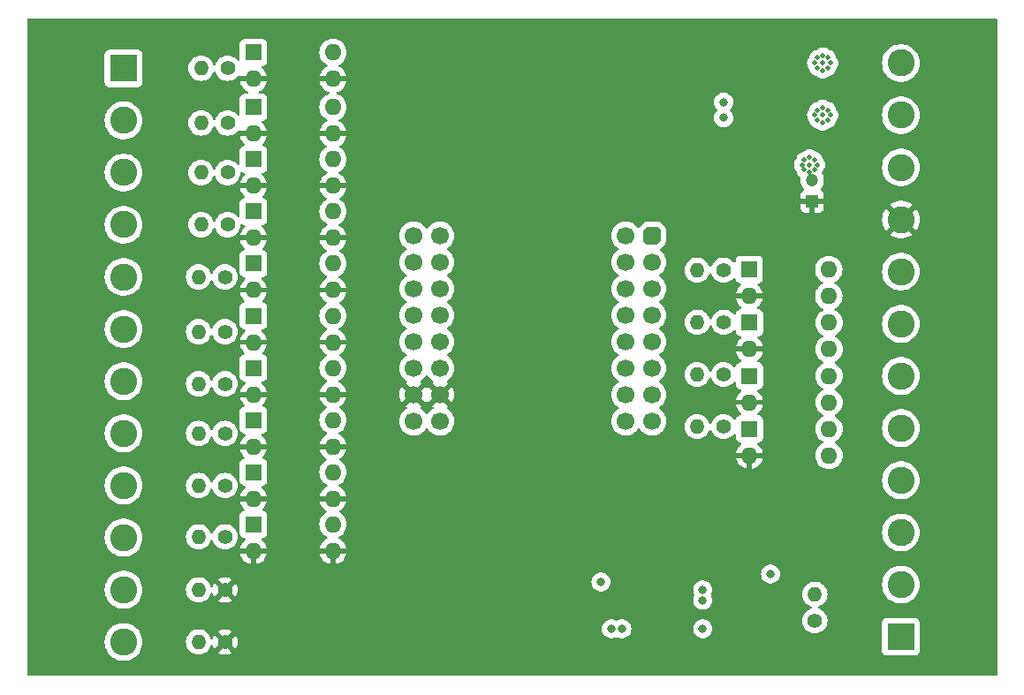
<source format=gbr>
%TF.GenerationSoftware,KiCad,Pcbnew,7.0.5*%
%TF.CreationDate,2023-06-28T09:46:49+02:00*%
%TF.ProjectId,ESP32RIO,45535033-3252-4494-9f2e-6b696361645f,rev?*%
%TF.SameCoordinates,Original*%
%TF.FileFunction,Copper,L4,Bot*%
%TF.FilePolarity,Positive*%
%FSLAX46Y46*%
G04 Gerber Fmt 4.6, Leading zero omitted, Abs format (unit mm)*
G04 Created by KiCad (PCBNEW 7.0.5) date 2023-06-28 09:46:49*
%MOMM*%
%LPD*%
G01*
G04 APERTURE LIST*
G04 Aperture macros list*
%AMFreePoly0*
4,1,19,-0.850000,0.255000,-0.829726,0.408997,-0.770285,0.552500,-0.675729,0.675729,-0.552500,0.770285,-0.408997,0.829726,-0.255000,0.850000,0.510000,0.850000,0.850000,0.510000,0.850000,-0.255000,0.829726,-0.408997,0.770285,-0.552500,0.675729,-0.675729,0.552500,-0.770285,0.408997,-0.829726,0.255000,-0.850000,-0.510000,-0.850000,-0.850000,-0.510000,-0.850000,0.255000,-0.850000,0.255000,
$1*%
G04 Aperture macros list end*
%TA.AperFunction,ComponentPad*%
%ADD10C,1.400000*%
%TD*%
%TA.AperFunction,ComponentPad*%
%ADD11O,1.400000X1.400000*%
%TD*%
%TA.AperFunction,ComponentPad*%
%ADD12R,1.200000X1.200000*%
%TD*%
%TA.AperFunction,ComponentPad*%
%ADD13C,1.200000*%
%TD*%
%TA.AperFunction,ComponentPad*%
%ADD14R,1.600000X1.600000*%
%TD*%
%TA.AperFunction,ComponentPad*%
%ADD15O,1.600000X1.600000*%
%TD*%
%TA.AperFunction,ComponentPad*%
%ADD16R,2.600000X2.600000*%
%TD*%
%TA.AperFunction,ComponentPad*%
%ADD17C,2.600000*%
%TD*%
%TA.AperFunction,ComponentPad*%
%ADD18C,1.700000*%
%TD*%
%TA.AperFunction,ComponentPad*%
%ADD19FreePoly0,180.000000*%
%TD*%
%TA.AperFunction,ViaPad*%
%ADD20C,0.500000*%
%TD*%
%TA.AperFunction,ViaPad*%
%ADD21C,0.800000*%
%TD*%
G04 APERTURE END LIST*
D10*
%TO.P,R17,1*%
%TO.N,GND*%
X119220000Y-107750000D03*
D11*
%TO.P,R17,2*%
%TO.N,Net-(J2-Pin_11)*%
X116680000Y-107750000D03*
%TD*%
D12*
%TO.P,C4,1,1*%
%TO.N,GND*%
X175500000Y-70500000D03*
D13*
%TO.P,C4,2,2*%
%TO.N,Net-(J1-Pin_10)*%
X175500000Y-68500000D03*
%TD*%
D14*
%TO.P,U8,1*%
%TO.N,Net-(R8-Pad1)*%
X121950000Y-91475000D03*
D15*
%TO.P,U8,2*%
%TO.N,GND*%
X121950000Y-94015000D03*
%TO.P,U8,3*%
X129570000Y-94015000D03*
%TO.P,U8,4*%
%TO.N,Net-(U11-GPIO33)*%
X129570000Y-91475000D03*
%TD*%
D14*
%TO.P,U4,1*%
%TO.N,Net-(R4-Pad1)*%
X121950000Y-71475000D03*
D15*
%TO.P,U4,2*%
%TO.N,GND*%
X121950000Y-74015000D03*
%TO.P,U4,3*%
X129570000Y-74015000D03*
%TO.P,U4,4*%
%TO.N,Net-(U11-GPIO37)*%
X129570000Y-71475000D03*
%TD*%
D10*
%TO.P,R7,1*%
%TO.N,Net-(R7-Pad1)*%
X119220000Y-88000000D03*
D11*
%TO.P,R7,2*%
%TO.N,Net-(J2-Pin_7)*%
X116680000Y-88000000D03*
%TD*%
D10*
%TO.P,R3,1*%
%TO.N,Net-(R3-Pad1)*%
X119470000Y-67750000D03*
D11*
%TO.P,R3,2*%
%TO.N,Net-(J2-Pin_3)*%
X116930000Y-67750000D03*
%TD*%
D14*
%TO.P,U1,1*%
%TO.N,Net-(R1-Pad1)*%
X121950000Y-56225000D03*
D15*
%TO.P,U1,2*%
%TO.N,GND*%
X121950000Y-58765000D03*
%TO.P,U1,3*%
X129570000Y-58765000D03*
%TO.P,U1,4*%
%TO.N,Net-(U11-GPIO40)*%
X129570000Y-56225000D03*
%TD*%
D10*
%TO.P,R11,1*%
%TO.N,Net-(R11-Pad1)*%
X167002032Y-77102460D03*
D11*
%TO.P,R11,2*%
%TO.N,Net-(U11-GPIO8)*%
X164462032Y-77102460D03*
%TD*%
D14*
%TO.P,U10,1*%
%TO.N,Net-(R10-Pad1)*%
X121950000Y-101475000D03*
D15*
%TO.P,U10,2*%
%TO.N,GND*%
X121950000Y-104015000D03*
%TO.P,U10,3*%
X129570000Y-104015000D03*
%TO.P,U10,4*%
%TO.N,Net-(U11-GPIO18)*%
X129570000Y-101475000D03*
%TD*%
D14*
%TO.P,U14,1*%
%TO.N,Net-(R13-Pad1)*%
X169482032Y-87234126D03*
D15*
%TO.P,U14,2*%
%TO.N,GND*%
X169482032Y-89774126D03*
%TO.P,U14,3*%
%TO.N,Net-(J1-Pin_4)*%
X177102032Y-89774126D03*
%TO.P,U14,4*%
%TO.N,Net-(J1-Pin_6)*%
X177102032Y-87234126D03*
%TD*%
D14*
%TO.P,U16,1*%
%TO.N,Net-(R14-Pad1)*%
X169482032Y-92327459D03*
D15*
%TO.P,U16,2*%
%TO.N,GND*%
X169482032Y-94867459D03*
%TO.P,U16,3*%
%TO.N,Net-(J1-Pin_4)*%
X177102032Y-94867459D03*
%TO.P,U16,4*%
%TO.N,Net-(J1-Pin_5)*%
X177102032Y-92327459D03*
%TD*%
D10*
%TO.P,R13,1*%
%TO.N,Net-(R13-Pad1)*%
X167002032Y-87102460D03*
D11*
%TO.P,R13,2*%
%TO.N,Net-(U11-GPIO10)*%
X164462032Y-87102460D03*
%TD*%
D10*
%TO.P,R15,1*%
%TO.N,Net-(J1-Pin_1)*%
X175750000Y-110720000D03*
D11*
%TO.P,R15,2*%
%TO.N,Net-(J1-Pin_2)*%
X175750000Y-108180000D03*
%TD*%
D10*
%TO.P,R6,1*%
%TO.N,Net-(R6-Pad1)*%
X119220000Y-83000000D03*
D11*
%TO.P,R6,2*%
%TO.N,Net-(J2-Pin_6)*%
X116680000Y-83000000D03*
%TD*%
D14*
%TO.P,U9,1*%
%TO.N,Net-(R9-Pad1)*%
X121950000Y-96475000D03*
D15*
%TO.P,U9,2*%
%TO.N,GND*%
X121950000Y-99015000D03*
%TO.P,U9,3*%
X129570000Y-99015000D03*
%TO.P,U9,4*%
%TO.N,Net-(U11-GPIO21)*%
X129570000Y-96475000D03*
%TD*%
D10*
%TO.P,R4,1*%
%TO.N,Net-(R4-Pad1)*%
X119470000Y-72750000D03*
D11*
%TO.P,R4,2*%
%TO.N,Net-(J2-Pin_4)*%
X116930000Y-72750000D03*
%TD*%
D10*
%TO.P,R12,1*%
%TO.N,Net-(R12-Pad1)*%
X167032032Y-82102460D03*
D11*
%TO.P,R12,2*%
%TO.N,Net-(U11-GPIO9)*%
X164492032Y-82102460D03*
%TD*%
D10*
%TO.P,R9,1*%
%TO.N,Net-(R9-Pad1)*%
X119220000Y-97750000D03*
D11*
%TO.P,R9,2*%
%TO.N,Net-(J2-Pin_9)*%
X116680000Y-97750000D03*
%TD*%
D10*
%TO.P,R1,1*%
%TO.N,Net-(R1-Pad1)*%
X119470000Y-57750000D03*
D11*
%TO.P,R1,2*%
%TO.N,Net-(J2-Pin_1)*%
X116930000Y-57750000D03*
%TD*%
D10*
%TO.P,R10,1*%
%TO.N,Net-(R10-Pad1)*%
X119220000Y-102669888D03*
D11*
%TO.P,R10,2*%
%TO.N,Net-(J2-Pin_10)*%
X116680000Y-102669888D03*
%TD*%
D10*
%TO.P,R8,1*%
%TO.N,Net-(R8-Pad1)*%
X119220000Y-92750000D03*
D11*
%TO.P,R8,2*%
%TO.N,Net-(J2-Pin_8)*%
X116680000Y-92750000D03*
%TD*%
D14*
%TO.P,U12,1*%
%TO.N,Net-(R11-Pad1)*%
X169462032Y-77047460D03*
D15*
%TO.P,U12,2*%
%TO.N,GND*%
X169462032Y-79587460D03*
%TO.P,U12,3*%
%TO.N,Net-(J1-Pin_4)*%
X177082032Y-79587460D03*
%TO.P,U12,4*%
%TO.N,Net-(J1-Pin_8)*%
X177082032Y-77047460D03*
%TD*%
D16*
%TO.P,J1,1,Pin_1*%
%TO.N,Net-(J1-Pin_1)*%
X184000000Y-112250000D03*
D17*
%TO.P,J1,2,Pin_2*%
%TO.N,Net-(J1-Pin_2)*%
X184000000Y-107250000D03*
%TO.P,J1,3,Pin_3*%
%TO.N,+24V*%
X184000000Y-102250000D03*
%TO.P,J1,4,Pin_4*%
%TO.N,Net-(J1-Pin_4)*%
X184000000Y-97250000D03*
%TO.P,J1,5,Pin_5*%
%TO.N,Net-(J1-Pin_5)*%
X184000000Y-92250000D03*
%TO.P,J1,6,Pin_6*%
%TO.N,Net-(J1-Pin_6)*%
X184000000Y-87250000D03*
%TO.P,J1,7,Pin_7*%
%TO.N,Net-(J1-Pin_7)*%
X184000000Y-82250000D03*
%TO.P,J1,8,Pin_8*%
%TO.N,Net-(J1-Pin_8)*%
X184000000Y-77250000D03*
%TO.P,J1,9,Pin_9*%
%TO.N,GND*%
X184000000Y-72250000D03*
%TO.P,J1,10,Pin_10*%
%TO.N,Net-(J1-Pin_10)*%
X184000000Y-67250000D03*
%TO.P,J1,11,Pin_11*%
%TO.N,Net-(J1-Pin_11)*%
X184000000Y-62250000D03*
%TO.P,J1,12,Pin_12*%
%TO.N,Net-(J1-Pin_12)*%
X184000000Y-57250000D03*
%TD*%
D10*
%TO.P,R2,1*%
%TO.N,Net-(R2-Pad1)*%
X119470000Y-63000000D03*
D11*
%TO.P,R2,2*%
%TO.N,Net-(J2-Pin_2)*%
X116930000Y-63000000D03*
%TD*%
D10*
%TO.P,R16,1*%
%TO.N,GND*%
X119220000Y-112750000D03*
D11*
%TO.P,R16,2*%
%TO.N,Net-(J2-Pin_12)*%
X116680000Y-112750000D03*
%TD*%
D14*
%TO.P,U3,1*%
%TO.N,Net-(R3-Pad1)*%
X121950000Y-66475000D03*
D15*
%TO.P,U3,2*%
%TO.N,GND*%
X121950000Y-69015000D03*
%TO.P,U3,3*%
X129570000Y-69015000D03*
%TO.P,U3,4*%
%TO.N,Net-(U11-GPIO38)*%
X129570000Y-66475000D03*
%TD*%
D14*
%TO.P,U13,1*%
%TO.N,Net-(R12-Pad1)*%
X169482032Y-82140793D03*
D15*
%TO.P,U13,2*%
%TO.N,GND*%
X169482032Y-84680793D03*
%TO.P,U13,3*%
%TO.N,Net-(J1-Pin_4)*%
X177102032Y-84680793D03*
%TO.P,U13,4*%
%TO.N,Net-(J1-Pin_7)*%
X177102032Y-82140793D03*
%TD*%
D14*
%TO.P,U7,1*%
%TO.N,Net-(R7-Pad1)*%
X121950000Y-86475000D03*
D15*
%TO.P,U7,2*%
%TO.N,GND*%
X121950000Y-89015000D03*
%TO.P,U7,3*%
X129570000Y-89015000D03*
%TO.P,U7,4*%
%TO.N,Net-(U11-GPIO34)*%
X129570000Y-86475000D03*
%TD*%
D10*
%TO.P,R5,1*%
%TO.N,Net-(R5-Pad1)*%
X119220000Y-77750000D03*
D11*
%TO.P,R5,2*%
%TO.N,Net-(J2-Pin_5)*%
X116680000Y-77750000D03*
%TD*%
D14*
%TO.P,U5,1*%
%TO.N,Net-(R5-Pad1)*%
X121950000Y-76475000D03*
D15*
%TO.P,U5,2*%
%TO.N,GND*%
X121950000Y-79015000D03*
%TO.P,U5,3*%
X129570000Y-79015000D03*
%TO.P,U5,4*%
%TO.N,Net-(U11-GPIO36)*%
X129570000Y-76475000D03*
%TD*%
D14*
%TO.P,U6,1*%
%TO.N,Net-(R6-Pad1)*%
X121950000Y-81475000D03*
D15*
%TO.P,U6,2*%
%TO.N,GND*%
X121950000Y-84015000D03*
%TO.P,U6,3*%
X129570000Y-84015000D03*
%TO.P,U6,4*%
%TO.N,Net-(U11-GPIO35)*%
X129570000Y-81475000D03*
%TD*%
D10*
%TO.P,R14,1*%
%TO.N,Net-(R14-Pad1)*%
X167002032Y-92102460D03*
D11*
%TO.P,R14,2*%
%TO.N,Net-(U11-GPIO11)*%
X164462032Y-92102460D03*
%TD*%
D14*
%TO.P,U2,1*%
%TO.N,Net-(R2-Pad1)*%
X121950000Y-61475000D03*
D15*
%TO.P,U2,2*%
%TO.N,GND*%
X121950000Y-64015000D03*
%TO.P,U2,3*%
X129570000Y-64015000D03*
%TO.P,U2,4*%
%TO.N,Net-(U11-GPIO39)*%
X129570000Y-61475000D03*
%TD*%
D16*
%TO.P,J2,1,Pin_1*%
%TO.N,Net-(J2-Pin_1)*%
X109500000Y-57750000D03*
D17*
%TO.P,J2,2,Pin_2*%
%TO.N,Net-(J2-Pin_2)*%
X109500000Y-62750000D03*
%TO.P,J2,3,Pin_3*%
%TO.N,Net-(J2-Pin_3)*%
X109500000Y-67750000D03*
%TO.P,J2,4,Pin_4*%
%TO.N,Net-(J2-Pin_4)*%
X109500000Y-72750000D03*
%TO.P,J2,5,Pin_5*%
%TO.N,Net-(J2-Pin_5)*%
X109500000Y-77750000D03*
%TO.P,J2,6,Pin_6*%
%TO.N,Net-(J2-Pin_6)*%
X109500000Y-82750000D03*
%TO.P,J2,7,Pin_7*%
%TO.N,Net-(J2-Pin_7)*%
X109500000Y-87750000D03*
%TO.P,J2,8,Pin_8*%
%TO.N,Net-(J2-Pin_8)*%
X109500000Y-92750000D03*
%TO.P,J2,9,Pin_9*%
%TO.N,Net-(J2-Pin_9)*%
X109500000Y-97750000D03*
%TO.P,J2,10,Pin_10*%
%TO.N,Net-(J2-Pin_10)*%
X109500000Y-102750000D03*
%TO.P,J2,11,Pin_11*%
%TO.N,Net-(J2-Pin_11)*%
X109500000Y-107750000D03*
%TO.P,J2,12,Pin_12*%
%TO.N,Net-(J2-Pin_12)*%
X109500000Y-112750000D03*
%TD*%
D18*
%TO.P,U11,32,GPIO40*%
%TO.N,Net-(U11-GPIO40)*%
X139842500Y-73805000D03*
%TO.P,U11,31,GPIO38*%
%TO.N,Net-(U11-GPIO38)*%
X139842500Y-76345000D03*
%TO.P,U11,30,GPIO36*%
%TO.N,Net-(U11-GPIO36)*%
X139842500Y-78885000D03*
%TO.P,U11,29,GPIO34*%
%TO.N,Net-(U11-GPIO34)*%
X139842500Y-81425000D03*
%TO.P,U11,28,GPIO21*%
%TO.N,Net-(U11-GPIO21)*%
X139842500Y-83965000D03*
%TO.P,U11,27,GPIO17*%
%TO.N,Net-(J2-Pin_12)*%
X139842500Y-86505000D03*
%TO.P,U11,26,GND*%
%TO.N,GND*%
X139842500Y-89045000D03*
%TO.P,U11,25,GPIO15*%
%TO.N,unconnected-(U11-GPIO15-Pad25)*%
X139842500Y-91585000D03*
%TO.P,U11,24,GPIO14*%
%TO.N,/TX-O*%
X157622500Y-91585000D03*
%TO.P,U11,23,GPIO13*%
%TO.N,/RTS*%
X157622500Y-89045000D03*
%TO.P,U11,22,GPIO10*%
%TO.N,Net-(U11-GPIO10)*%
X157622500Y-86505000D03*
%TO.P,U11,21,GPIO8*%
%TO.N,Net-(U11-GPIO8)*%
X157622500Y-83965000D03*
%TO.P,U11,20,GPIO6*%
%TO.N,unconnected-(U11-GPIO6-Pad20)*%
X157622500Y-81425000D03*
%TO.P,U11,19,GPIO4*%
%TO.N,unconnected-(U11-GPIO4-Pad19)*%
X157622500Y-78885000D03*
%TO.P,U11,18,GPIO2*%
%TO.N,Net-(U11-GPIO2)*%
X157622500Y-76345000D03*
%TO.P,U11,17,GPIO1*%
%TO.N,unconnected-(U11-GPIO1-Pad17)*%
X157622500Y-73805000D03*
%TO.P,U11,16,GPIO39*%
%TO.N,Net-(U11-GPIO39)*%
X137302500Y-73805000D03*
%TO.P,U11,15,GPIO37*%
%TO.N,Net-(U11-GPIO37)*%
X137302500Y-76345000D03*
%TO.P,U11,14,GPIO35*%
%TO.N,Net-(U11-GPIO35)*%
X137302500Y-78885000D03*
%TO.P,U11,13,GPIO33*%
%TO.N,Net-(U11-GPIO33)*%
X137302500Y-81425000D03*
%TO.P,U11,12,GPIO18*%
%TO.N,Net-(U11-GPIO18)*%
X137302500Y-83965000D03*
%TO.P,U11,11,GPIO16*%
%TO.N,Net-(J2-Pin_11)*%
X137302500Y-86505000D03*
%TO.P,U11,10,GND*%
%TO.N,GND*%
X137302500Y-89045000D03*
%TO.P,U11,9,VBUS*%
%TO.N,Net-(U11-VBUS)*%
X137302500Y-91585000D03*
%TO.P,U11,8,3V3*%
%TO.N,Net-(U11-3V3)*%
X160162500Y-91585000D03*
%TO.P,U11,7,GPIO12*%
%TO.N,/RX-I*%
X160162500Y-89045000D03*
%TO.P,U11,6,GPIO11*%
%TO.N,Net-(U11-GPIO11)*%
X160162500Y-86505000D03*
%TO.P,U11,5,GPIO9*%
%TO.N,Net-(U11-GPIO9)*%
X160162500Y-83965000D03*
%TO.P,U11,4,GPIO7*%
%TO.N,unconnected-(U11-GPIO7-Pad4)*%
X160162500Y-81425000D03*
%TO.P,U11,3,GPIO5*%
%TO.N,unconnected-(U11-GPIO5-Pad3)*%
X160162500Y-78885000D03*
%TO.P,U11,2,GPIO3*%
%TO.N,Net-(U11-GPIO3)*%
X160162500Y-76345000D03*
D19*
%TO.P,U11,1,EN*%
%TO.N,unconnected-(U11-EN-Pad1)*%
X160162500Y-73805000D03*
%TD*%
D20*
%TO.N,Net-(J1-Pin_11)*%
X177000000Y-62750000D03*
X176000000Y-62750000D03*
X176000000Y-61750000D03*
X177000000Y-61750000D03*
X177250000Y-62250000D03*
X176500000Y-63000000D03*
X175750000Y-62250000D03*
X176500000Y-61500000D03*
X176500000Y-62250000D03*
%TO.N,GND*%
X142000000Y-113500000D03*
X142000000Y-110500000D03*
X142000000Y-111500000D03*
X142000000Y-114500000D03*
X142000000Y-112500000D03*
X141000000Y-114500000D03*
X140000000Y-114500000D03*
X138000000Y-114500000D03*
X139000000Y-114500000D03*
X146000000Y-114500000D03*
X146000000Y-113500000D03*
X145000000Y-113500000D03*
X145000000Y-114500000D03*
X146000000Y-111500000D03*
X143000000Y-113500000D03*
X144000000Y-114500000D03*
X143000000Y-111500000D03*
X143000000Y-112500000D03*
X146000000Y-112500000D03*
X144000000Y-112500000D03*
X144000000Y-113500000D03*
X145000000Y-112500000D03*
X145000000Y-111500000D03*
X144000000Y-111500000D03*
X143000000Y-114500000D03*
X146000000Y-110750000D03*
X146000000Y-109750000D03*
X145000000Y-109750000D03*
X145000000Y-110750000D03*
X146000000Y-107750000D03*
X143000000Y-109750000D03*
X144000000Y-110750000D03*
X143000000Y-107750000D03*
X143000000Y-108750000D03*
X146000000Y-108750000D03*
X144000000Y-108750000D03*
X144000000Y-109750000D03*
X145000000Y-108750000D03*
X145000000Y-107750000D03*
X144000000Y-107750000D03*
X143000000Y-110750000D03*
X141000000Y-113500000D03*
X141000000Y-112500000D03*
X140000000Y-112500000D03*
X140000000Y-113500000D03*
X141000000Y-110500000D03*
X138000000Y-112500000D03*
X139000000Y-113500000D03*
X138000000Y-110500000D03*
X138000000Y-111500000D03*
X141000000Y-111500000D03*
X139000000Y-111500000D03*
X139000000Y-112500000D03*
X140000000Y-111500000D03*
X140000000Y-110500000D03*
X139000000Y-110500000D03*
X138000000Y-113500000D03*
X142000000Y-109750000D03*
X142000000Y-107750000D03*
X142000000Y-108750000D03*
X141000000Y-109750000D03*
X141000000Y-107750000D03*
X141000000Y-108750000D03*
X140000000Y-109750000D03*
X140000000Y-107750000D03*
X140000000Y-108750000D03*
X139000000Y-109750000D03*
X139000000Y-107750000D03*
X139000000Y-108750000D03*
X146000000Y-106750000D03*
X146000000Y-104750000D03*
X146000000Y-105750000D03*
X145000000Y-106750000D03*
X145000000Y-104750000D03*
X145000000Y-105750000D03*
X144000000Y-106750000D03*
X144000000Y-104750000D03*
X144000000Y-105750000D03*
X143000000Y-106750000D03*
X143000000Y-104750000D03*
X143000000Y-105750000D03*
X142000000Y-106750000D03*
X142000000Y-104750000D03*
X142000000Y-105750000D03*
X141000000Y-106750000D03*
X141000000Y-104750000D03*
X141000000Y-105750000D03*
X140000000Y-106750000D03*
X140000000Y-104750000D03*
X140000000Y-105750000D03*
X139000000Y-106750000D03*
X139000000Y-104750000D03*
X139000000Y-105750000D03*
X138000000Y-109750000D03*
X138000000Y-108750000D03*
X138000000Y-107750000D03*
X138000000Y-106750000D03*
X138000000Y-105750000D03*
X138000000Y-104750000D03*
X171750000Y-62750000D03*
X171000000Y-62750000D03*
X170250000Y-62750000D03*
X170250000Y-62000000D03*
X171000000Y-62000000D03*
X171750000Y-62000000D03*
X171750000Y-61250000D03*
X171000000Y-61250000D03*
X170250000Y-61250000D03*
X171750000Y-60500000D03*
X171000000Y-60500000D03*
X170250000Y-60500000D03*
%TO.N,Net-(J1-Pin_10)*%
X174750000Y-67500000D03*
X174500000Y-67000000D03*
X175250000Y-67750000D03*
X175250000Y-67000000D03*
X175750000Y-66500000D03*
X174750000Y-66500000D03*
X176000000Y-67000000D03*
X175750000Y-67500000D03*
X175250000Y-66250000D03*
%TO.N,Net-(J1-Pin_12)*%
X176000000Y-57750000D03*
X177000000Y-57750000D03*
X176000000Y-56750000D03*
X176500000Y-58000000D03*
X175750000Y-57250000D03*
X176500000Y-57250000D03*
X177250000Y-57250000D03*
X176500000Y-56500000D03*
D21*
%TO.N,Net-(U11-VBUS)*%
X155250000Y-107000000D03*
%TO.N,+24V*%
X156250000Y-111500000D03*
X157250000Y-111500000D03*
%TO.N,Net-(U11-3V3)*%
X171500000Y-106250000D03*
%TO.N,/RX-I*%
X165000000Y-111500000D03*
%TO.N,/RTS*%
X165000000Y-108750000D03*
%TO.N,/TX-O*%
X165000000Y-107750000D03*
%TO.N,Net-(U11-GPIO3)*%
X167000000Y-62500000D03*
%TO.N,Net-(U11-GPIO2)*%
X167000000Y-61000000D03*
D20*
%TO.N,Net-(J1-Pin_12)*%
X177000000Y-56750000D03*
%TD*%
%TA.AperFunction,Conductor*%
%TO.N,GND*%
G36*
X139383007Y-89254844D02*
G01*
X139460739Y-89375798D01*
X139569400Y-89469952D01*
X139700185Y-89529680D01*
X139709966Y-89531086D01*
X139081125Y-90159925D01*
X139152301Y-90209763D01*
X139195926Y-90264340D01*
X139203120Y-90333838D01*
X139171597Y-90396193D01*
X139140197Y-90420392D01*
X139096927Y-90443809D01*
X139096922Y-90443812D01*
X138919261Y-90582092D01*
X138919256Y-90582097D01*
X138766784Y-90747723D01*
X138766776Y-90747734D01*
X138676308Y-90886206D01*
X138623162Y-90931562D01*
X138553931Y-90940986D01*
X138490595Y-90911484D01*
X138468692Y-90886206D01*
X138399512Y-90780319D01*
X138378222Y-90747732D01*
X138378219Y-90747729D01*
X138378215Y-90747723D01*
X138225743Y-90582097D01*
X138225738Y-90582092D01*
X138048077Y-90443812D01*
X138048077Y-90443811D01*
X138004803Y-90420393D01*
X137955213Y-90371173D01*
X137940105Y-90302957D01*
X137964275Y-90237401D01*
X137992698Y-90209763D01*
X138063873Y-90159925D01*
X137435033Y-89531086D01*
X137444815Y-89529680D01*
X137575600Y-89469952D01*
X137684261Y-89375798D01*
X137761993Y-89254844D01*
X137785576Y-89174524D01*
X138417425Y-89806373D01*
X138470925Y-89729968D01*
X138525502Y-89686344D01*
X138595001Y-89679151D01*
X138657355Y-89710673D01*
X138674076Y-89729969D01*
X138727573Y-89806372D01*
X139359422Y-89174523D01*
X139383007Y-89254844D01*
G37*
%TD.AperFunction*%
%TA.AperFunction,Conductor*%
G36*
X138654405Y-87178515D02*
G01*
X138676304Y-87203787D01*
X138766778Y-87342268D01*
X138766783Y-87342273D01*
X138766784Y-87342276D01*
X138894673Y-87481198D01*
X138919260Y-87507906D01*
X139096924Y-87646189D01*
X139123962Y-87660821D01*
X139140195Y-87669606D01*
X139189786Y-87718825D01*
X139204894Y-87787042D01*
X139180724Y-87852597D01*
X139152301Y-87880236D01*
X139081126Y-87930072D01*
X139081125Y-87930073D01*
X139709966Y-88558913D01*
X139700185Y-88560320D01*
X139569400Y-88620048D01*
X139460739Y-88714202D01*
X139383007Y-88835156D01*
X139359423Y-88915474D01*
X138727573Y-88283625D01*
X138727572Y-88283626D01*
X138674074Y-88360030D01*
X138619498Y-88403655D01*
X138549999Y-88410849D01*
X138487644Y-88379326D01*
X138470924Y-88360030D01*
X138417425Y-88283626D01*
X138417425Y-88283625D01*
X137785576Y-88915475D01*
X137761993Y-88835156D01*
X137684261Y-88714202D01*
X137575600Y-88620048D01*
X137444815Y-88560320D01*
X137435033Y-88558913D01*
X138063873Y-87930073D01*
X138063873Y-87930072D01*
X137992699Y-87880236D01*
X137949074Y-87825659D01*
X137941880Y-87756161D01*
X137973403Y-87693806D01*
X138004805Y-87669606D01*
X138021038Y-87660821D01*
X138048076Y-87646189D01*
X138225740Y-87507906D01*
X138331113Y-87393442D01*
X138378215Y-87342276D01*
X138378215Y-87342275D01*
X138378222Y-87342268D01*
X138468693Y-87203790D01*
X138521838Y-87158437D01*
X138591069Y-87149013D01*
X138654405Y-87178515D01*
G37*
%TD.AperFunction*%
%TA.AperFunction,Conductor*%
G36*
X193193039Y-53019685D02*
G01*
X193238794Y-53072489D01*
X193250000Y-53124000D01*
X193250000Y-115876000D01*
X193230315Y-115943039D01*
X193177511Y-115988794D01*
X193126000Y-116000000D01*
X100374000Y-116000000D01*
X100306961Y-115980315D01*
X100261206Y-115927511D01*
X100250000Y-115876000D01*
X100250000Y-112750004D01*
X107686429Y-112750004D01*
X107706683Y-113020289D01*
X107706684Y-113020294D01*
X107766997Y-113284545D01*
X107766999Y-113284554D01*
X107767001Y-113284559D01*
X107866029Y-113536879D01*
X108001557Y-113771621D01*
X108170558Y-113983542D01*
X108369257Y-114167907D01*
X108593215Y-114320599D01*
X108837428Y-114438206D01*
X109096442Y-114518101D01*
X109096443Y-114518101D01*
X109096446Y-114518102D01*
X109364464Y-114558499D01*
X109364469Y-114558499D01*
X109364472Y-114558500D01*
X109364473Y-114558500D01*
X109635527Y-114558500D01*
X109635528Y-114558500D01*
X109635535Y-114558499D01*
X109903553Y-114518102D01*
X109903554Y-114518101D01*
X109903558Y-114518101D01*
X110162572Y-114438206D01*
X110406786Y-114320599D01*
X110630743Y-114167907D01*
X110829442Y-113983542D01*
X110998443Y-113771621D01*
X111133971Y-113536879D01*
X111232999Y-113284559D01*
X111293315Y-113020299D01*
X111296977Y-112971439D01*
X111313571Y-112750004D01*
X111313571Y-112750001D01*
X115466884Y-112750001D01*
X115485313Y-112960649D01*
X115485315Y-112960660D01*
X115540041Y-113164902D01*
X115540043Y-113164906D01*
X115540044Y-113164910D01*
X115595831Y-113284545D01*
X115629410Y-113356556D01*
X115629411Y-113356558D01*
X115750700Y-113529778D01*
X115900221Y-113679299D01*
X115900224Y-113679301D01*
X116073442Y-113800589D01*
X116265090Y-113889956D01*
X116469345Y-113944686D01*
X116619812Y-113957850D01*
X116679998Y-113963116D01*
X116680000Y-113963116D01*
X116680002Y-113963116D01*
X116732663Y-113958508D01*
X116890655Y-113944686D01*
X117094910Y-113889956D01*
X117286558Y-113800589D01*
X117348981Y-113756880D01*
X118566672Y-113756880D01*
X118682821Y-113828797D01*
X118682822Y-113828798D01*
X118890195Y-113909134D01*
X119108807Y-113950000D01*
X119331193Y-113950000D01*
X119549809Y-113909133D01*
X119757168Y-113828801D01*
X119757181Y-113828795D01*
X119873326Y-113756879D01*
X119715101Y-113598654D01*
X182191500Y-113598654D01*
X182198011Y-113659202D01*
X182198011Y-113659204D01*
X182239942Y-113771621D01*
X182249111Y-113796204D01*
X182336739Y-113913261D01*
X182453796Y-114000889D01*
X182590799Y-114051989D01*
X182618050Y-114054918D01*
X182651345Y-114058499D01*
X182651362Y-114058500D01*
X185348638Y-114058500D01*
X185348654Y-114058499D01*
X185375692Y-114055591D01*
X185409201Y-114051989D01*
X185546204Y-114000889D01*
X185663261Y-113913261D01*
X185750889Y-113796204D01*
X185801989Y-113659201D01*
X185805591Y-113625692D01*
X185808499Y-113598654D01*
X185808500Y-113598637D01*
X185808500Y-110901362D01*
X185808499Y-110901345D01*
X185805157Y-110870270D01*
X185801989Y-110840799D01*
X185794654Y-110821134D01*
X185779522Y-110780564D01*
X185750889Y-110703796D01*
X185663261Y-110586739D01*
X185546204Y-110499111D01*
X185546203Y-110499110D01*
X185409203Y-110448011D01*
X185348654Y-110441500D01*
X185348638Y-110441500D01*
X182651362Y-110441500D01*
X182651345Y-110441500D01*
X182590797Y-110448011D01*
X182590795Y-110448011D01*
X182453795Y-110499111D01*
X182336739Y-110586739D01*
X182249111Y-110703795D01*
X182198011Y-110840795D01*
X182198011Y-110840797D01*
X182191500Y-110901345D01*
X182191500Y-113598654D01*
X119715101Y-113598654D01*
X119220001Y-113103553D01*
X119220000Y-113103553D01*
X118566672Y-113756879D01*
X118566672Y-113756880D01*
X117348981Y-113756880D01*
X117459776Y-113679301D01*
X117609301Y-113529776D01*
X117730589Y-113356558D01*
X117819956Y-113164910D01*
X117834944Y-113108973D01*
X117871309Y-113049314D01*
X117934155Y-113018784D01*
X118003531Y-113027078D01*
X118057409Y-113071563D01*
X118073986Y-113107134D01*
X118096239Y-113185349D01*
X118195369Y-113384428D01*
X118211137Y-113405308D01*
X118211138Y-113405308D01*
X118837145Y-112779302D01*
X118866372Y-112779302D01*
X118895047Y-112892538D01*
X118958936Y-112990327D01*
X119051115Y-113062072D01*
X119161595Y-113100000D01*
X119249005Y-113100000D01*
X119335216Y-113085614D01*
X119437947Y-113030019D01*
X119517060Y-112944079D01*
X119563982Y-112837108D01*
X119571200Y-112750000D01*
X119573553Y-112750000D01*
X120228861Y-113405308D01*
X120244631Y-113384425D01*
X120244633Y-113384422D01*
X120343759Y-113185350D01*
X120404621Y-112971439D01*
X120425141Y-112750000D01*
X120425141Y-112749999D01*
X120404621Y-112528560D01*
X120343759Y-112314649D01*
X120244635Y-112115580D01*
X120244630Y-112115572D01*
X120228860Y-112094690D01*
X119573553Y-112749999D01*
X119573553Y-112750000D01*
X119571200Y-112750000D01*
X119573628Y-112720698D01*
X119544953Y-112607462D01*
X119481064Y-112509673D01*
X119388885Y-112437928D01*
X119278405Y-112400000D01*
X119190995Y-112400000D01*
X119104784Y-112414386D01*
X119002053Y-112469981D01*
X118922940Y-112555921D01*
X118876018Y-112662892D01*
X118866372Y-112779302D01*
X118837145Y-112779302D01*
X118866447Y-112750000D01*
X118211138Y-112094691D01*
X118211137Y-112094691D01*
X118195368Y-112115574D01*
X118096240Y-112314649D01*
X118073986Y-112392866D01*
X118036706Y-112451959D01*
X117973397Y-112481517D01*
X117904157Y-112472155D01*
X117850971Y-112426846D01*
X117834944Y-112391025D01*
X117819958Y-112335097D01*
X117819957Y-112335096D01*
X117819956Y-112335090D01*
X117730589Y-112143442D01*
X117609301Y-111970224D01*
X117609299Y-111970221D01*
X117459778Y-111820700D01*
X117348980Y-111743119D01*
X118566671Y-111743119D01*
X119220000Y-112396447D01*
X119220001Y-112396447D01*
X119873327Y-111743119D01*
X119757178Y-111671202D01*
X119757177Y-111671201D01*
X119549804Y-111590865D01*
X119331193Y-111550000D01*
X119108807Y-111550000D01*
X118890195Y-111590865D01*
X118682824Y-111671200D01*
X118682823Y-111671201D01*
X118566671Y-111743119D01*
X117348980Y-111743119D01*
X117286558Y-111699411D01*
X117286556Y-111699410D01*
X117265071Y-111689391D01*
X117094910Y-111610044D01*
X117094906Y-111610043D01*
X117094902Y-111610041D01*
X116890660Y-111555315D01*
X116890656Y-111555314D01*
X116890655Y-111555314D01*
X116890654Y-111555313D01*
X116890649Y-111555313D01*
X116680002Y-111536884D01*
X116679998Y-111536884D01*
X116469350Y-111555313D01*
X116469339Y-111555315D01*
X116265097Y-111610041D01*
X116265088Y-111610045D01*
X116073443Y-111699410D01*
X116073441Y-111699411D01*
X115900221Y-111820700D01*
X115750700Y-111970221D01*
X115629411Y-112143441D01*
X115629410Y-112143443D01*
X115540045Y-112335088D01*
X115540041Y-112335097D01*
X115485315Y-112539339D01*
X115485313Y-112539350D01*
X115466884Y-112749998D01*
X115466884Y-112750001D01*
X111313571Y-112750001D01*
X111313571Y-112749995D01*
X111293316Y-112479710D01*
X111293315Y-112479705D01*
X111293315Y-112479701D01*
X111232999Y-112215441D01*
X111133971Y-111963121D01*
X110998443Y-111728379D01*
X110829442Y-111516458D01*
X110811704Y-111500000D01*
X155336496Y-111500000D01*
X155356458Y-111689928D01*
X155356459Y-111689931D01*
X155415470Y-111871549D01*
X155415473Y-111871556D01*
X155510960Y-112036944D01*
X155638747Y-112178866D01*
X155793248Y-112291118D01*
X155967712Y-112368794D01*
X156154513Y-112408500D01*
X156345487Y-112408500D01*
X156532288Y-112368794D01*
X156699567Y-112294316D01*
X156768815Y-112285033D01*
X156800429Y-112294315D01*
X156967712Y-112368794D01*
X157154513Y-112408500D01*
X157345487Y-112408500D01*
X157532288Y-112368794D01*
X157706752Y-112291118D01*
X157861253Y-112178866D01*
X157989040Y-112036944D01*
X158084527Y-111871556D01*
X158143542Y-111689928D01*
X158163504Y-111500000D01*
X164086496Y-111500000D01*
X164106458Y-111689928D01*
X164106459Y-111689931D01*
X164165470Y-111871549D01*
X164165473Y-111871556D01*
X164260960Y-112036944D01*
X164388747Y-112178866D01*
X164543248Y-112291118D01*
X164717712Y-112368794D01*
X164904513Y-112408500D01*
X165095487Y-112408500D01*
X165282288Y-112368794D01*
X165456752Y-112291118D01*
X165611253Y-112178866D01*
X165739040Y-112036944D01*
X165834527Y-111871556D01*
X165893542Y-111689928D01*
X165913504Y-111500000D01*
X165893542Y-111310072D01*
X165834527Y-111128444D01*
X165739040Y-110963056D01*
X165611253Y-110821134D01*
X165472056Y-110720001D01*
X174536884Y-110720001D01*
X174555313Y-110930649D01*
X174555315Y-110930660D01*
X174610041Y-111134902D01*
X174610043Y-111134906D01*
X174610044Y-111134910D01*
X174630791Y-111179401D01*
X174699410Y-111326556D01*
X174699411Y-111326558D01*
X174820700Y-111499778D01*
X174970221Y-111649299D01*
X174970224Y-111649301D01*
X175143442Y-111770589D01*
X175335090Y-111859956D01*
X175539345Y-111914686D01*
X175689812Y-111927850D01*
X175749998Y-111933116D01*
X175750000Y-111933116D01*
X175750002Y-111933116D01*
X175802663Y-111928508D01*
X175960655Y-111914686D01*
X176164910Y-111859956D01*
X176356558Y-111770589D01*
X176529776Y-111649301D01*
X176679301Y-111499776D01*
X176800589Y-111326558D01*
X176889956Y-111134910D01*
X176944686Y-110930655D01*
X176963116Y-110720000D01*
X176962675Y-110714965D01*
X176955347Y-110631205D01*
X176944686Y-110509345D01*
X176889956Y-110305090D01*
X176800589Y-110113442D01*
X176679301Y-109940224D01*
X176679299Y-109940221D01*
X176529778Y-109790700D01*
X176356558Y-109669411D01*
X176356556Y-109669410D01*
X176333159Y-109658500D01*
X176164910Y-109580044D01*
X176164906Y-109580043D01*
X176164902Y-109580041D01*
X176126586Y-109569775D01*
X176066925Y-109533410D01*
X176036396Y-109470564D01*
X176044690Y-109401188D01*
X176089175Y-109347310D01*
X176126586Y-109330225D01*
X176162499Y-109320602D01*
X176164910Y-109319956D01*
X176356558Y-109230589D01*
X176529776Y-109109301D01*
X176679301Y-108959776D01*
X176800589Y-108786558D01*
X176889956Y-108594910D01*
X176944686Y-108390655D01*
X176963116Y-108180000D01*
X176944686Y-107969345D01*
X176889956Y-107765090D01*
X176800589Y-107573442D01*
X176679301Y-107400224D01*
X176679299Y-107400221D01*
X176529778Y-107250700D01*
X176528784Y-107250004D01*
X182186429Y-107250004D01*
X182206683Y-107520289D01*
X182206684Y-107520294D01*
X182266997Y-107784545D01*
X182266999Y-107784554D01*
X182267001Y-107784559D01*
X182366029Y-108036879D01*
X182501557Y-108271621D01*
X182670558Y-108483542D01*
X182869257Y-108667907D01*
X183093215Y-108820599D01*
X183337428Y-108938206D01*
X183596442Y-109018101D01*
X183596443Y-109018101D01*
X183596446Y-109018102D01*
X183864464Y-109058499D01*
X183864469Y-109058499D01*
X183864472Y-109058500D01*
X183864473Y-109058500D01*
X184135527Y-109058500D01*
X184135528Y-109058500D01*
X184135535Y-109058499D01*
X184403553Y-109018102D01*
X184403554Y-109018101D01*
X184403558Y-109018101D01*
X184662572Y-108938206D01*
X184855548Y-108845273D01*
X184906778Y-108820603D01*
X184906778Y-108820602D01*
X184906786Y-108820599D01*
X185130743Y-108667907D01*
X185329442Y-108483542D01*
X185498443Y-108271621D01*
X185633971Y-108036879D01*
X185732999Y-107784559D01*
X185793315Y-107520299D01*
X185793316Y-107520289D01*
X185813571Y-107250004D01*
X185813571Y-107249995D01*
X185793316Y-106979710D01*
X185793315Y-106979705D01*
X185793315Y-106979701D01*
X185732999Y-106715441D01*
X185633971Y-106463121D01*
X185498443Y-106228379D01*
X185329442Y-106016458D01*
X185130743Y-105832093D01*
X184906786Y-105679401D01*
X184906780Y-105679398D01*
X184906779Y-105679397D01*
X184906778Y-105679396D01*
X184662574Y-105561795D01*
X184662576Y-105561795D01*
X184403559Y-105481899D01*
X184403553Y-105481897D01*
X184135535Y-105441500D01*
X184135528Y-105441500D01*
X183864472Y-105441500D01*
X183864464Y-105441500D01*
X183596446Y-105481897D01*
X183596440Y-105481899D01*
X183337427Y-105561794D01*
X183093219Y-105679398D01*
X182869256Y-105832093D01*
X182670560Y-106016456D01*
X182670558Y-106016458D01*
X182501557Y-106228379D01*
X182366029Y-106463120D01*
X182267003Y-106715435D01*
X182266997Y-106715454D01*
X182206684Y-106979705D01*
X182206683Y-106979710D01*
X182186429Y-107249995D01*
X182186429Y-107250004D01*
X176528784Y-107250004D01*
X176356558Y-107129411D01*
X176356556Y-107129410D01*
X176326880Y-107115572D01*
X176164910Y-107040044D01*
X176164906Y-107040043D01*
X176164902Y-107040041D01*
X175960660Y-106985315D01*
X175960656Y-106985314D01*
X175960655Y-106985314D01*
X175960654Y-106985313D01*
X175960649Y-106985313D01*
X175750002Y-106966884D01*
X175749998Y-106966884D01*
X175539350Y-106985313D01*
X175539339Y-106985315D01*
X175335097Y-107040041D01*
X175335088Y-107040045D01*
X175143443Y-107129410D01*
X175143441Y-107129411D01*
X174970221Y-107250700D01*
X174820700Y-107400221D01*
X174699411Y-107573441D01*
X174699410Y-107573443D01*
X174610045Y-107765088D01*
X174610041Y-107765097D01*
X174555315Y-107969339D01*
X174555313Y-107969350D01*
X174536884Y-108179998D01*
X174536884Y-108180001D01*
X174555313Y-108390649D01*
X174555315Y-108390660D01*
X174610041Y-108594902D01*
X174610043Y-108594906D01*
X174610044Y-108594910D01*
X174649396Y-108679301D01*
X174699410Y-108786556D01*
X174699411Y-108786558D01*
X174820700Y-108959778D01*
X174970221Y-109109299D01*
X174970224Y-109109301D01*
X175143442Y-109230589D01*
X175335090Y-109319956D01*
X175337490Y-109320599D01*
X175373414Y-109330225D01*
X175433074Y-109366590D01*
X175463603Y-109429437D01*
X175455308Y-109498813D01*
X175410823Y-109552691D01*
X175373414Y-109569775D01*
X175335094Y-109580042D01*
X175335088Y-109580045D01*
X175143443Y-109669410D01*
X175143441Y-109669411D01*
X174970221Y-109790700D01*
X174820700Y-109940221D01*
X174699411Y-110113441D01*
X174699410Y-110113443D01*
X174610045Y-110305088D01*
X174610041Y-110305097D01*
X174555315Y-110509339D01*
X174555313Y-110509350D01*
X174536884Y-110719998D01*
X174536884Y-110720001D01*
X165472056Y-110720001D01*
X165456752Y-110708882D01*
X165282288Y-110631206D01*
X165282286Y-110631205D01*
X165095487Y-110591500D01*
X164904513Y-110591500D01*
X164717714Y-110631205D01*
X164717711Y-110631206D01*
X164717712Y-110631206D01*
X164554672Y-110703796D01*
X164543246Y-110708883D01*
X164388745Y-110821135D01*
X164260959Y-110963057D01*
X164165473Y-111128443D01*
X164165470Y-111128450D01*
X164106459Y-111310068D01*
X164106458Y-111310072D01*
X164086496Y-111500000D01*
X158163504Y-111500000D01*
X158143542Y-111310072D01*
X158084527Y-111128444D01*
X157989040Y-110963056D01*
X157861253Y-110821134D01*
X157706752Y-110708882D01*
X157532288Y-110631206D01*
X157532286Y-110631205D01*
X157345487Y-110591500D01*
X157154513Y-110591500D01*
X156967713Y-110631205D01*
X156967710Y-110631206D01*
X156800434Y-110705681D01*
X156731184Y-110714965D01*
X156699566Y-110705681D01*
X156532289Y-110631206D01*
X156532286Y-110631205D01*
X156345487Y-110591500D01*
X156154513Y-110591500D01*
X155967714Y-110631205D01*
X155967711Y-110631206D01*
X155967712Y-110631206D01*
X155804672Y-110703796D01*
X155793246Y-110708883D01*
X155638745Y-110821135D01*
X155510959Y-110963057D01*
X155415473Y-111128443D01*
X155415470Y-111128450D01*
X155356459Y-111310068D01*
X155356458Y-111310072D01*
X155336496Y-111500000D01*
X110811704Y-111500000D01*
X110630743Y-111332093D01*
X110406786Y-111179401D01*
X110406780Y-111179398D01*
X110406779Y-111179397D01*
X110406778Y-111179396D01*
X110162574Y-111061795D01*
X110162576Y-111061795D01*
X109903559Y-110981899D01*
X109903553Y-110981897D01*
X109635535Y-110941500D01*
X109635528Y-110941500D01*
X109364472Y-110941500D01*
X109364464Y-110941500D01*
X109096446Y-110981897D01*
X109096440Y-110981899D01*
X108837427Y-111061794D01*
X108593219Y-111179398D01*
X108369256Y-111332093D01*
X108170560Y-111516456D01*
X108170558Y-111516458D01*
X108001557Y-111728379D01*
X107866029Y-111963120D01*
X107767003Y-112215435D01*
X107766997Y-112215454D01*
X107706684Y-112479705D01*
X107706683Y-112479710D01*
X107686429Y-112749995D01*
X107686429Y-112750004D01*
X100250000Y-112750004D01*
X100250000Y-107750004D01*
X107686429Y-107750004D01*
X107706683Y-108020289D01*
X107706684Y-108020294D01*
X107766997Y-108284545D01*
X107766999Y-108284554D01*
X107767001Y-108284559D01*
X107866029Y-108536879D01*
X108001557Y-108771621D01*
X108170558Y-108983542D01*
X108369257Y-109167907D01*
X108593215Y-109320599D01*
X108837428Y-109438206D01*
X109096442Y-109518101D01*
X109096443Y-109518101D01*
X109096446Y-109518102D01*
X109364464Y-109558499D01*
X109364469Y-109558499D01*
X109364472Y-109558500D01*
X109364473Y-109558500D01*
X109635527Y-109558500D01*
X109635528Y-109558500D01*
X109635535Y-109558499D01*
X109903553Y-109518102D01*
X109903554Y-109518101D01*
X109903558Y-109518101D01*
X110162572Y-109438206D01*
X110355548Y-109345273D01*
X110406778Y-109320603D01*
X110406778Y-109320602D01*
X110406786Y-109320599D01*
X110630743Y-109167907D01*
X110829442Y-108983542D01*
X110998443Y-108771621D01*
X111133971Y-108536879D01*
X111232999Y-108284559D01*
X111293315Y-108020299D01*
X111297133Y-107969350D01*
X111313571Y-107750004D01*
X111313571Y-107750001D01*
X115466884Y-107750001D01*
X115485313Y-107960649D01*
X115485315Y-107960660D01*
X115540041Y-108164902D01*
X115540043Y-108164906D01*
X115540044Y-108164910D01*
X115579722Y-108250000D01*
X115629410Y-108356556D01*
X115629411Y-108356558D01*
X115750700Y-108529778D01*
X115900221Y-108679299D01*
X115900224Y-108679301D01*
X116073442Y-108800589D01*
X116265090Y-108889956D01*
X116469345Y-108944686D01*
X116619812Y-108957850D01*
X116679998Y-108963116D01*
X116680000Y-108963116D01*
X116680002Y-108963116D01*
X116732663Y-108958508D01*
X116890655Y-108944686D01*
X117094910Y-108889956D01*
X117286558Y-108800589D01*
X117348981Y-108756880D01*
X118566672Y-108756880D01*
X118682821Y-108828797D01*
X118682822Y-108828798D01*
X118890195Y-108909134D01*
X119108807Y-108950000D01*
X119331193Y-108950000D01*
X119549809Y-108909133D01*
X119757168Y-108828801D01*
X119757181Y-108828795D01*
X119873326Y-108756879D01*
X119866447Y-108750000D01*
X164086496Y-108750000D01*
X164106458Y-108939928D01*
X164106459Y-108939931D01*
X164165470Y-109121549D01*
X164165473Y-109121556D01*
X164260960Y-109286944D01*
X164388747Y-109428866D01*
X164543248Y-109541118D01*
X164717712Y-109618794D01*
X164904513Y-109658500D01*
X165095487Y-109658500D01*
X165282288Y-109618794D01*
X165456752Y-109541118D01*
X165611253Y-109428866D01*
X165739040Y-109286944D01*
X165834527Y-109121556D01*
X165893542Y-108939928D01*
X165913504Y-108750000D01*
X165893542Y-108560072D01*
X165843256Y-108405308D01*
X165834528Y-108378446D01*
X165821891Y-108356558D01*
X165796164Y-108311998D01*
X165779692Y-108244101D01*
X165796164Y-108188001D01*
X165834527Y-108121556D01*
X165893542Y-107939928D01*
X165913504Y-107750000D01*
X165893542Y-107560072D01*
X165834527Y-107378444D01*
X165739040Y-107213056D01*
X165611253Y-107071134D01*
X165456752Y-106958882D01*
X165282288Y-106881206D01*
X165282286Y-106881205D01*
X165095487Y-106841500D01*
X164904513Y-106841500D01*
X164717714Y-106881205D01*
X164543246Y-106958883D01*
X164388745Y-107071135D01*
X164260959Y-107213057D01*
X164165473Y-107378443D01*
X164165470Y-107378450D01*
X164106459Y-107560068D01*
X164106458Y-107560072D01*
X164089576Y-107720698D01*
X164086497Y-107749995D01*
X164086496Y-107750000D01*
X164106458Y-107939928D01*
X164106459Y-107939931D01*
X164165470Y-108121549D01*
X164165472Y-108121553D01*
X164165473Y-108121556D01*
X164202304Y-108185350D01*
X164203834Y-108187999D01*
X164220307Y-108255899D01*
X164203835Y-108311997D01*
X164165474Y-108378441D01*
X164165470Y-108378450D01*
X164116301Y-108529778D01*
X164106458Y-108560072D01*
X164086496Y-108750000D01*
X119866447Y-108750000D01*
X119220001Y-108103553D01*
X119220000Y-108103553D01*
X118566672Y-108756879D01*
X118566672Y-108756880D01*
X117348981Y-108756880D01*
X117459776Y-108679301D01*
X117609301Y-108529776D01*
X117730589Y-108356558D01*
X117819956Y-108164910D01*
X117834944Y-108108973D01*
X117871309Y-108049314D01*
X117934155Y-108018784D01*
X118003531Y-108027078D01*
X118057409Y-108071563D01*
X118073986Y-108107134D01*
X118096239Y-108185349D01*
X118195369Y-108384428D01*
X118211137Y-108405308D01*
X118211138Y-108405308D01*
X118837144Y-107779302D01*
X118866372Y-107779302D01*
X118895047Y-107892538D01*
X118958936Y-107990327D01*
X119051115Y-108062072D01*
X119161595Y-108100000D01*
X119249005Y-108100000D01*
X119335216Y-108085614D01*
X119437947Y-108030019D01*
X119517060Y-107944079D01*
X119563982Y-107837108D01*
X119571200Y-107749999D01*
X119573553Y-107749999D01*
X120228860Y-108405308D01*
X120244631Y-108384425D01*
X120244633Y-108384422D01*
X120343759Y-108185350D01*
X120404621Y-107971439D01*
X120425141Y-107750000D01*
X120425141Y-107749999D01*
X120404621Y-107528560D01*
X120343759Y-107314649D01*
X120244635Y-107115580D01*
X120244630Y-107115572D01*
X120228860Y-107094690D01*
X119573553Y-107749997D01*
X119573553Y-107749999D01*
X119571200Y-107749999D01*
X119573628Y-107720698D01*
X119544953Y-107607462D01*
X119481064Y-107509673D01*
X119388885Y-107437928D01*
X119278405Y-107400000D01*
X119190995Y-107400000D01*
X119104784Y-107414386D01*
X119002053Y-107469981D01*
X118922940Y-107555921D01*
X118876018Y-107662892D01*
X118866372Y-107779302D01*
X118837144Y-107779302D01*
X118866447Y-107749999D01*
X118866447Y-107749998D01*
X118211138Y-107094690D01*
X118211137Y-107094691D01*
X118195368Y-107115574D01*
X118096240Y-107314649D01*
X118073986Y-107392866D01*
X118036706Y-107451959D01*
X117973397Y-107481517D01*
X117904157Y-107472155D01*
X117850971Y-107426846D01*
X117834944Y-107391025D01*
X117819958Y-107335097D01*
X117819957Y-107335096D01*
X117819956Y-107335090D01*
X117730589Y-107143442D01*
X117609301Y-106970224D01*
X117609299Y-106970221D01*
X117459778Y-106820700D01*
X117348980Y-106743119D01*
X118566671Y-106743119D01*
X119220000Y-107396446D01*
X119220001Y-107396446D01*
X119616446Y-107000000D01*
X154336496Y-107000000D01*
X154356458Y-107189928D01*
X154356459Y-107189931D01*
X154415470Y-107371549D01*
X154415473Y-107371556D01*
X154510960Y-107536944D01*
X154638747Y-107678866D01*
X154793248Y-107791118D01*
X154967712Y-107868794D01*
X155154513Y-107908500D01*
X155345487Y-107908500D01*
X155532288Y-107868794D01*
X155706752Y-107791118D01*
X155861253Y-107678866D01*
X155989040Y-107536944D01*
X156084527Y-107371556D01*
X156143542Y-107189928D01*
X156163504Y-107000000D01*
X156143542Y-106810072D01*
X156084527Y-106628444D01*
X155989040Y-106463056D01*
X155861253Y-106321134D01*
X155763346Y-106250000D01*
X170586496Y-106250000D01*
X170606458Y-106439928D01*
X170606459Y-106439931D01*
X170665470Y-106621549D01*
X170665473Y-106621556D01*
X170760960Y-106786944D01*
X170888747Y-106928866D01*
X171043248Y-107041118D01*
X171217712Y-107118794D01*
X171404513Y-107158500D01*
X171595487Y-107158500D01*
X171782288Y-107118794D01*
X171956752Y-107041118D01*
X172111253Y-106928866D01*
X172239040Y-106786944D01*
X172334527Y-106621556D01*
X172393542Y-106439928D01*
X172413504Y-106250000D01*
X172393542Y-106060072D01*
X172334527Y-105878444D01*
X172239040Y-105713056D01*
X172111253Y-105571134D01*
X171956752Y-105458882D01*
X171782288Y-105381206D01*
X171782286Y-105381205D01*
X171595487Y-105341500D01*
X171404513Y-105341500D01*
X171217714Y-105381205D01*
X171043246Y-105458883D01*
X170888745Y-105571135D01*
X170760959Y-105713057D01*
X170665473Y-105878443D01*
X170665470Y-105878450D01*
X170620629Y-106016458D01*
X170606458Y-106060072D01*
X170586496Y-106250000D01*
X155763346Y-106250000D01*
X155706752Y-106208882D01*
X155532288Y-106131206D01*
X155532286Y-106131205D01*
X155345487Y-106091500D01*
X155154513Y-106091500D01*
X154967714Y-106131205D01*
X154967711Y-106131206D01*
X154967712Y-106131206D01*
X154859471Y-106179398D01*
X154793246Y-106208883D01*
X154638745Y-106321135D01*
X154510959Y-106463057D01*
X154415473Y-106628443D01*
X154415470Y-106628450D01*
X154356459Y-106810068D01*
X154356458Y-106810072D01*
X154336496Y-107000000D01*
X119616446Y-107000000D01*
X119873327Y-106743119D01*
X119757178Y-106671202D01*
X119757177Y-106671201D01*
X119549804Y-106590865D01*
X119331193Y-106550000D01*
X119108807Y-106550000D01*
X118890195Y-106590865D01*
X118682824Y-106671200D01*
X118682823Y-106671201D01*
X118566671Y-106743119D01*
X117348980Y-106743119D01*
X117286558Y-106699411D01*
X117286556Y-106699410D01*
X117265071Y-106689391D01*
X117094910Y-106610044D01*
X117094906Y-106610043D01*
X117094902Y-106610041D01*
X116890660Y-106555315D01*
X116890656Y-106555314D01*
X116890655Y-106555314D01*
X116890654Y-106555313D01*
X116890649Y-106555313D01*
X116680002Y-106536884D01*
X116679998Y-106536884D01*
X116469350Y-106555313D01*
X116469339Y-106555315D01*
X116265097Y-106610041D01*
X116265088Y-106610045D01*
X116073443Y-106699410D01*
X116073441Y-106699411D01*
X115900221Y-106820700D01*
X115750700Y-106970221D01*
X115629411Y-107143441D01*
X115629410Y-107143443D01*
X115540045Y-107335088D01*
X115540041Y-107335097D01*
X115485315Y-107539339D01*
X115485313Y-107539350D01*
X115466884Y-107749998D01*
X115466884Y-107750001D01*
X111313571Y-107750001D01*
X111313571Y-107749995D01*
X111293316Y-107479710D01*
X111293315Y-107479705D01*
X111293315Y-107479701D01*
X111232999Y-107215441D01*
X111133971Y-106963121D01*
X110998443Y-106728379D01*
X110829442Y-106516458D01*
X110630743Y-106332093D01*
X110406786Y-106179401D01*
X110406780Y-106179398D01*
X110406779Y-106179397D01*
X110406778Y-106179396D01*
X110162574Y-106061795D01*
X110162576Y-106061795D01*
X109903559Y-105981899D01*
X109903553Y-105981897D01*
X109635535Y-105941500D01*
X109635528Y-105941500D01*
X109364472Y-105941500D01*
X109364464Y-105941500D01*
X109096446Y-105981897D01*
X109096440Y-105981899D01*
X108837427Y-106061794D01*
X108593219Y-106179398D01*
X108369256Y-106332093D01*
X108170560Y-106516456D01*
X108170558Y-106516458D01*
X108001557Y-106728379D01*
X107866029Y-106963120D01*
X107767003Y-107215435D01*
X107766997Y-107215454D01*
X107706684Y-107479705D01*
X107706683Y-107479710D01*
X107686429Y-107749995D01*
X107686429Y-107750004D01*
X100250000Y-107750004D01*
X100250000Y-102750004D01*
X107686429Y-102750004D01*
X107706683Y-103020289D01*
X107706684Y-103020294D01*
X107766997Y-103284545D01*
X107766999Y-103284554D01*
X107767001Y-103284559D01*
X107866029Y-103536879D01*
X108001557Y-103771621D01*
X108170558Y-103983542D01*
X108369257Y-104167907D01*
X108593215Y-104320599D01*
X108837428Y-104438206D01*
X109096442Y-104518101D01*
X109096443Y-104518101D01*
X109096446Y-104518102D01*
X109364464Y-104558499D01*
X109364469Y-104558499D01*
X109364472Y-104558500D01*
X109364473Y-104558500D01*
X109635527Y-104558500D01*
X109635528Y-104558500D01*
X109635535Y-104558499D01*
X109903553Y-104518102D01*
X109903554Y-104518101D01*
X109903558Y-104518101D01*
X110162572Y-104438206D01*
X110406786Y-104320599D01*
X110630743Y-104167907D01*
X110829442Y-103983542D01*
X110998443Y-103771621D01*
X111133971Y-103536879D01*
X111232999Y-103284559D01*
X111293315Y-103020299D01*
X111293316Y-103020289D01*
X111313571Y-102750004D01*
X111313571Y-102749995D01*
X111307568Y-102669889D01*
X115466884Y-102669889D01*
X115485313Y-102880537D01*
X115485315Y-102880548D01*
X115540041Y-103084790D01*
X115540043Y-103084794D01*
X115540044Y-103084798D01*
X115582656Y-103176179D01*
X115629410Y-103276444D01*
X115629411Y-103276446D01*
X115750700Y-103449666D01*
X115900221Y-103599187D01*
X115943747Y-103629664D01*
X116073442Y-103720477D01*
X116265090Y-103809844D01*
X116469345Y-103864574D01*
X116619812Y-103877738D01*
X116679998Y-103883004D01*
X116680000Y-103883004D01*
X116680002Y-103883004D01*
X116732663Y-103878396D01*
X116890655Y-103864574D01*
X117094910Y-103809844D01*
X117286558Y-103720477D01*
X117459776Y-103599189D01*
X117609301Y-103449664D01*
X117730589Y-103276446D01*
X117819956Y-103084798D01*
X117830224Y-103046473D01*
X117866587Y-102986815D01*
X117929433Y-102956284D01*
X117998809Y-102964577D01*
X118052688Y-103009061D01*
X118069773Y-103046472D01*
X118080039Y-103084784D01*
X118080042Y-103084793D01*
X118080044Y-103084798D01*
X118122656Y-103176179D01*
X118169410Y-103276444D01*
X118169411Y-103276446D01*
X118290700Y-103449666D01*
X118440221Y-103599187D01*
X118483747Y-103629664D01*
X118613442Y-103720477D01*
X118805090Y-103809844D01*
X119009345Y-103864574D01*
X119159812Y-103877738D01*
X119219998Y-103883004D01*
X119220000Y-103883004D01*
X119220002Y-103883004D01*
X119272663Y-103878396D01*
X119430655Y-103864574D01*
X119634910Y-103809844D01*
X119826558Y-103720477D01*
X119999776Y-103599189D01*
X120149301Y-103449664D01*
X120270589Y-103276446D01*
X120359956Y-103084798D01*
X120414686Y-102880543D01*
X120433116Y-102669888D01*
X120414686Y-102459233D01*
X120414684Y-102459228D01*
X120414254Y-102454305D01*
X120416499Y-102443130D01*
X120408964Y-102433780D01*
X120403750Y-102418420D01*
X120359958Y-102254985D01*
X120359957Y-102254984D01*
X120359956Y-102254978D01*
X120270589Y-102063330D01*
X120149301Y-101890112D01*
X120149299Y-101890109D01*
X119999778Y-101740588D01*
X119826558Y-101619299D01*
X119826556Y-101619298D01*
X119805071Y-101609279D01*
X119634910Y-101529932D01*
X119634906Y-101529931D01*
X119634902Y-101529929D01*
X119430660Y-101475203D01*
X119430656Y-101475202D01*
X119430655Y-101475202D01*
X119430654Y-101475201D01*
X119430649Y-101475201D01*
X119220002Y-101456772D01*
X119219998Y-101456772D01*
X119009350Y-101475201D01*
X119009339Y-101475203D01*
X118805097Y-101529929D01*
X118805088Y-101529933D01*
X118613443Y-101619298D01*
X118613441Y-101619299D01*
X118440221Y-101740588D01*
X118290700Y-101890109D01*
X118169411Y-102063329D01*
X118169410Y-102063331D01*
X118080045Y-102254976D01*
X118080040Y-102254989D01*
X118069773Y-102293304D01*
X118033407Y-102352964D01*
X117970559Y-102383492D01*
X117901184Y-102375195D01*
X117847307Y-102330709D01*
X117830224Y-102293299D01*
X117819960Y-102254990D01*
X117819957Y-102254985D01*
X117819956Y-102254978D01*
X117730589Y-102063330D01*
X117609301Y-101890112D01*
X117609299Y-101890109D01*
X117459778Y-101740588D01*
X117286558Y-101619299D01*
X117286556Y-101619298D01*
X117265071Y-101609279D01*
X117094910Y-101529932D01*
X117094906Y-101529931D01*
X117094902Y-101529929D01*
X116890660Y-101475203D01*
X116890656Y-101475202D01*
X116890655Y-101475202D01*
X116890654Y-101475201D01*
X116890649Y-101475201D01*
X116680002Y-101456772D01*
X116679998Y-101456772D01*
X116469350Y-101475201D01*
X116469339Y-101475203D01*
X116265097Y-101529929D01*
X116265088Y-101529933D01*
X116073443Y-101619298D01*
X116073441Y-101619299D01*
X115900221Y-101740588D01*
X115750700Y-101890109D01*
X115629411Y-102063329D01*
X115629410Y-102063331D01*
X115540045Y-102254976D01*
X115540041Y-102254985D01*
X115485315Y-102459227D01*
X115485313Y-102459238D01*
X115466884Y-102669886D01*
X115466884Y-102669889D01*
X111307568Y-102669889D01*
X111293316Y-102479710D01*
X111293315Y-102479705D01*
X111293315Y-102479701D01*
X111232999Y-102215441D01*
X111133971Y-101963121D01*
X110998443Y-101728379D01*
X110829442Y-101516458D01*
X110630743Y-101332093D01*
X110406786Y-101179401D01*
X110406780Y-101179398D01*
X110406779Y-101179397D01*
X110406778Y-101179396D01*
X110162574Y-101061795D01*
X110162576Y-101061795D01*
X109903559Y-100981899D01*
X109903553Y-100981897D01*
X109635535Y-100941500D01*
X109635528Y-100941500D01*
X109364472Y-100941500D01*
X109364464Y-100941500D01*
X109096446Y-100981897D01*
X109096440Y-100981899D01*
X108837427Y-101061794D01*
X108593219Y-101179398D01*
X108369256Y-101332093D01*
X108170560Y-101516456D01*
X108170558Y-101516458D01*
X108001557Y-101728379D01*
X107866029Y-101963120D01*
X107767003Y-102215435D01*
X107766997Y-102215454D01*
X107706684Y-102479705D01*
X107706683Y-102479710D01*
X107686429Y-102749995D01*
X107686429Y-102750004D01*
X100250000Y-102750004D01*
X100250000Y-97750004D01*
X107686429Y-97750004D01*
X107706683Y-98020289D01*
X107706684Y-98020294D01*
X107766997Y-98284545D01*
X107766999Y-98284554D01*
X107767001Y-98284559D01*
X107866029Y-98536879D01*
X108001557Y-98771621D01*
X108170558Y-98983542D01*
X108369257Y-99167907D01*
X108593215Y-99320599D01*
X108837428Y-99438206D01*
X109096442Y-99518101D01*
X109096443Y-99518101D01*
X109096446Y-99518102D01*
X109364464Y-99558499D01*
X109364469Y-99558499D01*
X109364472Y-99558500D01*
X109364473Y-99558500D01*
X109635527Y-99558500D01*
X109635528Y-99558500D01*
X109635535Y-99558499D01*
X109903553Y-99518102D01*
X109903554Y-99518101D01*
X109903558Y-99518101D01*
X110162572Y-99438206D01*
X110406786Y-99320599D01*
X110630743Y-99167907D01*
X110829442Y-98983542D01*
X110998443Y-98771621D01*
X111133971Y-98536879D01*
X111232999Y-98284559D01*
X111293315Y-98020299D01*
X111293316Y-98020289D01*
X111313571Y-97750004D01*
X111313571Y-97750001D01*
X115466884Y-97750001D01*
X115485313Y-97960649D01*
X115485315Y-97960660D01*
X115540041Y-98164902D01*
X115540043Y-98164906D01*
X115540044Y-98164910D01*
X115545299Y-98176179D01*
X115629410Y-98356556D01*
X115629411Y-98356558D01*
X115750700Y-98529778D01*
X115900221Y-98679299D01*
X115900224Y-98679301D01*
X116073442Y-98800589D01*
X116265090Y-98889956D01*
X116469345Y-98944686D01*
X116619812Y-98957850D01*
X116679998Y-98963116D01*
X116680000Y-98963116D01*
X116680002Y-98963116D01*
X116732663Y-98958508D01*
X116890655Y-98944686D01*
X117094910Y-98889956D01*
X117286558Y-98800589D01*
X117459776Y-98679301D01*
X117609301Y-98529776D01*
X117730589Y-98356558D01*
X117819956Y-98164910D01*
X117830224Y-98126585D01*
X117866587Y-98066927D01*
X117929433Y-98036396D01*
X117998809Y-98044689D01*
X118052688Y-98089173D01*
X118069773Y-98126584D01*
X118080039Y-98164896D01*
X118080042Y-98164905D01*
X118080044Y-98164910D01*
X118085299Y-98176179D01*
X118169410Y-98356556D01*
X118169411Y-98356558D01*
X118290700Y-98529778D01*
X118440221Y-98679299D01*
X118440224Y-98679301D01*
X118613442Y-98800589D01*
X118805090Y-98889956D01*
X119009345Y-98944686D01*
X119159812Y-98957850D01*
X119219998Y-98963116D01*
X119220000Y-98963116D01*
X119220002Y-98963116D01*
X119272663Y-98958508D01*
X119430655Y-98944686D01*
X119634910Y-98889956D01*
X119826558Y-98800589D01*
X119999776Y-98679301D01*
X120149301Y-98529776D01*
X120270589Y-98356558D01*
X120359956Y-98164910D01*
X120414686Y-97960655D01*
X120433116Y-97750000D01*
X120431006Y-97725888D01*
X120423340Y-97638260D01*
X120414686Y-97539345D01*
X120359956Y-97335090D01*
X120270589Y-97143442D01*
X120149301Y-96970224D01*
X120149299Y-96970221D01*
X119999778Y-96820700D01*
X119826558Y-96699411D01*
X119826556Y-96699410D01*
X119805071Y-96689391D01*
X119634910Y-96610044D01*
X119634906Y-96610043D01*
X119634902Y-96610041D01*
X119430660Y-96555315D01*
X119430656Y-96555314D01*
X119430655Y-96555314D01*
X119430654Y-96555313D01*
X119430649Y-96555313D01*
X119220002Y-96536884D01*
X119219998Y-96536884D01*
X119009350Y-96555313D01*
X119009339Y-96555315D01*
X118805097Y-96610041D01*
X118805088Y-96610045D01*
X118613443Y-96699410D01*
X118613441Y-96699411D01*
X118440221Y-96820700D01*
X118290700Y-96970221D01*
X118169411Y-97143441D01*
X118169410Y-97143443D01*
X118080045Y-97335088D01*
X118080040Y-97335101D01*
X118069773Y-97373416D01*
X118033407Y-97433076D01*
X117970559Y-97463604D01*
X117901184Y-97455307D01*
X117847307Y-97410821D01*
X117830224Y-97373411D01*
X117819960Y-97335102D01*
X117819957Y-97335097D01*
X117819956Y-97335090D01*
X117730589Y-97143442D01*
X117609301Y-96970224D01*
X117609299Y-96970221D01*
X117459778Y-96820700D01*
X117286558Y-96699411D01*
X117286556Y-96699410D01*
X117265071Y-96689391D01*
X117094910Y-96610044D01*
X117094906Y-96610043D01*
X117094902Y-96610041D01*
X116890660Y-96555315D01*
X116890656Y-96555314D01*
X116890655Y-96555314D01*
X116890654Y-96555313D01*
X116890649Y-96555313D01*
X116680002Y-96536884D01*
X116679998Y-96536884D01*
X116469350Y-96555313D01*
X116469339Y-96555315D01*
X116265097Y-96610041D01*
X116265088Y-96610045D01*
X116073443Y-96699410D01*
X116073441Y-96699411D01*
X115900221Y-96820700D01*
X115750700Y-96970221D01*
X115629411Y-97143441D01*
X115629410Y-97143443D01*
X115540045Y-97335088D01*
X115540041Y-97335097D01*
X115485315Y-97539339D01*
X115485313Y-97539350D01*
X115466884Y-97749998D01*
X115466884Y-97750001D01*
X111313571Y-97750001D01*
X111313571Y-97749995D01*
X111293316Y-97479710D01*
X111293315Y-97479705D01*
X111293315Y-97479701D01*
X111232999Y-97215441D01*
X111133971Y-96963121D01*
X110998443Y-96728379D01*
X110829442Y-96516458D01*
X110630743Y-96332093D01*
X110406786Y-96179401D01*
X110406780Y-96179398D01*
X110406779Y-96179397D01*
X110406778Y-96179396D01*
X110162574Y-96061795D01*
X110162576Y-96061795D01*
X109903559Y-95981899D01*
X109903553Y-95981897D01*
X109635535Y-95941500D01*
X109635528Y-95941500D01*
X109364472Y-95941500D01*
X109364464Y-95941500D01*
X109096446Y-95981897D01*
X109096440Y-95981899D01*
X108837427Y-96061794D01*
X108593219Y-96179398D01*
X108369256Y-96332093D01*
X108170560Y-96516456D01*
X108170558Y-96516458D01*
X108001557Y-96728379D01*
X107866029Y-96963120D01*
X107767003Y-97215435D01*
X107766997Y-97215454D01*
X107706684Y-97479705D01*
X107706683Y-97479710D01*
X107686429Y-97749995D01*
X107686429Y-97750004D01*
X100250000Y-97750004D01*
X100250000Y-92750004D01*
X107686429Y-92750004D01*
X107706683Y-93020289D01*
X107706684Y-93020294D01*
X107766997Y-93284545D01*
X107766999Y-93284554D01*
X107767001Y-93284559D01*
X107866029Y-93536879D01*
X108001557Y-93771621D01*
X108170558Y-93983542D01*
X108369257Y-94167907D01*
X108593215Y-94320599D01*
X108837428Y-94438206D01*
X109096442Y-94518101D01*
X109096443Y-94518101D01*
X109096446Y-94518102D01*
X109364464Y-94558499D01*
X109364469Y-94558499D01*
X109364472Y-94558500D01*
X109364473Y-94558500D01*
X109635527Y-94558500D01*
X109635528Y-94558500D01*
X109635535Y-94558499D01*
X109903553Y-94518102D01*
X109903554Y-94518101D01*
X109903558Y-94518101D01*
X110162572Y-94438206D01*
X110406786Y-94320599D01*
X110630743Y-94167907D01*
X110829442Y-93983542D01*
X110998443Y-93771621D01*
X111133971Y-93536879D01*
X111232999Y-93284559D01*
X111293315Y-93020299D01*
X111293316Y-93020289D01*
X111313571Y-92750004D01*
X111313571Y-92750001D01*
X115466884Y-92750001D01*
X115485313Y-92960649D01*
X115485315Y-92960660D01*
X115540041Y-93164902D01*
X115540043Y-93164906D01*
X115540044Y-93164910D01*
X115545299Y-93176179D01*
X115629410Y-93356556D01*
X115629411Y-93356558D01*
X115750700Y-93529778D01*
X115900221Y-93679299D01*
X115900224Y-93679301D01*
X116073442Y-93800589D01*
X116265090Y-93889956D01*
X116469345Y-93944686D01*
X116619812Y-93957850D01*
X116679998Y-93963116D01*
X116680000Y-93963116D01*
X116680002Y-93963116D01*
X116732663Y-93958508D01*
X116890655Y-93944686D01*
X117094910Y-93889956D01*
X117286558Y-93800589D01*
X117459776Y-93679301D01*
X117609301Y-93529776D01*
X117730589Y-93356558D01*
X117819956Y-93164910D01*
X117830224Y-93126585D01*
X117866587Y-93066927D01*
X117929433Y-93036396D01*
X117998809Y-93044689D01*
X118052688Y-93089173D01*
X118069773Y-93126584D01*
X118080039Y-93164896D01*
X118080042Y-93164905D01*
X118080044Y-93164910D01*
X118085299Y-93176179D01*
X118169410Y-93356556D01*
X118169411Y-93356558D01*
X118290700Y-93529778D01*
X118440221Y-93679299D01*
X118440224Y-93679301D01*
X118613442Y-93800589D01*
X118805090Y-93889956D01*
X119009345Y-93944686D01*
X119159812Y-93957850D01*
X119219998Y-93963116D01*
X119220000Y-93963116D01*
X119220002Y-93963116D01*
X119272663Y-93958508D01*
X119430655Y-93944686D01*
X119634910Y-93889956D01*
X119826558Y-93800589D01*
X119999776Y-93679301D01*
X120149301Y-93529776D01*
X120270589Y-93356558D01*
X120359956Y-93164910D01*
X120414686Y-92960655D01*
X120433116Y-92750000D01*
X120431006Y-92725888D01*
X120423340Y-92638260D01*
X120414686Y-92539345D01*
X120359956Y-92335090D01*
X120270589Y-92143442D01*
X120149301Y-91970224D01*
X120149299Y-91970221D01*
X119999778Y-91820700D01*
X119826558Y-91699411D01*
X119826556Y-91699410D01*
X119765015Y-91670713D01*
X119634910Y-91610044D01*
X119634906Y-91610043D01*
X119634902Y-91610041D01*
X119430660Y-91555315D01*
X119430656Y-91555314D01*
X119430655Y-91555314D01*
X119430654Y-91555313D01*
X119430649Y-91555313D01*
X119220002Y-91536884D01*
X119219998Y-91536884D01*
X119009350Y-91555313D01*
X119009339Y-91555315D01*
X118805097Y-91610041D01*
X118805088Y-91610045D01*
X118613443Y-91699410D01*
X118613441Y-91699411D01*
X118440221Y-91820700D01*
X118290700Y-91970221D01*
X118169411Y-92143441D01*
X118169410Y-92143443D01*
X118080045Y-92335088D01*
X118080040Y-92335101D01*
X118069773Y-92373416D01*
X118033407Y-92433076D01*
X117970559Y-92463604D01*
X117901184Y-92455307D01*
X117847307Y-92410821D01*
X117830224Y-92373411D01*
X117819960Y-92335102D01*
X117819957Y-92335097D01*
X117819956Y-92335090D01*
X117730589Y-92143442D01*
X117609301Y-91970224D01*
X117609299Y-91970221D01*
X117459778Y-91820700D01*
X117286558Y-91699411D01*
X117286556Y-91699410D01*
X117225015Y-91670713D01*
X117094910Y-91610044D01*
X117094906Y-91610043D01*
X117094902Y-91610041D01*
X116890660Y-91555315D01*
X116890656Y-91555314D01*
X116890655Y-91555314D01*
X116890654Y-91555313D01*
X116890649Y-91555313D01*
X116680002Y-91536884D01*
X116679998Y-91536884D01*
X116469350Y-91555313D01*
X116469339Y-91555315D01*
X116265097Y-91610041D01*
X116265088Y-91610045D01*
X116073443Y-91699410D01*
X116073441Y-91699411D01*
X115900221Y-91820700D01*
X115750700Y-91970221D01*
X115629411Y-92143441D01*
X115629410Y-92143443D01*
X115540045Y-92335088D01*
X115540041Y-92335097D01*
X115485315Y-92539339D01*
X115485313Y-92539350D01*
X115466884Y-92749998D01*
X115466884Y-92750001D01*
X111313571Y-92750001D01*
X111313571Y-92749995D01*
X111293316Y-92479710D01*
X111293315Y-92479705D01*
X111293315Y-92479701D01*
X111232999Y-92215441D01*
X111133971Y-91963121D01*
X110998443Y-91728379D01*
X110829442Y-91516458D01*
X110630743Y-91332093D01*
X110406786Y-91179401D01*
X110406780Y-91179398D01*
X110406779Y-91179397D01*
X110406778Y-91179396D01*
X110162574Y-91061795D01*
X110162576Y-91061795D01*
X109903559Y-90981899D01*
X109903553Y-90981897D01*
X109635535Y-90941500D01*
X109635528Y-90941500D01*
X109364472Y-90941500D01*
X109364464Y-90941500D01*
X109096446Y-90981897D01*
X109096440Y-90981899D01*
X108837427Y-91061794D01*
X108593219Y-91179398D01*
X108369256Y-91332093D01*
X108170560Y-91516456D01*
X108170558Y-91516458D01*
X108001557Y-91728379D01*
X107866029Y-91963120D01*
X107767003Y-92215435D01*
X107766997Y-92215454D01*
X107706684Y-92479705D01*
X107706683Y-92479710D01*
X107686429Y-92749995D01*
X107686429Y-92750004D01*
X100250000Y-92750004D01*
X100250000Y-87750004D01*
X107686429Y-87750004D01*
X107706683Y-88020289D01*
X107706684Y-88020294D01*
X107766997Y-88284545D01*
X107766999Y-88284554D01*
X107767001Y-88284559D01*
X107866029Y-88536879D01*
X108001557Y-88771621D01*
X108170558Y-88983542D01*
X108369257Y-89167907D01*
X108593215Y-89320599D01*
X108837428Y-89438206D01*
X109096442Y-89518101D01*
X109096443Y-89518101D01*
X109096446Y-89518102D01*
X109364464Y-89558499D01*
X109364469Y-89558499D01*
X109364472Y-89558500D01*
X109364473Y-89558500D01*
X109635527Y-89558500D01*
X109635528Y-89558500D01*
X109635535Y-89558499D01*
X109903553Y-89518102D01*
X109903554Y-89518101D01*
X109903558Y-89518101D01*
X110162572Y-89438206D01*
X110361015Y-89342641D01*
X110406778Y-89320603D01*
X110406778Y-89320602D01*
X110406786Y-89320599D01*
X110630743Y-89167907D01*
X110829442Y-88983542D01*
X110998443Y-88771621D01*
X111133971Y-88536879D01*
X111232999Y-88284559D01*
X111293315Y-88020299D01*
X111293316Y-88020289D01*
X111294836Y-88000001D01*
X115466884Y-88000001D01*
X115485313Y-88210649D01*
X115485315Y-88210660D01*
X115540041Y-88414902D01*
X115540043Y-88414906D01*
X115540044Y-88414910D01*
X115572048Y-88483542D01*
X115629410Y-88606556D01*
X115629411Y-88606558D01*
X115750700Y-88779778D01*
X115900221Y-88929299D01*
X115900974Y-88929826D01*
X116073442Y-89050589D01*
X116265090Y-89139956D01*
X116265096Y-89139957D01*
X116265097Y-89139958D01*
X116314255Y-89153129D01*
X116469345Y-89194686D01*
X116619812Y-89207850D01*
X116679998Y-89213116D01*
X116680000Y-89213116D01*
X116680002Y-89213116D01*
X116732663Y-89208508D01*
X116890655Y-89194686D01*
X117094910Y-89139956D01*
X117286558Y-89050589D01*
X117459776Y-88929301D01*
X117609301Y-88779776D01*
X117730589Y-88606558D01*
X117819956Y-88414910D01*
X117830224Y-88376585D01*
X117866587Y-88316927D01*
X117929433Y-88286396D01*
X117998809Y-88294689D01*
X118052688Y-88339173D01*
X118069773Y-88376584D01*
X118080039Y-88414896D01*
X118080042Y-88414905D01*
X118080044Y-88414910D01*
X118112048Y-88483542D01*
X118169410Y-88606556D01*
X118169411Y-88606558D01*
X118290700Y-88779778D01*
X118440221Y-88929299D01*
X118440974Y-88929826D01*
X118613442Y-89050589D01*
X118805090Y-89139956D01*
X118805096Y-89139957D01*
X118805097Y-89139958D01*
X118854255Y-89153129D01*
X119009345Y-89194686D01*
X119159812Y-89207850D01*
X119219998Y-89213116D01*
X119220000Y-89213116D01*
X119220002Y-89213116D01*
X119272663Y-89208508D01*
X119430655Y-89194686D01*
X119634910Y-89139956D01*
X119826558Y-89050589D01*
X119999776Y-88929301D01*
X120149301Y-88779776D01*
X120270589Y-88606558D01*
X120359956Y-88414910D01*
X120414686Y-88210655D01*
X120431340Y-88020299D01*
X120433116Y-88000001D01*
X120433116Y-87999998D01*
X120424701Y-87903812D01*
X120414686Y-87789345D01*
X120359956Y-87585090D01*
X120270589Y-87393442D01*
X120149301Y-87220224D01*
X120149299Y-87220221D01*
X119999778Y-87070700D01*
X119826558Y-86949411D01*
X119826556Y-86949410D01*
X119703032Y-86891810D01*
X119634910Y-86860044D01*
X119634906Y-86860043D01*
X119634902Y-86860041D01*
X119430660Y-86805315D01*
X119430656Y-86805314D01*
X119430655Y-86805314D01*
X119430654Y-86805313D01*
X119430649Y-86805313D01*
X119220002Y-86786884D01*
X119219998Y-86786884D01*
X119009350Y-86805313D01*
X119009339Y-86805315D01*
X118805097Y-86860041D01*
X118805088Y-86860045D01*
X118613443Y-86949410D01*
X118613441Y-86949411D01*
X118440221Y-87070700D01*
X118290700Y-87220221D01*
X118169411Y-87393441D01*
X118169410Y-87393443D01*
X118080045Y-87585088D01*
X118080040Y-87585101D01*
X118069773Y-87623416D01*
X118033407Y-87683076D01*
X117970559Y-87713604D01*
X117901184Y-87705307D01*
X117847307Y-87660821D01*
X117830224Y-87623411D01*
X117819960Y-87585102D01*
X117819957Y-87585097D01*
X117819956Y-87585090D01*
X117730589Y-87393442D01*
X117609301Y-87220224D01*
X117609299Y-87220221D01*
X117459778Y-87070700D01*
X117286558Y-86949411D01*
X117286556Y-86949410D01*
X117163032Y-86891810D01*
X117094910Y-86860044D01*
X117094906Y-86860043D01*
X117094902Y-86860041D01*
X116890660Y-86805315D01*
X116890656Y-86805314D01*
X116890655Y-86805314D01*
X116890654Y-86805313D01*
X116890649Y-86805313D01*
X116680002Y-86786884D01*
X116679998Y-86786884D01*
X116469350Y-86805313D01*
X116469339Y-86805315D01*
X116265097Y-86860041D01*
X116265088Y-86860045D01*
X116073443Y-86949410D01*
X116073441Y-86949411D01*
X115900221Y-87070700D01*
X115750700Y-87220221D01*
X115629411Y-87393441D01*
X115629410Y-87393443D01*
X115540045Y-87585088D01*
X115540041Y-87585097D01*
X115485315Y-87789339D01*
X115485313Y-87789350D01*
X115466884Y-87999998D01*
X115466884Y-88000001D01*
X111294836Y-88000001D01*
X111313571Y-87750004D01*
X111313571Y-87749995D01*
X111293316Y-87479710D01*
X111293315Y-87479705D01*
X111293315Y-87479701D01*
X111232999Y-87215441D01*
X111133971Y-86963121D01*
X110998443Y-86728379D01*
X110829442Y-86516458D01*
X110630743Y-86332093D01*
X110406786Y-86179401D01*
X110406780Y-86179398D01*
X110406779Y-86179397D01*
X110406778Y-86179396D01*
X110162574Y-86061795D01*
X110162576Y-86061795D01*
X109903559Y-85981899D01*
X109903553Y-85981897D01*
X109635535Y-85941500D01*
X109635528Y-85941500D01*
X109364472Y-85941500D01*
X109364464Y-85941500D01*
X109096446Y-85981897D01*
X109096440Y-85981899D01*
X108837427Y-86061794D01*
X108593219Y-86179398D01*
X108369256Y-86332093D01*
X108170560Y-86516456D01*
X108170558Y-86516458D01*
X108001557Y-86728379D01*
X107866029Y-86963120D01*
X107767003Y-87215435D01*
X107766997Y-87215454D01*
X107706684Y-87479705D01*
X107706683Y-87479710D01*
X107686429Y-87749995D01*
X107686429Y-87750004D01*
X100250000Y-87750004D01*
X100250000Y-82750004D01*
X107686429Y-82750004D01*
X107706683Y-83020289D01*
X107706684Y-83020294D01*
X107766997Y-83284545D01*
X107766999Y-83284554D01*
X107767001Y-83284559D01*
X107866029Y-83536879D01*
X108001557Y-83771621D01*
X108170558Y-83983542D01*
X108369257Y-84167907D01*
X108593215Y-84320599D01*
X108837428Y-84438206D01*
X109096442Y-84518101D01*
X109096443Y-84518101D01*
X109096446Y-84518102D01*
X109364464Y-84558499D01*
X109364469Y-84558499D01*
X109364472Y-84558500D01*
X109364473Y-84558500D01*
X109635527Y-84558500D01*
X109635528Y-84558500D01*
X109654470Y-84555645D01*
X109903553Y-84518102D01*
X109903554Y-84518101D01*
X109903558Y-84518101D01*
X110162572Y-84438206D01*
X110406786Y-84320599D01*
X110630743Y-84167907D01*
X110829442Y-83983542D01*
X110998443Y-83771621D01*
X111133971Y-83536879D01*
X111232999Y-83284559D01*
X111293315Y-83020299D01*
X111293316Y-83020289D01*
X111294836Y-83000001D01*
X115466884Y-83000001D01*
X115485313Y-83210649D01*
X115485315Y-83210660D01*
X115540041Y-83414902D01*
X115540043Y-83414906D01*
X115540044Y-83414910D01*
X115611745Y-83568673D01*
X115629410Y-83606556D01*
X115629411Y-83606558D01*
X115750700Y-83779778D01*
X115900221Y-83929299D01*
X115900224Y-83929301D01*
X116073442Y-84050589D01*
X116265090Y-84139956D01*
X116265096Y-84139957D01*
X116265097Y-84139958D01*
X116314255Y-84153129D01*
X116469345Y-84194686D01*
X116619812Y-84207850D01*
X116679998Y-84213116D01*
X116680000Y-84213116D01*
X116680002Y-84213116D01*
X116732663Y-84208508D01*
X116890655Y-84194686D01*
X117094910Y-84139956D01*
X117286558Y-84050589D01*
X117459776Y-83929301D01*
X117609301Y-83779776D01*
X117730589Y-83606558D01*
X117819956Y-83414910D01*
X117830224Y-83376585D01*
X117866587Y-83316927D01*
X117929433Y-83286396D01*
X117998809Y-83294689D01*
X118052688Y-83339173D01*
X118069773Y-83376584D01*
X118080039Y-83414896D01*
X118080042Y-83414905D01*
X118080044Y-83414910D01*
X118151745Y-83568673D01*
X118169410Y-83606556D01*
X118169411Y-83606558D01*
X118290700Y-83779778D01*
X118440221Y-83929299D01*
X118440224Y-83929301D01*
X118613442Y-84050589D01*
X118805090Y-84139956D01*
X118805096Y-84139957D01*
X118805097Y-84139958D01*
X118854255Y-84153129D01*
X119009345Y-84194686D01*
X119159812Y-84207850D01*
X119219998Y-84213116D01*
X119220000Y-84213116D01*
X119220002Y-84213116D01*
X119272663Y-84208508D01*
X119430655Y-84194686D01*
X119634910Y-84139956D01*
X119826558Y-84050589D01*
X119999776Y-83929301D01*
X120149301Y-83779776D01*
X120270589Y-83606558D01*
X120359956Y-83414910D01*
X120414686Y-83210655D01*
X120431340Y-83020299D01*
X120433116Y-83000001D01*
X120433116Y-82999998D01*
X120427333Y-82933903D01*
X120414686Y-82789345D01*
X120359956Y-82585090D01*
X120270589Y-82393442D01*
X120149301Y-82220224D01*
X120149299Y-82220221D01*
X119999778Y-82070700D01*
X119826558Y-81949411D01*
X119826556Y-81949410D01*
X119772574Y-81924238D01*
X119634910Y-81860044D01*
X119634906Y-81860043D01*
X119634902Y-81860041D01*
X119430660Y-81805315D01*
X119430656Y-81805314D01*
X119430655Y-81805314D01*
X119430654Y-81805313D01*
X119430649Y-81805313D01*
X119220002Y-81786884D01*
X119219998Y-81786884D01*
X119009350Y-81805313D01*
X119009339Y-81805315D01*
X118805097Y-81860041D01*
X118805088Y-81860045D01*
X118613443Y-81949410D01*
X118613441Y-81949411D01*
X118440221Y-82070700D01*
X118290700Y-82220221D01*
X118169411Y-82393441D01*
X118169410Y-82393443D01*
X118080045Y-82585088D01*
X118080040Y-82585101D01*
X118069773Y-82623416D01*
X118033407Y-82683076D01*
X117970559Y-82713604D01*
X117901184Y-82705307D01*
X117847307Y-82660821D01*
X117830224Y-82623411D01*
X117819960Y-82585102D01*
X117819957Y-82585097D01*
X117819956Y-82585090D01*
X117730589Y-82393442D01*
X117609301Y-82220224D01*
X117609299Y-82220221D01*
X117459778Y-82070700D01*
X117286558Y-81949411D01*
X117286556Y-81949410D01*
X117232574Y-81924238D01*
X117094910Y-81860044D01*
X117094906Y-81860043D01*
X117094902Y-81860041D01*
X116890660Y-81805315D01*
X116890656Y-81805314D01*
X116890655Y-81805314D01*
X116890654Y-81805313D01*
X116890649Y-81805313D01*
X116680002Y-81786884D01*
X116679998Y-81786884D01*
X116469350Y-81805313D01*
X116469339Y-81805315D01*
X116265097Y-81860041D01*
X116265088Y-81860045D01*
X116073443Y-81949410D01*
X116073441Y-81949411D01*
X115900221Y-82070700D01*
X115750700Y-82220221D01*
X115629411Y-82393441D01*
X115629410Y-82393443D01*
X115540045Y-82585088D01*
X115540041Y-82585097D01*
X115485315Y-82789339D01*
X115485313Y-82789350D01*
X115466884Y-82999998D01*
X115466884Y-83000001D01*
X111294836Y-83000001D01*
X111313571Y-82750004D01*
X111313571Y-82749995D01*
X111293316Y-82479710D01*
X111293315Y-82479705D01*
X111293315Y-82479701D01*
X111232999Y-82215441D01*
X111133971Y-81963121D01*
X110998443Y-81728379D01*
X110829442Y-81516458D01*
X110630743Y-81332093D01*
X110406786Y-81179401D01*
X110406780Y-81179398D01*
X110406779Y-81179397D01*
X110406778Y-81179396D01*
X110162574Y-81061795D01*
X110162576Y-81061795D01*
X109903559Y-80981899D01*
X109903553Y-80981897D01*
X109635535Y-80941500D01*
X109635528Y-80941500D01*
X109364472Y-80941500D01*
X109364464Y-80941500D01*
X109096446Y-80981897D01*
X109096440Y-80981899D01*
X108837427Y-81061794D01*
X108593219Y-81179398D01*
X108369256Y-81332093D01*
X108170560Y-81516456D01*
X108170558Y-81516458D01*
X108001557Y-81728379D01*
X107866029Y-81963120D01*
X107767003Y-82215435D01*
X107766997Y-82215454D01*
X107706684Y-82479705D01*
X107706683Y-82479710D01*
X107686429Y-82749995D01*
X107686429Y-82750004D01*
X100250000Y-82750004D01*
X100250000Y-77750004D01*
X107686429Y-77750004D01*
X107706683Y-78020289D01*
X107706684Y-78020294D01*
X107766997Y-78284545D01*
X107766999Y-78284554D01*
X107767001Y-78284559D01*
X107866029Y-78536879D01*
X108001557Y-78771621D01*
X108170558Y-78983542D01*
X108369257Y-79167907D01*
X108593215Y-79320599D01*
X108837428Y-79438206D01*
X109096442Y-79518101D01*
X109096443Y-79518101D01*
X109096446Y-79518102D01*
X109364464Y-79558499D01*
X109364469Y-79558499D01*
X109364472Y-79558500D01*
X109364473Y-79558500D01*
X109635527Y-79558500D01*
X109635528Y-79558500D01*
X109635535Y-79558499D01*
X109903553Y-79518102D01*
X109903554Y-79518101D01*
X109903558Y-79518101D01*
X110162572Y-79438206D01*
X110406786Y-79320599D01*
X110630743Y-79167907D01*
X110829442Y-78983542D01*
X110998443Y-78771621D01*
X111133971Y-78536879D01*
X111232999Y-78284559D01*
X111293315Y-78020299D01*
X111293316Y-78020289D01*
X111313571Y-77750004D01*
X111313571Y-77750001D01*
X115466884Y-77750001D01*
X115485313Y-77960649D01*
X115485315Y-77960660D01*
X115540041Y-78164902D01*
X115540043Y-78164906D01*
X115540044Y-78164910D01*
X115575519Y-78240986D01*
X115629410Y-78356556D01*
X115629411Y-78356558D01*
X115750700Y-78529778D01*
X115900221Y-78679299D01*
X115900224Y-78679301D01*
X116073442Y-78800589D01*
X116265090Y-78889956D01*
X116469345Y-78944686D01*
X116619812Y-78957850D01*
X116679998Y-78963116D01*
X116680000Y-78963116D01*
X116680002Y-78963116D01*
X116732663Y-78958508D01*
X116890655Y-78944686D01*
X117094910Y-78889956D01*
X117286558Y-78800589D01*
X117459776Y-78679301D01*
X117609301Y-78529776D01*
X117730589Y-78356558D01*
X117819956Y-78164910D01*
X117830224Y-78126585D01*
X117866587Y-78066927D01*
X117929433Y-78036396D01*
X117998809Y-78044689D01*
X118052688Y-78089173D01*
X118069773Y-78126584D01*
X118080039Y-78164896D01*
X118080042Y-78164905D01*
X118080044Y-78164910D01*
X118115519Y-78240986D01*
X118169410Y-78356556D01*
X118169411Y-78356558D01*
X118290700Y-78529778D01*
X118440221Y-78679299D01*
X118440224Y-78679301D01*
X118613442Y-78800589D01*
X118805090Y-78889956D01*
X119009345Y-78944686D01*
X119159812Y-78957850D01*
X119219998Y-78963116D01*
X119220000Y-78963116D01*
X119220002Y-78963116D01*
X119272663Y-78958508D01*
X119430655Y-78944686D01*
X119634910Y-78889956D01*
X119826558Y-78800589D01*
X119999776Y-78679301D01*
X120149301Y-78529776D01*
X120270589Y-78356558D01*
X120359956Y-78164910D01*
X120414686Y-77960655D01*
X120433116Y-77750000D01*
X120432574Y-77743809D01*
X120423340Y-77638260D01*
X120414686Y-77539345D01*
X120359956Y-77335090D01*
X120270589Y-77143442D01*
X120149301Y-76970224D01*
X120149299Y-76970221D01*
X119999778Y-76820700D01*
X119826558Y-76699411D01*
X119826556Y-76699410D01*
X119801118Y-76687548D01*
X119634910Y-76610044D01*
X119634906Y-76610043D01*
X119634902Y-76610041D01*
X119430660Y-76555315D01*
X119430656Y-76555314D01*
X119430655Y-76555314D01*
X119430654Y-76555313D01*
X119430649Y-76555313D01*
X119220002Y-76536884D01*
X119219998Y-76536884D01*
X119009350Y-76555313D01*
X119009339Y-76555315D01*
X118805097Y-76610041D01*
X118805088Y-76610045D01*
X118613443Y-76699410D01*
X118613441Y-76699411D01*
X118440221Y-76820700D01*
X118290700Y-76970221D01*
X118169411Y-77143441D01*
X118169410Y-77143443D01*
X118080045Y-77335088D01*
X118080040Y-77335101D01*
X118069773Y-77373416D01*
X118033407Y-77433076D01*
X117970559Y-77463604D01*
X117901184Y-77455307D01*
X117847307Y-77410821D01*
X117830224Y-77373411D01*
X117819960Y-77335102D01*
X117819957Y-77335097D01*
X117819956Y-77335090D01*
X117730589Y-77143442D01*
X117609301Y-76970224D01*
X117609299Y-76970221D01*
X117459778Y-76820700D01*
X117286558Y-76699411D01*
X117286556Y-76699410D01*
X117261118Y-76687548D01*
X117094910Y-76610044D01*
X117094906Y-76610043D01*
X117094902Y-76610041D01*
X116890660Y-76555315D01*
X116890656Y-76555314D01*
X116890655Y-76555314D01*
X116890654Y-76555313D01*
X116890649Y-76555313D01*
X116680002Y-76536884D01*
X116679998Y-76536884D01*
X116469350Y-76555313D01*
X116469339Y-76555315D01*
X116265097Y-76610041D01*
X116265088Y-76610045D01*
X116073443Y-76699410D01*
X116073441Y-76699411D01*
X115900221Y-76820700D01*
X115750700Y-76970221D01*
X115629411Y-77143441D01*
X115629410Y-77143443D01*
X115540045Y-77335088D01*
X115540041Y-77335097D01*
X115485315Y-77539339D01*
X115485313Y-77539350D01*
X115466884Y-77749998D01*
X115466884Y-77750001D01*
X111313571Y-77750001D01*
X111313571Y-77749995D01*
X111293316Y-77479710D01*
X111293315Y-77479705D01*
X111293315Y-77479701D01*
X111232999Y-77215441D01*
X111133971Y-76963121D01*
X110998443Y-76728379D01*
X110829442Y-76516458D01*
X110630743Y-76332093D01*
X110406786Y-76179401D01*
X110406780Y-76179398D01*
X110406779Y-76179397D01*
X110406778Y-76179396D01*
X110162574Y-76061795D01*
X110162576Y-76061795D01*
X109903559Y-75981899D01*
X109903553Y-75981897D01*
X109635535Y-75941500D01*
X109635528Y-75941500D01*
X109364472Y-75941500D01*
X109364464Y-75941500D01*
X109096446Y-75981897D01*
X109096440Y-75981899D01*
X108837427Y-76061794D01*
X108593219Y-76179398D01*
X108369256Y-76332093D01*
X108170560Y-76516456D01*
X108170558Y-76516458D01*
X108001557Y-76728379D01*
X107866029Y-76963120D01*
X107767003Y-77215435D01*
X107766997Y-77215454D01*
X107706684Y-77479705D01*
X107706683Y-77479710D01*
X107686429Y-77749995D01*
X107686429Y-77750004D01*
X100250000Y-77750004D01*
X100250000Y-72750004D01*
X107686429Y-72750004D01*
X107706683Y-73020289D01*
X107706684Y-73020294D01*
X107766997Y-73284545D01*
X107766999Y-73284554D01*
X107767001Y-73284559D01*
X107866029Y-73536879D01*
X108001557Y-73771621D01*
X108170558Y-73983542D01*
X108369257Y-74167907D01*
X108593215Y-74320599D01*
X108837428Y-74438206D01*
X109096442Y-74518101D01*
X109096443Y-74518101D01*
X109096446Y-74518102D01*
X109364464Y-74558499D01*
X109364469Y-74558499D01*
X109364472Y-74558500D01*
X109364473Y-74558500D01*
X109635527Y-74558500D01*
X109635528Y-74558500D01*
X109635535Y-74558499D01*
X109903553Y-74518102D01*
X109903554Y-74518101D01*
X109903558Y-74518101D01*
X110162572Y-74438206D01*
X110406786Y-74320599D01*
X110630743Y-74167907D01*
X110829442Y-73983542D01*
X110998443Y-73771621D01*
X111133971Y-73536879D01*
X111232999Y-73284559D01*
X111293315Y-73020299D01*
X111293432Y-73018743D01*
X111313571Y-72750004D01*
X111313571Y-72750001D01*
X115716884Y-72750001D01*
X115735313Y-72960649D01*
X115735315Y-72960660D01*
X115790041Y-73164902D01*
X115790043Y-73164906D01*
X115790044Y-73164910D01*
X115837569Y-73266828D01*
X115879410Y-73356556D01*
X115879411Y-73356558D01*
X116000700Y-73529778D01*
X116150221Y-73679299D01*
X116150224Y-73679301D01*
X116323442Y-73800589D01*
X116515090Y-73889956D01*
X116719345Y-73944686D01*
X116869812Y-73957850D01*
X116929998Y-73963116D01*
X116930000Y-73963116D01*
X116930002Y-73963116D01*
X116982663Y-73958508D01*
X117140655Y-73944686D01*
X117344910Y-73889956D01*
X117536558Y-73800589D01*
X117709776Y-73679301D01*
X117859301Y-73529776D01*
X117980589Y-73356558D01*
X118069956Y-73164910D01*
X118075816Y-73143040D01*
X118080225Y-73126586D01*
X118116590Y-73066925D01*
X118179436Y-73036396D01*
X118248812Y-73044690D01*
X118302690Y-73089175D01*
X118319775Y-73126586D01*
X118330041Y-73164902D01*
X118330043Y-73164906D01*
X118330044Y-73164910D01*
X118377569Y-73266828D01*
X118419410Y-73356556D01*
X118419411Y-73356558D01*
X118540700Y-73529778D01*
X118690221Y-73679299D01*
X118690224Y-73679301D01*
X118863442Y-73800589D01*
X119055090Y-73889956D01*
X119259345Y-73944686D01*
X119409812Y-73957850D01*
X119469998Y-73963116D01*
X119470000Y-73963116D01*
X119470002Y-73963116D01*
X119522663Y-73958508D01*
X119680655Y-73944686D01*
X119884910Y-73889956D01*
X120076558Y-73800589D01*
X120249776Y-73679301D01*
X120399301Y-73529776D01*
X120520589Y-73356558D01*
X120609956Y-73164910D01*
X120664686Y-72960655D01*
X120679236Y-72794344D01*
X120704688Y-72729276D01*
X120761279Y-72688297D01*
X120831041Y-72684419D01*
X120877073Y-72705884D01*
X120903796Y-72725889D01*
X120970244Y-72750673D01*
X121040793Y-72776987D01*
X121040799Y-72776989D01*
X121068346Y-72779950D01*
X121132894Y-72806686D01*
X121172744Y-72864078D01*
X121175239Y-72933903D01*
X121139587Y-72993992D01*
X121126218Y-73004811D01*
X121111181Y-73015340D01*
X120950342Y-73176179D01*
X120819865Y-73362517D01*
X120723734Y-73568673D01*
X120723730Y-73568682D01*
X120671127Y-73764999D01*
X120671128Y-73765000D01*
X121634314Y-73765000D01*
X121622359Y-73776955D01*
X121564835Y-73889852D01*
X121545014Y-74015000D01*
X121564835Y-74140148D01*
X121622359Y-74253045D01*
X121634314Y-74265000D01*
X120671128Y-74265000D01*
X120723730Y-74461317D01*
X120723734Y-74461326D01*
X120819865Y-74667482D01*
X120950342Y-74853820D01*
X121070960Y-74974438D01*
X121104445Y-75035761D01*
X121099461Y-75105453D01*
X121057589Y-75161386D01*
X121026615Y-75178300D01*
X120903794Y-75224111D01*
X120786739Y-75311739D01*
X120699111Y-75428795D01*
X120648011Y-75565795D01*
X120648011Y-75565797D01*
X120641500Y-75626345D01*
X120641500Y-77323654D01*
X120648011Y-77384202D01*
X120648011Y-77384204D01*
X120689975Y-77496709D01*
X120699111Y-77521204D01*
X120786739Y-77638261D01*
X120903796Y-77725889D01*
X120970244Y-77750673D01*
X121040793Y-77776987D01*
X121040799Y-77776989D01*
X121068346Y-77779950D01*
X121132894Y-77806686D01*
X121172744Y-77864078D01*
X121175239Y-77933903D01*
X121139587Y-77993992D01*
X121126218Y-78004811D01*
X121111181Y-78015340D01*
X120950342Y-78176179D01*
X120819865Y-78362517D01*
X120723734Y-78568673D01*
X120723730Y-78568682D01*
X120671127Y-78764999D01*
X120671128Y-78765000D01*
X121634314Y-78765000D01*
X121622359Y-78776955D01*
X121564835Y-78889852D01*
X121545014Y-79015000D01*
X121564835Y-79140148D01*
X121622359Y-79253045D01*
X121634314Y-79265000D01*
X120671128Y-79265000D01*
X120723730Y-79461317D01*
X120723734Y-79461326D01*
X120819865Y-79667482D01*
X120950342Y-79853820D01*
X121070960Y-79974438D01*
X121104445Y-80035761D01*
X121099461Y-80105453D01*
X121057589Y-80161386D01*
X121026615Y-80178300D01*
X120903794Y-80224111D01*
X120786739Y-80311739D01*
X120699111Y-80428795D01*
X120648011Y-80565795D01*
X120648011Y-80565797D01*
X120641500Y-80626345D01*
X120641500Y-82323654D01*
X120648011Y-82384202D01*
X120648011Y-82384204D01*
X120684189Y-82481198D01*
X120699111Y-82521204D01*
X120786739Y-82638261D01*
X120903796Y-82725889D01*
X120970244Y-82750673D01*
X121040793Y-82776987D01*
X121040799Y-82776989D01*
X121068346Y-82779950D01*
X121132894Y-82806686D01*
X121172744Y-82864078D01*
X121175239Y-82933903D01*
X121139587Y-82993992D01*
X121126218Y-83004811D01*
X121111181Y-83015340D01*
X120950342Y-83176179D01*
X120819865Y-83362517D01*
X120723734Y-83568673D01*
X120723730Y-83568682D01*
X120671127Y-83764999D01*
X120671128Y-83765000D01*
X121634314Y-83765000D01*
X121622359Y-83776955D01*
X121564835Y-83889852D01*
X121545014Y-84015000D01*
X121564835Y-84140148D01*
X121622359Y-84253045D01*
X121634314Y-84265000D01*
X120671128Y-84265000D01*
X120723730Y-84461317D01*
X120723734Y-84461326D01*
X120819865Y-84667482D01*
X120950342Y-84853820D01*
X121070960Y-84974438D01*
X121104445Y-85035761D01*
X121099461Y-85105453D01*
X121057589Y-85161386D01*
X121026615Y-85178300D01*
X120903794Y-85224111D01*
X120786739Y-85311739D01*
X120699111Y-85428795D01*
X120648011Y-85565795D01*
X120648011Y-85565797D01*
X120641500Y-85626345D01*
X120641500Y-87323654D01*
X120648011Y-87384202D01*
X120648011Y-87384204D01*
X120694151Y-87507906D01*
X120699111Y-87521204D01*
X120786739Y-87638261D01*
X120903796Y-87725889D01*
X120970244Y-87750673D01*
X121040793Y-87776987D01*
X121040799Y-87776989D01*
X121068346Y-87779950D01*
X121132894Y-87806686D01*
X121172744Y-87864078D01*
X121175239Y-87933903D01*
X121139587Y-87993992D01*
X121126218Y-88004811D01*
X121111181Y-88015340D01*
X120950342Y-88176179D01*
X120819867Y-88362516D01*
X120819866Y-88362516D01*
X120723734Y-88568673D01*
X120723730Y-88568682D01*
X120671127Y-88764999D01*
X120671128Y-88765000D01*
X121634314Y-88765000D01*
X121622359Y-88776955D01*
X121564835Y-88889852D01*
X121545014Y-89015000D01*
X121564835Y-89140148D01*
X121622359Y-89253045D01*
X121634314Y-89265000D01*
X120671128Y-89265000D01*
X120723730Y-89461317D01*
X120723734Y-89461326D01*
X120819865Y-89667482D01*
X120950342Y-89853820D01*
X121070960Y-89974438D01*
X121104445Y-90035761D01*
X121099461Y-90105453D01*
X121057589Y-90161386D01*
X121026615Y-90178300D01*
X120903794Y-90224111D01*
X120786739Y-90311739D01*
X120699111Y-90428795D01*
X120648011Y-90565795D01*
X120648011Y-90565797D01*
X120641500Y-90626345D01*
X120641500Y-92323654D01*
X120648011Y-92384202D01*
X120648011Y-92384204D01*
X120684189Y-92481198D01*
X120699111Y-92521204D01*
X120786739Y-92638261D01*
X120903796Y-92725889D01*
X120970244Y-92750673D01*
X121040793Y-92776987D01*
X121040799Y-92776989D01*
X121068346Y-92779950D01*
X121132894Y-92806686D01*
X121172744Y-92864078D01*
X121175239Y-92933903D01*
X121139587Y-92993992D01*
X121126218Y-93004811D01*
X121111181Y-93015340D01*
X120950342Y-93176179D01*
X120819865Y-93362517D01*
X120723734Y-93568673D01*
X120723730Y-93568682D01*
X120671127Y-93764999D01*
X120671128Y-93765000D01*
X121634314Y-93765000D01*
X121622359Y-93776955D01*
X121564835Y-93889852D01*
X121545014Y-94015000D01*
X121564835Y-94140148D01*
X121622359Y-94253045D01*
X121634314Y-94265000D01*
X120671128Y-94265000D01*
X120723730Y-94461317D01*
X120723734Y-94461326D01*
X120819865Y-94667482D01*
X120950342Y-94853820D01*
X121070960Y-94974438D01*
X121104445Y-95035761D01*
X121099461Y-95105453D01*
X121057589Y-95161386D01*
X121026615Y-95178300D01*
X120903794Y-95224111D01*
X120786739Y-95311739D01*
X120699111Y-95428795D01*
X120648011Y-95565795D01*
X120648011Y-95565797D01*
X120641500Y-95626345D01*
X120641500Y-97323654D01*
X120648011Y-97384202D01*
X120648011Y-97384204D01*
X120684189Y-97481198D01*
X120699111Y-97521204D01*
X120786739Y-97638261D01*
X120903796Y-97725889D01*
X120970244Y-97750673D01*
X121040793Y-97776987D01*
X121040799Y-97776989D01*
X121068346Y-97779950D01*
X121132894Y-97806686D01*
X121172744Y-97864078D01*
X121175239Y-97933903D01*
X121139587Y-97993992D01*
X121126218Y-98004811D01*
X121111181Y-98015340D01*
X120950342Y-98176179D01*
X120819865Y-98362517D01*
X120723734Y-98568673D01*
X120723730Y-98568682D01*
X120671127Y-98764999D01*
X120671128Y-98765000D01*
X121634314Y-98765000D01*
X121622359Y-98776955D01*
X121564835Y-98889852D01*
X121545014Y-99015000D01*
X121564835Y-99140148D01*
X121622359Y-99253045D01*
X121634314Y-99265000D01*
X120671128Y-99265000D01*
X120723730Y-99461317D01*
X120723734Y-99461326D01*
X120819865Y-99667482D01*
X120950342Y-99853820D01*
X121070960Y-99974438D01*
X121104445Y-100035761D01*
X121099461Y-100105453D01*
X121057589Y-100161386D01*
X121026615Y-100178300D01*
X120903794Y-100224111D01*
X120786739Y-100311739D01*
X120699111Y-100428795D01*
X120648011Y-100565795D01*
X120648011Y-100565797D01*
X120641500Y-100626345D01*
X120641500Y-102323654D01*
X120646814Y-102373071D01*
X120644338Y-102386792D01*
X120653261Y-102398325D01*
X120653963Y-102400162D01*
X120684189Y-102481198D01*
X120699111Y-102521204D01*
X120786739Y-102638261D01*
X120903796Y-102725889D01*
X120970244Y-102750673D01*
X121040793Y-102776987D01*
X121040799Y-102776989D01*
X121068346Y-102779950D01*
X121132894Y-102806686D01*
X121172744Y-102864078D01*
X121175239Y-102933903D01*
X121139587Y-102993992D01*
X121126218Y-103004811D01*
X121111181Y-103015340D01*
X120950342Y-103176179D01*
X120819865Y-103362517D01*
X120723734Y-103568673D01*
X120723730Y-103568682D01*
X120671127Y-103764999D01*
X120671128Y-103765000D01*
X121634314Y-103765000D01*
X121622359Y-103776955D01*
X121564835Y-103889852D01*
X121545014Y-104015000D01*
X121564835Y-104140148D01*
X121622359Y-104253045D01*
X121634314Y-104265000D01*
X120671128Y-104265000D01*
X120723730Y-104461317D01*
X120723734Y-104461326D01*
X120819865Y-104667482D01*
X120950342Y-104853820D01*
X121111179Y-105014657D01*
X121297517Y-105145134D01*
X121503673Y-105241265D01*
X121503682Y-105241269D01*
X121699999Y-105293872D01*
X121700000Y-105293871D01*
X121700000Y-104330686D01*
X121711955Y-104342641D01*
X121824852Y-104400165D01*
X121918519Y-104415000D01*
X121981481Y-104415000D01*
X122075148Y-104400165D01*
X122188045Y-104342641D01*
X122200000Y-104330686D01*
X122200000Y-105293872D01*
X122396317Y-105241269D01*
X122396326Y-105241265D01*
X122602482Y-105145134D01*
X122788820Y-105014657D01*
X122949657Y-104853820D01*
X123080134Y-104667482D01*
X123176265Y-104461326D01*
X123176269Y-104461317D01*
X123228872Y-104265000D01*
X122265686Y-104265000D01*
X122277641Y-104253045D01*
X122335165Y-104140148D01*
X122354986Y-104015000D01*
X122335165Y-103889852D01*
X122277641Y-103776955D01*
X122265686Y-103765000D01*
X123228872Y-103765000D01*
X123228872Y-103764999D01*
X123176269Y-103568682D01*
X123176265Y-103568673D01*
X123080134Y-103362517D01*
X122949657Y-103176179D01*
X122788818Y-103015340D01*
X122773784Y-103004813D01*
X122730160Y-102950235D01*
X122722968Y-102880737D01*
X122754491Y-102818382D01*
X122814722Y-102782970D01*
X122831640Y-102779952D01*
X122859201Y-102776989D01*
X122996204Y-102725889D01*
X123113261Y-102638261D01*
X123200889Y-102521204D01*
X123251989Y-102384201D01*
X123257740Y-102330709D01*
X123258499Y-102323654D01*
X123258499Y-102323647D01*
X123258500Y-102323638D01*
X123258500Y-101475001D01*
X128256502Y-101475001D01*
X128276456Y-101703081D01*
X128276457Y-101703089D01*
X128335714Y-101924238D01*
X128335718Y-101924249D01*
X128400572Y-102063329D01*
X128432477Y-102131749D01*
X128563802Y-102319300D01*
X128725700Y-102481198D01*
X128913251Y-102612522D01*
X128913251Y-102612523D01*
X128966401Y-102637307D01*
X129018840Y-102683479D01*
X129037992Y-102750673D01*
X129017776Y-102817554D01*
X128966401Y-102862071D01*
X128917517Y-102884865D01*
X128731179Y-103015342D01*
X128570342Y-103176179D01*
X128439865Y-103362517D01*
X128343734Y-103568673D01*
X128343730Y-103568682D01*
X128291127Y-103764999D01*
X128291128Y-103765000D01*
X129254314Y-103765000D01*
X129242359Y-103776955D01*
X129184835Y-103889852D01*
X129165014Y-104015000D01*
X129184835Y-104140148D01*
X129242359Y-104253045D01*
X129254314Y-104265000D01*
X128291128Y-104265000D01*
X128343730Y-104461317D01*
X128343734Y-104461326D01*
X128439865Y-104667482D01*
X128570342Y-104853820D01*
X128731179Y-105014657D01*
X128917517Y-105145134D01*
X129123673Y-105241265D01*
X129123682Y-105241269D01*
X129319999Y-105293872D01*
X129320000Y-105293871D01*
X129320000Y-104330685D01*
X129331955Y-104342641D01*
X129444852Y-104400165D01*
X129538519Y-104415000D01*
X129601481Y-104415000D01*
X129695148Y-104400165D01*
X129808045Y-104342641D01*
X129819999Y-104330686D01*
X129819999Y-105293872D01*
X130016317Y-105241269D01*
X130016326Y-105241265D01*
X130222482Y-105145134D01*
X130408820Y-105014657D01*
X130569657Y-104853820D01*
X130700134Y-104667482D01*
X130796265Y-104461326D01*
X130796269Y-104461317D01*
X130848872Y-104265000D01*
X129885686Y-104265000D01*
X129897641Y-104253045D01*
X129955165Y-104140148D01*
X129974986Y-104015000D01*
X129955165Y-103889852D01*
X129897641Y-103776955D01*
X129885686Y-103765000D01*
X130848872Y-103765000D01*
X130848872Y-103764999D01*
X130796269Y-103568682D01*
X130796265Y-103568673D01*
X130700134Y-103362517D01*
X130569657Y-103176179D01*
X130408820Y-103015342D01*
X130222481Y-102884865D01*
X130222479Y-102884864D01*
X130173599Y-102862071D01*
X130121159Y-102815899D01*
X130102007Y-102748706D01*
X130122223Y-102681824D01*
X130173599Y-102637307D01*
X130226749Y-102612523D01*
X130414300Y-102481198D01*
X130576198Y-102319300D01*
X130624720Y-102250004D01*
X182186429Y-102250004D01*
X182206683Y-102520289D01*
X182206684Y-102520294D01*
X182266997Y-102784545D01*
X182266999Y-102784554D01*
X182267001Y-102784559D01*
X182366029Y-103036879D01*
X182501557Y-103271621D01*
X182670558Y-103483542D01*
X182869257Y-103667907D01*
X183093215Y-103820599D01*
X183337428Y-103938206D01*
X183596442Y-104018101D01*
X183596443Y-104018101D01*
X183596446Y-104018102D01*
X183864464Y-104058499D01*
X183864469Y-104058499D01*
X183864472Y-104058500D01*
X183864473Y-104058500D01*
X184135527Y-104058500D01*
X184135528Y-104058500D01*
X184135535Y-104058499D01*
X184403553Y-104018102D01*
X184403554Y-104018101D01*
X184403558Y-104018101D01*
X184662572Y-103938206D01*
X184906786Y-103820599D01*
X185130743Y-103667907D01*
X185329442Y-103483542D01*
X185498443Y-103271621D01*
X185633971Y-103036879D01*
X185732999Y-102784559D01*
X185793315Y-102520299D01*
X185796357Y-102479705D01*
X185813571Y-102250004D01*
X185813571Y-102249995D01*
X185793316Y-101979710D01*
X185793315Y-101979705D01*
X185793315Y-101979701D01*
X185732999Y-101715441D01*
X185633971Y-101463121D01*
X185498443Y-101228379D01*
X185329442Y-101016458D01*
X185130743Y-100832093D01*
X184906786Y-100679401D01*
X184906780Y-100679398D01*
X184906779Y-100679397D01*
X184906778Y-100679396D01*
X184662574Y-100561795D01*
X184662576Y-100561795D01*
X184403559Y-100481899D01*
X184403553Y-100481897D01*
X184135535Y-100441500D01*
X184135528Y-100441500D01*
X183864472Y-100441500D01*
X183864464Y-100441500D01*
X183596446Y-100481897D01*
X183596440Y-100481899D01*
X183337427Y-100561794D01*
X183093219Y-100679398D01*
X182869256Y-100832093D01*
X182670560Y-101016456D01*
X182670558Y-101016458D01*
X182501557Y-101228379D01*
X182366029Y-101463120D01*
X182267003Y-101715435D01*
X182266997Y-101715454D01*
X182206684Y-101979705D01*
X182206683Y-101979710D01*
X182186429Y-102249995D01*
X182186429Y-102250004D01*
X130624720Y-102250004D01*
X130707523Y-102131749D01*
X130804284Y-101924243D01*
X130863543Y-101703087D01*
X130883480Y-101475202D01*
X130883498Y-101475001D01*
X130883498Y-101474998D01*
X130863543Y-101246918D01*
X130863543Y-101246913D01*
X130804284Y-101025757D01*
X130707523Y-100818251D01*
X130576198Y-100630700D01*
X130414300Y-100468802D01*
X130357166Y-100428796D01*
X130232332Y-100341385D01*
X130188707Y-100286808D01*
X130181515Y-100217310D01*
X130213038Y-100154955D01*
X130232333Y-100138236D01*
X130408817Y-100014660D01*
X130569657Y-99853820D01*
X130700134Y-99667482D01*
X130796265Y-99461326D01*
X130796269Y-99461317D01*
X130848872Y-99265000D01*
X129885686Y-99265000D01*
X129897641Y-99253045D01*
X129955165Y-99140148D01*
X129974986Y-99015000D01*
X129955165Y-98889852D01*
X129897641Y-98776955D01*
X129885686Y-98765000D01*
X130848872Y-98765000D01*
X130848872Y-98764999D01*
X130796269Y-98568682D01*
X130796265Y-98568673D01*
X130700134Y-98362517D01*
X130569657Y-98176179D01*
X130408820Y-98015342D01*
X130222481Y-97884865D01*
X130222479Y-97884864D01*
X130173599Y-97862071D01*
X130121159Y-97815899D01*
X130102007Y-97748706D01*
X130122223Y-97681824D01*
X130173599Y-97637307D01*
X130226749Y-97612523D01*
X130414300Y-97481198D01*
X130576198Y-97319300D01*
X130624720Y-97250004D01*
X182186429Y-97250004D01*
X182206683Y-97520289D01*
X182206684Y-97520294D01*
X182266997Y-97784545D01*
X182266999Y-97784554D01*
X182267001Y-97784559D01*
X182366029Y-98036879D01*
X182501557Y-98271621D01*
X182670558Y-98483542D01*
X182869257Y-98667907D01*
X183093215Y-98820599D01*
X183337428Y-98938206D01*
X183596442Y-99018101D01*
X183596443Y-99018101D01*
X183596446Y-99018102D01*
X183864464Y-99058499D01*
X183864469Y-99058499D01*
X183864472Y-99058500D01*
X183864473Y-99058500D01*
X184135527Y-99058500D01*
X184135528Y-99058500D01*
X184135535Y-99058499D01*
X184403553Y-99018102D01*
X184403554Y-99018101D01*
X184403558Y-99018101D01*
X184662572Y-98938206D01*
X184906786Y-98820599D01*
X185130743Y-98667907D01*
X185329442Y-98483542D01*
X185498443Y-98271621D01*
X185633971Y-98036879D01*
X185732999Y-97784559D01*
X185793315Y-97520299D01*
X185796357Y-97479705D01*
X185813571Y-97250004D01*
X185813571Y-97249995D01*
X185793316Y-96979710D01*
X185793315Y-96979705D01*
X185793315Y-96979701D01*
X185732999Y-96715441D01*
X185633971Y-96463121D01*
X185498443Y-96228379D01*
X185329442Y-96016458D01*
X185130743Y-95832093D01*
X184906786Y-95679401D01*
X184906780Y-95679398D01*
X184906779Y-95679397D01*
X184906778Y-95679396D01*
X184662574Y-95561795D01*
X184662576Y-95561795D01*
X184403559Y-95481899D01*
X184403553Y-95481897D01*
X184135535Y-95441500D01*
X184135528Y-95441500D01*
X183864472Y-95441500D01*
X183864464Y-95441500D01*
X183596446Y-95481897D01*
X183596440Y-95481899D01*
X183337427Y-95561794D01*
X183093219Y-95679398D01*
X182869256Y-95832093D01*
X182670560Y-96016456D01*
X182670558Y-96016458D01*
X182501557Y-96228379D01*
X182366029Y-96463120D01*
X182267003Y-96715435D01*
X182266997Y-96715454D01*
X182206684Y-96979705D01*
X182206683Y-96979710D01*
X182186429Y-97249995D01*
X182186429Y-97250004D01*
X130624720Y-97250004D01*
X130707523Y-97131749D01*
X130804284Y-96924243D01*
X130863543Y-96703087D01*
X130883498Y-96475000D01*
X130863543Y-96246913D01*
X130804284Y-96025757D01*
X130707523Y-95818251D01*
X130576198Y-95630700D01*
X130414300Y-95468802D01*
X130357166Y-95428796D01*
X130232332Y-95341385D01*
X130188707Y-95286808D01*
X130181515Y-95217310D01*
X130213038Y-95154955D01*
X130232333Y-95138236D01*
X130408817Y-95014660D01*
X130569657Y-94853820D01*
X130700134Y-94667482D01*
X130796265Y-94461326D01*
X130796269Y-94461317D01*
X130848872Y-94265000D01*
X129885686Y-94265000D01*
X129897641Y-94253045D01*
X129955165Y-94140148D01*
X129974986Y-94015000D01*
X129955165Y-93889852D01*
X129897641Y-93776955D01*
X129885686Y-93765000D01*
X130848872Y-93765000D01*
X130848872Y-93764999D01*
X130796269Y-93568682D01*
X130796265Y-93568673D01*
X130700134Y-93362517D01*
X130569657Y-93176179D01*
X130408820Y-93015342D01*
X130222481Y-92884865D01*
X130222479Y-92884864D01*
X130173599Y-92862071D01*
X130121159Y-92815899D01*
X130102007Y-92748706D01*
X130122223Y-92681824D01*
X130173599Y-92637307D01*
X130226749Y-92612523D01*
X130414300Y-92481198D01*
X130576198Y-92319300D01*
X130707523Y-92131749D01*
X130804284Y-91924243D01*
X130863543Y-91703087D01*
X130873874Y-91585005D01*
X135939344Y-91585005D01*
X135957934Y-91809359D01*
X135957936Y-91809371D01*
X136013203Y-92027614D01*
X136103640Y-92233792D01*
X136226776Y-92422265D01*
X136226784Y-92422276D01*
X136379256Y-92587902D01*
X136379261Y-92587907D01*
X136410889Y-92612524D01*
X136556924Y-92726189D01*
X136556925Y-92726189D01*
X136556927Y-92726191D01*
X136650255Y-92776697D01*
X136754926Y-92833342D01*
X136967865Y-92906444D01*
X137189931Y-92943500D01*
X137415069Y-92943500D01*
X137637135Y-92906444D01*
X137850074Y-92833342D01*
X138048076Y-92726189D01*
X138225740Y-92587906D01*
X138360393Y-92441635D01*
X138378215Y-92422276D01*
X138378215Y-92422275D01*
X138378222Y-92422268D01*
X138468693Y-92283790D01*
X138521838Y-92238437D01*
X138591069Y-92229013D01*
X138654405Y-92258515D01*
X138676304Y-92283787D01*
X138766778Y-92422268D01*
X138766783Y-92422273D01*
X138766784Y-92422276D01*
X138919256Y-92587902D01*
X138919261Y-92587907D01*
X138950889Y-92612524D01*
X139096924Y-92726189D01*
X139096925Y-92726189D01*
X139096927Y-92726191D01*
X139190255Y-92776697D01*
X139294926Y-92833342D01*
X139507865Y-92906444D01*
X139729931Y-92943500D01*
X139955069Y-92943500D01*
X140177135Y-92906444D01*
X140390074Y-92833342D01*
X140588076Y-92726189D01*
X140765740Y-92587906D01*
X140900393Y-92441635D01*
X140918215Y-92422276D01*
X140918217Y-92422273D01*
X140918222Y-92422268D01*
X141041360Y-92233791D01*
X141131796Y-92027616D01*
X141187064Y-91809368D01*
X141187197Y-91807768D01*
X141205656Y-91585005D01*
X156259344Y-91585005D01*
X156277934Y-91809359D01*
X156277936Y-91809371D01*
X156333203Y-92027614D01*
X156423640Y-92233792D01*
X156546776Y-92422265D01*
X156546784Y-92422276D01*
X156699256Y-92587902D01*
X156699261Y-92587907D01*
X156730889Y-92612524D01*
X156876924Y-92726189D01*
X156876925Y-92726189D01*
X156876927Y-92726191D01*
X156970255Y-92776697D01*
X157074926Y-92833342D01*
X157287865Y-92906444D01*
X157509931Y-92943500D01*
X157735069Y-92943500D01*
X157957135Y-92906444D01*
X158170074Y-92833342D01*
X158368076Y-92726189D01*
X158545740Y-92587906D01*
X158680393Y-92441635D01*
X158698215Y-92422276D01*
X158698215Y-92422275D01*
X158698222Y-92422268D01*
X158788693Y-92283790D01*
X158841838Y-92238437D01*
X158911069Y-92229013D01*
X158974405Y-92258515D01*
X158996304Y-92283787D01*
X159086778Y-92422268D01*
X159086783Y-92422273D01*
X159086784Y-92422276D01*
X159239256Y-92587902D01*
X159239261Y-92587907D01*
X159270889Y-92612524D01*
X159416924Y-92726189D01*
X159416925Y-92726189D01*
X159416927Y-92726191D01*
X159510255Y-92776697D01*
X159614926Y-92833342D01*
X159827865Y-92906444D01*
X160049931Y-92943500D01*
X160275069Y-92943500D01*
X160497135Y-92906444D01*
X160710074Y-92833342D01*
X160908076Y-92726189D01*
X161085740Y-92587906D01*
X161220393Y-92441635D01*
X161238215Y-92422276D01*
X161238217Y-92422273D01*
X161238222Y-92422268D01*
X161361360Y-92233791D01*
X161418966Y-92102461D01*
X163248916Y-92102461D01*
X163267345Y-92313109D01*
X163267347Y-92313120D01*
X163322073Y-92517362D01*
X163322075Y-92517366D01*
X163322076Y-92517370D01*
X163398762Y-92681824D01*
X163411442Y-92709016D01*
X163411443Y-92709018D01*
X163532732Y-92882238D01*
X163682253Y-93031759D01*
X163682256Y-93031761D01*
X163855474Y-93153049D01*
X164047122Y-93242416D01*
X164251377Y-93297146D01*
X164401844Y-93310310D01*
X164462030Y-93315576D01*
X164462032Y-93315576D01*
X164462034Y-93315576D01*
X164514695Y-93310968D01*
X164672687Y-93297146D01*
X164876942Y-93242416D01*
X165068590Y-93153049D01*
X165241808Y-93031761D01*
X165391333Y-92882236D01*
X165512621Y-92709018D01*
X165601988Y-92517370D01*
X165612256Y-92479046D01*
X165648622Y-92419385D01*
X165711468Y-92388856D01*
X165780844Y-92397150D01*
X165834722Y-92441635D01*
X165851807Y-92479046D01*
X165862073Y-92517362D01*
X165862075Y-92517366D01*
X165862076Y-92517370D01*
X165938762Y-92681824D01*
X165951442Y-92709016D01*
X165951443Y-92709018D01*
X166072732Y-92882238D01*
X166222253Y-93031759D01*
X166222256Y-93031761D01*
X166395474Y-93153049D01*
X166587122Y-93242416D01*
X166791377Y-93297146D01*
X166941844Y-93310310D01*
X167002030Y-93315576D01*
X167002032Y-93315576D01*
X167002034Y-93315576D01*
X167054695Y-93310968D01*
X167212687Y-93297146D01*
X167416942Y-93242416D01*
X167608590Y-93153049D01*
X167781808Y-93031761D01*
X167931333Y-92882236D01*
X167947957Y-92858493D01*
X168002532Y-92814869D01*
X168072030Y-92807675D01*
X168134386Y-92839196D01*
X168169800Y-92899426D01*
X168173532Y-92929617D01*
X168173532Y-93176113D01*
X168180043Y-93236661D01*
X168180043Y-93236663D01*
X168216221Y-93333657D01*
X168231143Y-93373663D01*
X168318771Y-93490720D01*
X168435828Y-93578348D01*
X168534095Y-93615000D01*
X168572825Y-93629446D01*
X168572831Y-93629448D01*
X168600378Y-93632409D01*
X168664926Y-93659145D01*
X168704776Y-93716537D01*
X168707271Y-93786362D01*
X168671619Y-93846451D01*
X168658250Y-93857270D01*
X168643213Y-93867799D01*
X168482374Y-94028638D01*
X168351897Y-94214976D01*
X168255766Y-94421132D01*
X168255762Y-94421141D01*
X168203159Y-94617458D01*
X168203160Y-94617459D01*
X169166346Y-94617459D01*
X169154391Y-94629414D01*
X169096867Y-94742311D01*
X169077046Y-94867459D01*
X169096867Y-94992607D01*
X169154391Y-95105504D01*
X169166346Y-95117459D01*
X168203160Y-95117459D01*
X168255762Y-95313776D01*
X168255766Y-95313785D01*
X168351897Y-95519941D01*
X168482374Y-95706279D01*
X168643211Y-95867116D01*
X168829549Y-95997593D01*
X169035705Y-96093724D01*
X169035714Y-96093728D01*
X169232031Y-96146331D01*
X169232032Y-96146330D01*
X169232032Y-95183145D01*
X169243987Y-95195100D01*
X169356884Y-95252624D01*
X169450551Y-95267459D01*
X169513513Y-95267459D01*
X169607180Y-95252624D01*
X169720077Y-95195100D01*
X169732032Y-95183144D01*
X169732032Y-96146331D01*
X169928349Y-96093728D01*
X169928358Y-96093724D01*
X170134514Y-95997593D01*
X170320852Y-95867116D01*
X170481689Y-95706279D01*
X170612166Y-95519941D01*
X170708297Y-95313785D01*
X170708301Y-95313776D01*
X170760904Y-95117459D01*
X169797718Y-95117459D01*
X169809673Y-95105504D01*
X169867197Y-94992607D01*
X169887018Y-94867459D01*
X169867197Y-94742311D01*
X169809673Y-94629414D01*
X169797718Y-94617459D01*
X170760904Y-94617459D01*
X170760904Y-94617458D01*
X170708301Y-94421141D01*
X170708297Y-94421132D01*
X170612166Y-94214976D01*
X170481689Y-94028638D01*
X170320850Y-93867799D01*
X170305816Y-93857272D01*
X170262192Y-93802694D01*
X170255000Y-93733196D01*
X170286523Y-93670841D01*
X170346754Y-93635429D01*
X170363672Y-93632411D01*
X170391233Y-93629448D01*
X170528236Y-93578348D01*
X170645293Y-93490720D01*
X170732921Y-93373663D01*
X170784021Y-93236660D01*
X170787623Y-93203151D01*
X170790531Y-93176113D01*
X170790532Y-93176096D01*
X170790532Y-91478821D01*
X170790531Y-91478804D01*
X170785510Y-91432108D01*
X170784021Y-91418258D01*
X170775122Y-91394400D01*
X170747844Y-91321265D01*
X170732921Y-91281255D01*
X170645293Y-91164198D01*
X170528236Y-91076570D01*
X170528236Y-91076569D01*
X170391235Y-91025470D01*
X170347178Y-91020733D01*
X170282628Y-90993995D01*
X170242780Y-90936602D01*
X170240287Y-90866776D01*
X170275940Y-90806688D01*
X170289312Y-90795869D01*
X170320850Y-90773785D01*
X170481689Y-90612946D01*
X170612166Y-90426608D01*
X170708297Y-90220452D01*
X170708301Y-90220443D01*
X170760904Y-90024126D01*
X169797718Y-90024126D01*
X169809673Y-90012171D01*
X169867197Y-89899274D01*
X169887018Y-89774126D01*
X169867197Y-89648978D01*
X169809673Y-89536081D01*
X169797718Y-89524126D01*
X170760904Y-89524126D01*
X170760904Y-89524125D01*
X170708301Y-89327808D01*
X170708297Y-89327799D01*
X170612166Y-89121643D01*
X170481689Y-88935305D01*
X170320850Y-88774466D01*
X170305816Y-88763939D01*
X170262192Y-88709361D01*
X170255000Y-88639863D01*
X170286523Y-88577508D01*
X170346754Y-88542096D01*
X170363672Y-88539078D01*
X170391233Y-88536115D01*
X170528236Y-88485015D01*
X170645293Y-88397387D01*
X170732921Y-88280330D01*
X170784021Y-88143327D01*
X170787623Y-88109818D01*
X170790531Y-88082780D01*
X170790532Y-88082763D01*
X170790532Y-86385488D01*
X170790531Y-86385471D01*
X170784802Y-86332194D01*
X170784021Y-86324925D01*
X170783185Y-86322684D01*
X170761554Y-86264690D01*
X170732921Y-86187922D01*
X170645293Y-86070865D01*
X170528236Y-85983237D01*
X170524643Y-85981897D01*
X170391235Y-85932137D01*
X170347178Y-85927400D01*
X170282628Y-85900662D01*
X170242780Y-85843269D01*
X170240287Y-85773443D01*
X170275940Y-85713355D01*
X170289312Y-85702536D01*
X170320850Y-85680452D01*
X170481689Y-85519613D01*
X170612166Y-85333275D01*
X170708297Y-85127119D01*
X170708301Y-85127110D01*
X170760904Y-84930793D01*
X169797718Y-84930793D01*
X169809673Y-84918838D01*
X169867197Y-84805941D01*
X169887018Y-84680793D01*
X169867197Y-84555645D01*
X169809673Y-84442748D01*
X169797718Y-84430793D01*
X170760904Y-84430793D01*
X170760904Y-84430792D01*
X170708301Y-84234475D01*
X170708297Y-84234466D01*
X170612166Y-84028310D01*
X170481689Y-83841972D01*
X170320850Y-83681133D01*
X170305816Y-83670606D01*
X170262192Y-83616028D01*
X170255000Y-83546530D01*
X170286523Y-83484175D01*
X170346754Y-83448763D01*
X170363672Y-83445745D01*
X170391233Y-83442782D01*
X170528236Y-83391682D01*
X170645293Y-83304054D01*
X170732921Y-83186997D01*
X170784021Y-83049994D01*
X170787747Y-83015340D01*
X170790531Y-82989447D01*
X170790532Y-82989430D01*
X170790532Y-81292155D01*
X170790531Y-81292138D01*
X170786418Y-81253892D01*
X170784021Y-81231592D01*
X170772476Y-81200640D01*
X170747844Y-81134599D01*
X170732921Y-81094589D01*
X170645293Y-80977532D01*
X170528236Y-80889904D01*
X170474261Y-80869772D01*
X170391235Y-80838804D01*
X170329841Y-80832203D01*
X170265290Y-80805465D01*
X170225442Y-80748072D01*
X170222949Y-80678247D01*
X170258602Y-80618158D01*
X170271974Y-80607339D01*
X170300850Y-80587119D01*
X170461689Y-80426280D01*
X170592166Y-80239942D01*
X170688297Y-80033786D01*
X170688301Y-80033777D01*
X170740904Y-79837460D01*
X169777718Y-79837460D01*
X169789673Y-79825505D01*
X169847197Y-79712608D01*
X169867018Y-79587461D01*
X175768534Y-79587461D01*
X175788488Y-79815541D01*
X175788489Y-79815549D01*
X175847746Y-80036698D01*
X175847750Y-80036709D01*
X175942519Y-80239942D01*
X175944509Y-80244209D01*
X176075834Y-80431760D01*
X176237732Y-80593658D01*
X176425283Y-80724983D01*
X176492676Y-80756408D01*
X176545113Y-80802578D01*
X176564265Y-80869772D01*
X176544050Y-80936653D01*
X176492675Y-80981170D01*
X176445283Y-81003270D01*
X176445281Y-81003271D01*
X176375875Y-81051870D01*
X176257732Y-81134595D01*
X176257730Y-81134596D01*
X176257727Y-81134599D01*
X176095838Y-81296488D01*
X176095835Y-81296491D01*
X176095834Y-81296493D01*
X176070907Y-81332093D01*
X175964508Y-81484045D01*
X175964507Y-81484047D01*
X175867750Y-81691543D01*
X175867746Y-81691554D01*
X175808489Y-81912703D01*
X175808488Y-81912711D01*
X175788534Y-82140791D01*
X175788534Y-82140794D01*
X175808488Y-82368874D01*
X175808489Y-82368882D01*
X175867746Y-82590031D01*
X175867750Y-82590042D01*
X175951170Y-82768937D01*
X175964509Y-82797542D01*
X176095834Y-82985093D01*
X176257732Y-83146991D01*
X176427988Y-83266206D01*
X176445283Y-83278316D01*
X176488377Y-83298411D01*
X176540816Y-83344584D01*
X176559968Y-83411777D01*
X176539752Y-83478658D01*
X176488377Y-83523175D01*
X176445283Y-83543269D01*
X176342842Y-83615000D01*
X176257732Y-83674595D01*
X176257730Y-83674596D01*
X176257727Y-83674599D01*
X176095838Y-83836488D01*
X175964508Y-84024045D01*
X175964507Y-84024047D01*
X175867750Y-84231543D01*
X175867746Y-84231554D01*
X175808489Y-84452703D01*
X175808488Y-84452711D01*
X175788534Y-84680791D01*
X175788534Y-84680794D01*
X175808488Y-84908874D01*
X175808489Y-84908882D01*
X175867746Y-85130031D01*
X175867750Y-85130042D01*
X175944595Y-85294836D01*
X175964509Y-85337542D01*
X176095834Y-85525093D01*
X176257732Y-85686991D01*
X176445283Y-85818316D01*
X176502675Y-85845078D01*
X176555112Y-85891248D01*
X176574265Y-85958442D01*
X176554050Y-86025323D01*
X176502674Y-86069841D01*
X176445283Y-86096602D01*
X176320158Y-86184216D01*
X176257732Y-86227928D01*
X176257730Y-86227929D01*
X176257727Y-86227932D01*
X176095838Y-86389821D01*
X176095835Y-86389824D01*
X176095834Y-86389826D01*
X176079780Y-86412754D01*
X175964508Y-86577378D01*
X175964507Y-86577380D01*
X175867750Y-86784876D01*
X175867746Y-86784887D01*
X175808489Y-87006036D01*
X175808488Y-87006044D01*
X175788534Y-87234124D01*
X175788534Y-87234127D01*
X175808488Y-87462207D01*
X175808489Y-87462215D01*
X175867746Y-87683364D01*
X175867750Y-87683375D01*
X175964507Y-87890871D01*
X175964509Y-87890875D01*
X176095834Y-88078426D01*
X176257732Y-88240324D01*
X176432240Y-88362516D01*
X176445283Y-88371649D01*
X176488377Y-88391744D01*
X176540816Y-88437917D01*
X176559968Y-88505110D01*
X176539752Y-88571991D01*
X176488377Y-88616508D01*
X176445283Y-88636602D01*
X176341374Y-88709361D01*
X176257732Y-88767928D01*
X176257730Y-88767929D01*
X176257727Y-88767932D01*
X176095838Y-88929821D01*
X176095835Y-88929824D01*
X176095834Y-88929826D01*
X176058222Y-88983542D01*
X175964508Y-89117378D01*
X175964507Y-89117380D01*
X175867750Y-89324876D01*
X175867746Y-89324887D01*
X175808489Y-89546036D01*
X175808488Y-89546044D01*
X175788534Y-89774124D01*
X175788534Y-89774127D01*
X175808488Y-90002207D01*
X175808489Y-90002215D01*
X175867746Y-90223364D01*
X175867750Y-90223375D01*
X175964507Y-90430871D01*
X175964509Y-90430875D01*
X176095834Y-90618426D01*
X176257732Y-90780324D01*
X176445283Y-90911649D01*
X176502675Y-90938411D01*
X176555112Y-90984581D01*
X176574265Y-91051775D01*
X176554050Y-91118656D01*
X176502674Y-91163174D01*
X176445283Y-91189935D01*
X176320158Y-91277549D01*
X176257732Y-91321261D01*
X176257730Y-91321262D01*
X176257727Y-91321265D01*
X176095838Y-91483154D01*
X176095835Y-91483157D01*
X176095834Y-91483159D01*
X176013799Y-91600315D01*
X175964508Y-91670711D01*
X175964507Y-91670713D01*
X175867750Y-91878209D01*
X175867746Y-91878220D01*
X175808489Y-92099369D01*
X175808488Y-92099377D01*
X175788534Y-92327457D01*
X175788534Y-92327460D01*
X175808488Y-92555540D01*
X175808489Y-92555548D01*
X175867746Y-92776697D01*
X175867750Y-92776708D01*
X175948667Y-92950235D01*
X175964509Y-92984208D01*
X176095834Y-93171759D01*
X176257732Y-93333657D01*
X176445282Y-93464981D01*
X176445283Y-93464982D01*
X176488377Y-93485077D01*
X176540816Y-93531250D01*
X176559968Y-93598443D01*
X176539752Y-93665324D01*
X176488377Y-93709841D01*
X176445283Y-93729935D01*
X176344380Y-93800589D01*
X176257732Y-93861261D01*
X176257730Y-93861262D01*
X176257727Y-93861265D01*
X176095838Y-94023154D01*
X175964508Y-94210711D01*
X175964507Y-94210713D01*
X175867750Y-94418209D01*
X175867746Y-94418220D01*
X175808489Y-94639369D01*
X175808488Y-94639377D01*
X175788534Y-94867457D01*
X175788534Y-94867460D01*
X175808488Y-95095540D01*
X175808489Y-95095548D01*
X175867746Y-95316697D01*
X175867750Y-95316708D01*
X175938673Y-95468802D01*
X175964509Y-95524208D01*
X176095834Y-95711759D01*
X176257732Y-95873657D01*
X176445283Y-96004982D01*
X176567118Y-96061794D01*
X176652782Y-96101740D01*
X176652784Y-96101740D01*
X176652789Y-96101743D01*
X176873945Y-96161002D01*
X177036864Y-96175255D01*
X177102030Y-96180957D01*
X177102032Y-96180957D01*
X177102034Y-96180957D01*
X177159053Y-96175968D01*
X177330119Y-96161002D01*
X177551275Y-96101743D01*
X177758781Y-96004982D01*
X177946332Y-95873657D01*
X178108230Y-95711759D01*
X178239555Y-95524208D01*
X178336316Y-95316702D01*
X178395575Y-95095546D01*
X178415530Y-94867459D01*
X178414336Y-94853816D01*
X178395575Y-94639377D01*
X178395575Y-94639372D01*
X178336316Y-94418216D01*
X178334816Y-94415000D01*
X178290797Y-94320599D01*
X178239555Y-94210710D01*
X178108230Y-94023159D01*
X177946332Y-93861261D01*
X177758781Y-93729936D01*
X177715687Y-93709841D01*
X177663247Y-93663669D01*
X177644095Y-93596476D01*
X177664310Y-93529595D01*
X177715687Y-93485077D01*
X177718981Y-93483541D01*
X177758781Y-93464982D01*
X177946332Y-93333657D01*
X178108230Y-93171759D01*
X178239555Y-92984208D01*
X178336316Y-92776702D01*
X178395575Y-92555546D01*
X178415530Y-92327459D01*
X178408754Y-92250004D01*
X182186429Y-92250004D01*
X182206683Y-92520289D01*
X182206684Y-92520294D01*
X182266997Y-92784545D01*
X182266999Y-92784554D01*
X182267001Y-92784559D01*
X182366029Y-93036879D01*
X182501557Y-93271621D01*
X182670558Y-93483542D01*
X182869257Y-93667907D01*
X183093215Y-93820599D01*
X183337428Y-93938206D01*
X183596442Y-94018101D01*
X183596443Y-94018101D01*
X183596446Y-94018102D01*
X183864464Y-94058499D01*
X183864469Y-94058499D01*
X183864472Y-94058500D01*
X183864473Y-94058500D01*
X184135527Y-94058500D01*
X184135528Y-94058500D01*
X184135535Y-94058499D01*
X184403553Y-94018102D01*
X184403554Y-94018101D01*
X184403558Y-94018101D01*
X184662572Y-93938206D01*
X184906786Y-93820599D01*
X185130743Y-93667907D01*
X185329442Y-93483542D01*
X185498443Y-93271621D01*
X185633971Y-93036879D01*
X185732999Y-92784559D01*
X185793315Y-92520299D01*
X185793316Y-92520289D01*
X185813571Y-92250004D01*
X185813571Y-92249995D01*
X185793316Y-91979710D01*
X185793315Y-91979705D01*
X185793315Y-91979701D01*
X185732999Y-91715441D01*
X185633971Y-91463121D01*
X185498443Y-91228379D01*
X185329442Y-91016458D01*
X185130743Y-90832093D01*
X184906786Y-90679401D01*
X184906780Y-90679398D01*
X184906779Y-90679397D01*
X184906778Y-90679396D01*
X184662574Y-90561795D01*
X184662576Y-90561795D01*
X184403559Y-90481899D01*
X184403553Y-90481897D01*
X184135535Y-90441500D01*
X184135528Y-90441500D01*
X183864472Y-90441500D01*
X183864464Y-90441500D01*
X183596446Y-90481897D01*
X183596440Y-90481899D01*
X183337427Y-90561794D01*
X183093219Y-90679398D01*
X182869256Y-90832093D01*
X182670560Y-91016456D01*
X182670558Y-91016458D01*
X182501557Y-91228379D01*
X182366029Y-91463120D01*
X182267003Y-91715435D01*
X182266997Y-91715454D01*
X182206684Y-91979705D01*
X182206683Y-91979710D01*
X182186429Y-92249995D01*
X182186429Y-92250004D01*
X178408754Y-92250004D01*
X178395575Y-92099372D01*
X178336316Y-91878216D01*
X178239555Y-91670710D01*
X178108230Y-91483159D01*
X177946332Y-91321261D01*
X177758781Y-91189936D01*
X177758782Y-91189936D01*
X177758780Y-91189935D01*
X177701389Y-91163174D01*
X177648950Y-91117002D01*
X177629798Y-91049808D01*
X177650014Y-90982927D01*
X177701387Y-90938411D01*
X177758781Y-90911649D01*
X177946332Y-90780324D01*
X178108230Y-90618426D01*
X178239555Y-90430875D01*
X178336316Y-90223369D01*
X178395575Y-90002213D01*
X178415530Y-89774126D01*
X178411020Y-89722582D01*
X178395575Y-89546044D01*
X178395575Y-89546039D01*
X178336316Y-89324883D01*
X178334319Y-89320601D01*
X178297768Y-89242217D01*
X178239555Y-89117377D01*
X178108230Y-88929826D01*
X177946332Y-88767928D01*
X177758781Y-88636603D01*
X177723278Y-88620048D01*
X177715687Y-88616508D01*
X177663247Y-88570336D01*
X177644095Y-88503143D01*
X177664310Y-88436262D01*
X177715687Y-88391744D01*
X177718914Y-88390238D01*
X177758781Y-88371649D01*
X177946332Y-88240324D01*
X178108230Y-88078426D01*
X178239555Y-87890875D01*
X178336316Y-87683369D01*
X178395575Y-87462213D01*
X178414141Y-87250004D01*
X182186429Y-87250004D01*
X182206683Y-87520289D01*
X182206684Y-87520294D01*
X182266997Y-87784545D01*
X182266999Y-87784554D01*
X182267001Y-87784559D01*
X182366029Y-88036879D01*
X182501557Y-88271621D01*
X182670558Y-88483542D01*
X182869257Y-88667907D01*
X183093215Y-88820599D01*
X183093218Y-88820600D01*
X183093219Y-88820601D01*
X183093300Y-88820640D01*
X183337428Y-88938206D01*
X183596442Y-89018101D01*
X183596443Y-89018101D01*
X183596446Y-89018102D01*
X183864464Y-89058499D01*
X183864469Y-89058499D01*
X183864472Y-89058500D01*
X183864473Y-89058500D01*
X184135527Y-89058500D01*
X184135528Y-89058500D01*
X184135535Y-89058499D01*
X184403553Y-89018102D01*
X184403554Y-89018101D01*
X184403558Y-89018101D01*
X184662572Y-88938206D01*
X184906701Y-88820640D01*
X184906778Y-88820603D01*
X184906778Y-88820602D01*
X184906786Y-88820599D01*
X185130743Y-88667907D01*
X185329442Y-88483542D01*
X185498443Y-88271621D01*
X185633971Y-88036879D01*
X185732999Y-87784559D01*
X185793315Y-87520299D01*
X185793316Y-87520289D01*
X185813571Y-87250004D01*
X185813571Y-87249995D01*
X185793316Y-86979710D01*
X185793315Y-86979705D01*
X185793315Y-86979701D01*
X185732999Y-86715441D01*
X185633971Y-86463121D01*
X185498443Y-86228379D01*
X185329442Y-86016458D01*
X185130743Y-85832093D01*
X184906786Y-85679401D01*
X184906780Y-85679398D01*
X184906779Y-85679397D01*
X184906778Y-85679396D01*
X184662574Y-85561795D01*
X184662576Y-85561795D01*
X184403559Y-85481899D01*
X184403553Y-85481897D01*
X184135535Y-85441500D01*
X184135528Y-85441500D01*
X183864472Y-85441500D01*
X183864464Y-85441500D01*
X183596446Y-85481897D01*
X183596440Y-85481899D01*
X183337427Y-85561794D01*
X183093219Y-85679398D01*
X182869256Y-85832093D01*
X182670560Y-86016456D01*
X182670558Y-86016458D01*
X182501557Y-86228379D01*
X182366029Y-86463120D01*
X182267003Y-86715435D01*
X182266997Y-86715454D01*
X182206684Y-86979705D01*
X182206683Y-86979710D01*
X182186429Y-87249995D01*
X182186429Y-87250004D01*
X178414141Y-87250004D01*
X178415530Y-87234126D01*
X178414313Y-87220221D01*
X178404011Y-87102460D01*
X178395575Y-87006039D01*
X178336316Y-86784883D01*
X178310430Y-86729371D01*
X178239556Y-86577380D01*
X178239555Y-86577378D01*
X178239555Y-86577377D01*
X178108230Y-86389826D01*
X177946332Y-86227928D01*
X177758781Y-86096603D01*
X177758782Y-86096603D01*
X177758780Y-86096602D01*
X177701389Y-86069841D01*
X177648950Y-86023669D01*
X177629798Y-85956475D01*
X177650014Y-85889594D01*
X177701387Y-85845078D01*
X177758781Y-85818316D01*
X177946332Y-85686991D01*
X178108230Y-85525093D01*
X178239555Y-85337542D01*
X178336316Y-85130036D01*
X178395575Y-84908880D01*
X178415530Y-84680793D01*
X178414365Y-84667482D01*
X178395575Y-84452711D01*
X178395575Y-84452706D01*
X178336316Y-84231550D01*
X178239555Y-84024044D01*
X178108230Y-83836493D01*
X177946332Y-83674595D01*
X177758781Y-83543270D01*
X177745075Y-83536879D01*
X177715687Y-83523175D01*
X177663247Y-83477003D01*
X177644095Y-83409810D01*
X177664310Y-83342929D01*
X177715687Y-83298411D01*
X177723669Y-83294689D01*
X177758781Y-83278316D01*
X177946332Y-83146991D01*
X178108230Y-82985093D01*
X178239555Y-82797542D01*
X178336316Y-82590036D01*
X178395575Y-82368880D01*
X178405975Y-82250004D01*
X182186429Y-82250004D01*
X182206683Y-82520289D01*
X182206684Y-82520294D01*
X182266997Y-82784545D01*
X182266999Y-82784554D01*
X182267001Y-82784559D01*
X182366029Y-83036879D01*
X182501557Y-83271621D01*
X182670558Y-83483542D01*
X182869257Y-83667907D01*
X183093215Y-83820599D01*
X183337428Y-83938206D01*
X183596442Y-84018101D01*
X183596443Y-84018101D01*
X183596446Y-84018102D01*
X183864464Y-84058499D01*
X183864469Y-84058499D01*
X183864472Y-84058500D01*
X183864473Y-84058500D01*
X184135527Y-84058500D01*
X184135528Y-84058500D01*
X184135535Y-84058499D01*
X184403553Y-84018102D01*
X184403554Y-84018101D01*
X184403558Y-84018101D01*
X184662572Y-83938206D01*
X184906786Y-83820599D01*
X185130743Y-83667907D01*
X185329442Y-83483542D01*
X185498443Y-83271621D01*
X185633971Y-83036879D01*
X185732999Y-82784559D01*
X185793315Y-82520299D01*
X185793316Y-82520289D01*
X185813571Y-82250004D01*
X185813571Y-82249995D01*
X185793316Y-81979710D01*
X185793315Y-81979705D01*
X185793315Y-81979701D01*
X185732999Y-81715441D01*
X185633971Y-81463121D01*
X185498443Y-81228379D01*
X185329442Y-81016458D01*
X185130743Y-80832093D01*
X184906786Y-80679401D01*
X184906780Y-80679398D01*
X184906779Y-80679397D01*
X184906778Y-80679396D01*
X184662574Y-80561795D01*
X184662576Y-80561795D01*
X184403559Y-80481899D01*
X184403553Y-80481897D01*
X184135535Y-80441500D01*
X184135528Y-80441500D01*
X183864472Y-80441500D01*
X183864464Y-80441500D01*
X183596446Y-80481897D01*
X183596440Y-80481899D01*
X183337427Y-80561794D01*
X183093219Y-80679398D01*
X182869256Y-80832093D01*
X182670560Y-81016456D01*
X182670558Y-81016458D01*
X182501557Y-81228379D01*
X182366029Y-81463120D01*
X182267003Y-81715435D01*
X182266997Y-81715454D01*
X182206684Y-81979705D01*
X182206683Y-81979710D01*
X182186429Y-82249995D01*
X182186429Y-82250004D01*
X178405975Y-82250004D01*
X178415530Y-82140793D01*
X178414738Y-82131745D01*
X178401437Y-81979710D01*
X178395575Y-81912706D01*
X178336316Y-81691550D01*
X178239555Y-81484044D01*
X178108230Y-81296493D01*
X177946332Y-81134595D01*
X177758781Y-81003270D01*
X177691388Y-80971844D01*
X177638950Y-80925673D01*
X177619798Y-80858479D01*
X177640014Y-80791598D01*
X177691388Y-80747082D01*
X177738781Y-80724983D01*
X177926332Y-80593658D01*
X178088230Y-80431760D01*
X178219555Y-80244209D01*
X178316316Y-80036703D01*
X178375575Y-79815547D01*
X178395530Y-79587460D01*
X178375575Y-79359373D01*
X178316316Y-79138217D01*
X178302859Y-79109359D01*
X178244190Y-78983541D01*
X178219555Y-78930711D01*
X178088230Y-78743160D01*
X177926332Y-78581262D01*
X177738781Y-78449937D01*
X177722583Y-78442384D01*
X177695687Y-78429842D01*
X177643247Y-78383670D01*
X177624095Y-78316477D01*
X177644310Y-78249596D01*
X177695687Y-78205078D01*
X177698914Y-78203572D01*
X177738781Y-78184983D01*
X177926332Y-78053658D01*
X178088230Y-77891760D01*
X178219555Y-77704209D01*
X178316316Y-77496703D01*
X178375575Y-77275547D01*
X178377810Y-77250004D01*
X182186429Y-77250004D01*
X182206683Y-77520289D01*
X182206684Y-77520294D01*
X182266997Y-77784545D01*
X182266999Y-77784554D01*
X182267001Y-77784559D01*
X182366029Y-78036879D01*
X182501557Y-78271621D01*
X182670558Y-78483542D01*
X182869257Y-78667907D01*
X183093215Y-78820599D01*
X183337428Y-78938206D01*
X183596442Y-79018101D01*
X183596443Y-79018101D01*
X183596446Y-79018102D01*
X183864464Y-79058499D01*
X183864469Y-79058499D01*
X183864472Y-79058500D01*
X183864473Y-79058500D01*
X184135527Y-79058500D01*
X184135528Y-79058500D01*
X184135535Y-79058499D01*
X184403553Y-79018102D01*
X184403554Y-79018101D01*
X184403558Y-79018101D01*
X184662572Y-78938206D01*
X184906786Y-78820599D01*
X185130743Y-78667907D01*
X185329442Y-78483542D01*
X185498443Y-78271621D01*
X185633971Y-78036879D01*
X185732999Y-77784559D01*
X185793315Y-77520299D01*
X185793316Y-77520289D01*
X185813571Y-77250004D01*
X185813571Y-77249995D01*
X185793316Y-76979710D01*
X185793315Y-76979705D01*
X185793315Y-76979701D01*
X185732999Y-76715441D01*
X185633971Y-76463121D01*
X185498443Y-76228379D01*
X185329442Y-76016458D01*
X185130743Y-75832093D01*
X184906786Y-75679401D01*
X184906780Y-75679398D01*
X184906779Y-75679397D01*
X184906778Y-75679396D01*
X184662574Y-75561795D01*
X184662576Y-75561795D01*
X184403559Y-75481899D01*
X184403553Y-75481897D01*
X184135535Y-75441500D01*
X184135528Y-75441500D01*
X183864472Y-75441500D01*
X183864464Y-75441500D01*
X183596446Y-75481897D01*
X183596440Y-75481899D01*
X183337427Y-75561794D01*
X183093219Y-75679398D01*
X182869256Y-75832093D01*
X182670560Y-76016456D01*
X182670558Y-76016458D01*
X182501557Y-76228379D01*
X182366029Y-76463120D01*
X182267003Y-76715435D01*
X182266997Y-76715454D01*
X182206684Y-76979705D01*
X182206683Y-76979710D01*
X182186429Y-77249995D01*
X182186429Y-77250004D01*
X178377810Y-77250004D01*
X178395530Y-77047460D01*
X178375575Y-76819373D01*
X178316316Y-76598217D01*
X178302859Y-76569359D01*
X178277768Y-76515551D01*
X178219555Y-76390711D01*
X178088230Y-76203160D01*
X177926332Y-76041262D01*
X177738781Y-75909937D01*
X177734145Y-75907775D01*
X177531281Y-75813178D01*
X177531270Y-75813174D01*
X177310121Y-75753917D01*
X177310113Y-75753916D01*
X177082034Y-75733962D01*
X177082030Y-75733962D01*
X176853950Y-75753916D01*
X176853942Y-75753917D01*
X176632793Y-75813174D01*
X176632782Y-75813178D01*
X176425286Y-75909935D01*
X176425284Y-75909936D01*
X176425281Y-75909937D01*
X176425283Y-75909937D01*
X176237732Y-76041262D01*
X176237730Y-76041263D01*
X176237727Y-76041266D01*
X176075838Y-76203155D01*
X176075835Y-76203158D01*
X176075834Y-76203160D01*
X175998333Y-76313842D01*
X175944508Y-76390712D01*
X175944507Y-76390714D01*
X175847750Y-76598210D01*
X175847746Y-76598221D01*
X175788489Y-76819370D01*
X175788488Y-76819378D01*
X175768534Y-77047458D01*
X175768534Y-77047461D01*
X175788488Y-77275541D01*
X175788489Y-77275549D01*
X175847746Y-77496698D01*
X175847750Y-77496709D01*
X175944507Y-77704205D01*
X175944509Y-77704209D01*
X176075834Y-77891760D01*
X176237732Y-78053658D01*
X176425283Y-78184983D01*
X176468377Y-78205078D01*
X176520815Y-78251248D01*
X176539968Y-78318441D01*
X176519753Y-78385323D01*
X176468379Y-78429840D01*
X176425284Y-78449936D01*
X176425281Y-78449937D01*
X176425283Y-78449937D01*
X176237732Y-78581262D01*
X176237730Y-78581263D01*
X176237727Y-78581266D01*
X176075838Y-78743155D01*
X176075835Y-78743158D01*
X176075834Y-78743160D01*
X176021608Y-78820603D01*
X175944508Y-78930712D01*
X175944507Y-78930714D01*
X175847750Y-79138210D01*
X175847746Y-79138221D01*
X175788489Y-79359370D01*
X175788488Y-79359378D01*
X175768534Y-79587458D01*
X175768534Y-79587461D01*
X169867018Y-79587461D01*
X169867018Y-79587460D01*
X169847197Y-79462312D01*
X169789673Y-79349415D01*
X169777718Y-79337460D01*
X170740904Y-79337460D01*
X170740904Y-79337459D01*
X170688301Y-79141142D01*
X170688297Y-79141133D01*
X170592166Y-78934977D01*
X170461689Y-78748639D01*
X170300850Y-78587800D01*
X170285816Y-78577273D01*
X170242192Y-78522695D01*
X170235000Y-78453197D01*
X170266523Y-78390842D01*
X170326754Y-78355430D01*
X170343672Y-78352412D01*
X170371233Y-78349449D01*
X170508236Y-78298349D01*
X170625293Y-78210721D01*
X170712921Y-78093664D01*
X170758587Y-77971228D01*
X170764020Y-77956664D01*
X170764020Y-77956663D01*
X170764021Y-77956661D01*
X170767898Y-77920603D01*
X170770531Y-77896114D01*
X170770532Y-77896097D01*
X170770532Y-76198822D01*
X170770531Y-76198805D01*
X170767189Y-76167730D01*
X170764021Y-76138259D01*
X170757449Y-76120640D01*
X170735501Y-76061794D01*
X170712921Y-76001256D01*
X170625293Y-75884199D01*
X170508236Y-75796571D01*
X170371235Y-75745471D01*
X170310686Y-75738960D01*
X170310670Y-75738960D01*
X168613394Y-75738960D01*
X168613377Y-75738960D01*
X168552829Y-75745471D01*
X168552827Y-75745471D01*
X168415827Y-75796571D01*
X168298771Y-75884199D01*
X168211143Y-76001255D01*
X168160043Y-76138255D01*
X168160043Y-76138257D01*
X168153532Y-76198805D01*
X168153532Y-76246803D01*
X168133847Y-76313842D01*
X168081043Y-76359597D01*
X168011885Y-76369541D01*
X167948329Y-76340516D01*
X167934541Y-76326507D01*
X167931329Y-76322679D01*
X167781810Y-76173160D01*
X167608590Y-76051871D01*
X167608588Y-76051870D01*
X167552573Y-76025750D01*
X167416942Y-75962504D01*
X167416938Y-75962503D01*
X167416934Y-75962501D01*
X167212692Y-75907775D01*
X167212688Y-75907774D01*
X167212687Y-75907774D01*
X167212686Y-75907773D01*
X167212681Y-75907773D01*
X167002034Y-75889344D01*
X167002030Y-75889344D01*
X166791382Y-75907773D01*
X166791371Y-75907775D01*
X166587129Y-75962501D01*
X166587120Y-75962505D01*
X166395475Y-76051870D01*
X166395473Y-76051871D01*
X166222253Y-76173160D01*
X166072732Y-76322681D01*
X165951443Y-76495901D01*
X165951442Y-76495903D01*
X165862077Y-76687548D01*
X165862074Y-76687554D01*
X165851807Y-76725874D01*
X165815442Y-76785534D01*
X165752595Y-76816063D01*
X165683219Y-76807768D01*
X165629341Y-76763283D01*
X165612257Y-76725874D01*
X165601989Y-76687554D01*
X165601988Y-76687550D01*
X165512621Y-76495902D01*
X165391333Y-76322684D01*
X165391331Y-76322681D01*
X165241810Y-76173160D01*
X165068590Y-76051871D01*
X165068588Y-76051870D01*
X165012573Y-76025750D01*
X164876942Y-75962504D01*
X164876938Y-75962503D01*
X164876934Y-75962501D01*
X164672692Y-75907775D01*
X164672688Y-75907774D01*
X164672687Y-75907774D01*
X164672686Y-75907773D01*
X164672681Y-75907773D01*
X164462034Y-75889344D01*
X164462030Y-75889344D01*
X164251382Y-75907773D01*
X164251371Y-75907775D01*
X164047129Y-75962501D01*
X164047120Y-75962505D01*
X163855475Y-76051870D01*
X163855473Y-76051871D01*
X163682253Y-76173160D01*
X163532732Y-76322681D01*
X163411443Y-76495901D01*
X163411442Y-76495903D01*
X163322077Y-76687548D01*
X163322073Y-76687557D01*
X163267347Y-76891799D01*
X163267345Y-76891810D01*
X163248916Y-77102458D01*
X163248916Y-77102461D01*
X163267345Y-77313109D01*
X163267347Y-77313120D01*
X163322073Y-77517362D01*
X163322075Y-77517366D01*
X163322076Y-77517370D01*
X163395502Y-77674833D01*
X163411442Y-77709016D01*
X163411443Y-77709018D01*
X163532732Y-77882238D01*
X163682253Y-78031759D01*
X163682256Y-78031761D01*
X163855474Y-78153049D01*
X164047122Y-78242416D01*
X164251377Y-78297146D01*
X164401844Y-78310310D01*
X164462030Y-78315576D01*
X164462032Y-78315576D01*
X164462034Y-78315576D01*
X164514695Y-78310968D01*
X164672687Y-78297146D01*
X164876942Y-78242416D01*
X165068590Y-78153049D01*
X165241808Y-78031761D01*
X165391333Y-77882236D01*
X165512621Y-77709018D01*
X165601988Y-77517370D01*
X165610343Y-77486189D01*
X165612257Y-77479046D01*
X165648622Y-77419385D01*
X165711468Y-77388856D01*
X165780844Y-77397150D01*
X165834722Y-77441635D01*
X165851807Y-77479046D01*
X165862073Y-77517362D01*
X165862075Y-77517366D01*
X165862076Y-77517370D01*
X165935502Y-77674833D01*
X165951442Y-77709016D01*
X165951443Y-77709018D01*
X166072732Y-77882238D01*
X166222253Y-78031759D01*
X166222256Y-78031761D01*
X166395474Y-78153049D01*
X166587122Y-78242416D01*
X166791377Y-78297146D01*
X166941844Y-78310310D01*
X167002030Y-78315576D01*
X167002032Y-78315576D01*
X167002034Y-78315576D01*
X167054695Y-78310968D01*
X167212687Y-78297146D01*
X167416942Y-78242416D01*
X167608590Y-78153049D01*
X167781808Y-78031761D01*
X167931333Y-77882236D01*
X167933118Y-77879685D01*
X167934197Y-77878822D01*
X167934812Y-77878091D01*
X167934959Y-77878214D01*
X167987691Y-77836057D01*
X168057189Y-77828859D01*
X168119546Y-77860376D01*
X168154964Y-77920603D01*
X168157987Y-77937543D01*
X168160043Y-77956663D01*
X168160043Y-77956664D01*
X168209468Y-78089173D01*
X168211143Y-78093664D01*
X168298771Y-78210721D01*
X168415828Y-78298349D01*
X168515142Y-78335391D01*
X168552825Y-78349447D01*
X168552831Y-78349449D01*
X168580378Y-78352410D01*
X168644926Y-78379146D01*
X168684776Y-78436538D01*
X168687271Y-78506363D01*
X168651619Y-78566452D01*
X168638250Y-78577271D01*
X168623213Y-78587800D01*
X168462374Y-78748639D01*
X168331897Y-78934977D01*
X168235766Y-79141133D01*
X168235762Y-79141142D01*
X168183159Y-79337459D01*
X168183160Y-79337460D01*
X169146346Y-79337460D01*
X169134391Y-79349415D01*
X169076867Y-79462312D01*
X169057046Y-79587460D01*
X169076867Y-79712608D01*
X169134391Y-79825505D01*
X169146346Y-79837460D01*
X168183160Y-79837460D01*
X168235762Y-80033777D01*
X168235766Y-80033786D01*
X168331897Y-80239942D01*
X168462374Y-80426280D01*
X168623214Y-80587120D01*
X168657414Y-80611067D01*
X168701039Y-80665644D01*
X168708233Y-80735142D01*
X168676710Y-80797497D01*
X168616480Y-80832911D01*
X168599549Y-80835931D01*
X168572828Y-80838804D01*
X168572827Y-80838804D01*
X168435827Y-80889904D01*
X168318771Y-80977532D01*
X168231143Y-81094588D01*
X168180043Y-81231588D01*
X168180043Y-81231589D01*
X168177645Y-81253892D01*
X168150906Y-81318442D01*
X168093512Y-81358289D01*
X168023687Y-81360782D01*
X167965448Y-81326225D01*
X167965162Y-81326512D01*
X167964039Y-81325389D01*
X167963599Y-81325128D01*
X167962234Y-81323584D01*
X167811810Y-81173160D01*
X167638590Y-81051871D01*
X167638588Y-81051870D01*
X167582573Y-81025750D01*
X167446942Y-80962504D01*
X167446938Y-80962503D01*
X167446934Y-80962501D01*
X167242692Y-80907775D01*
X167242688Y-80907774D01*
X167242687Y-80907774D01*
X167242686Y-80907773D01*
X167242681Y-80907773D01*
X167032034Y-80889344D01*
X167032030Y-80889344D01*
X166821382Y-80907773D01*
X166821371Y-80907775D01*
X166617129Y-80962501D01*
X166617120Y-80962505D01*
X166425475Y-81051870D01*
X166425473Y-81051871D01*
X166252253Y-81173160D01*
X166102732Y-81322681D01*
X165981443Y-81495901D01*
X165981442Y-81495903D01*
X165892077Y-81687548D01*
X165892074Y-81687554D01*
X165881807Y-81725874D01*
X165845442Y-81785534D01*
X165782595Y-81816063D01*
X165713219Y-81807768D01*
X165659341Y-81763283D01*
X165642257Y-81725874D01*
X165631989Y-81687554D01*
X165631988Y-81687550D01*
X165542621Y-81495902D01*
X165424013Y-81326512D01*
X165421331Y-81322681D01*
X165271810Y-81173160D01*
X165098590Y-81051871D01*
X165098588Y-81051870D01*
X165042573Y-81025750D01*
X164906942Y-80962504D01*
X164906938Y-80962503D01*
X164906934Y-80962501D01*
X164702692Y-80907775D01*
X164702688Y-80907774D01*
X164702687Y-80907774D01*
X164702686Y-80907773D01*
X164702681Y-80907773D01*
X164492034Y-80889344D01*
X164492030Y-80889344D01*
X164281382Y-80907773D01*
X164281371Y-80907775D01*
X164077129Y-80962501D01*
X164077120Y-80962505D01*
X163885475Y-81051870D01*
X163885473Y-81051871D01*
X163712253Y-81173160D01*
X163562732Y-81322681D01*
X163441443Y-81495901D01*
X163441442Y-81495903D01*
X163352077Y-81687548D01*
X163352073Y-81687557D01*
X163297347Y-81891799D01*
X163297345Y-81891810D01*
X163278916Y-82102458D01*
X163278916Y-82102461D01*
X163297345Y-82313109D01*
X163297347Y-82313120D01*
X163352073Y-82517362D01*
X163352075Y-82517366D01*
X163352076Y-82517370D01*
X163418968Y-82660821D01*
X163441442Y-82709016D01*
X163441443Y-82709018D01*
X163562732Y-82882238D01*
X163712253Y-83031759D01*
X163738297Y-83049995D01*
X163885474Y-83153049D01*
X164077122Y-83242416D01*
X164281377Y-83297146D01*
X164431844Y-83310310D01*
X164492030Y-83315576D01*
X164492032Y-83315576D01*
X164492034Y-83315576D01*
X164544695Y-83310968D01*
X164702687Y-83297146D01*
X164906942Y-83242416D01*
X165098590Y-83153049D01*
X165271808Y-83031761D01*
X165421333Y-82882236D01*
X165542621Y-82709018D01*
X165631988Y-82517370D01*
X165642256Y-82479046D01*
X165678622Y-82419385D01*
X165741468Y-82388856D01*
X165810844Y-82397150D01*
X165864722Y-82441635D01*
X165881807Y-82479046D01*
X165892073Y-82517362D01*
X165892075Y-82517366D01*
X165892076Y-82517370D01*
X165958968Y-82660821D01*
X165981442Y-82709016D01*
X165981443Y-82709018D01*
X166102732Y-82882238D01*
X166252253Y-83031759D01*
X166278297Y-83049995D01*
X166425474Y-83153049D01*
X166617122Y-83242416D01*
X166821377Y-83297146D01*
X166971844Y-83310310D01*
X167032030Y-83315576D01*
X167032032Y-83315576D01*
X167032034Y-83315576D01*
X167084695Y-83310968D01*
X167242687Y-83297146D01*
X167446942Y-83242416D01*
X167638590Y-83153049D01*
X167811808Y-83031761D01*
X167883015Y-82960554D01*
X167961851Y-82881719D01*
X168023174Y-82848234D01*
X168092866Y-82853218D01*
X168148799Y-82895090D01*
X168173216Y-82960554D01*
X168173532Y-82969400D01*
X168173532Y-82989447D01*
X168180043Y-83049995D01*
X168180043Y-83049997D01*
X168218481Y-83153049D01*
X168231143Y-83186997D01*
X168318771Y-83304054D01*
X168435828Y-83391682D01*
X168498107Y-83414911D01*
X168572825Y-83442780D01*
X168572831Y-83442782D01*
X168600378Y-83445743D01*
X168664926Y-83472479D01*
X168704776Y-83529871D01*
X168707271Y-83599696D01*
X168671619Y-83659785D01*
X168658250Y-83670604D01*
X168643213Y-83681133D01*
X168482374Y-83841972D01*
X168351897Y-84028310D01*
X168255766Y-84234466D01*
X168255762Y-84234475D01*
X168203159Y-84430792D01*
X168203160Y-84430793D01*
X169166346Y-84430793D01*
X169154391Y-84442748D01*
X169096867Y-84555645D01*
X169077046Y-84680793D01*
X169096867Y-84805941D01*
X169154391Y-84918838D01*
X169166346Y-84930793D01*
X168203160Y-84930793D01*
X168255762Y-85127110D01*
X168255766Y-85127119D01*
X168351897Y-85333275D01*
X168482374Y-85519613D01*
X168643215Y-85680454D01*
X168674752Y-85702537D01*
X168718377Y-85757114D01*
X168725569Y-85826613D01*
X168694046Y-85888967D01*
X168633816Y-85924380D01*
X168616885Y-85927400D01*
X168572829Y-85932137D01*
X168572827Y-85932137D01*
X168435827Y-85983237D01*
X168318771Y-86070865D01*
X168231143Y-86187921D01*
X168177331Y-86332194D01*
X168174709Y-86331216D01*
X168146685Y-86380390D01*
X168084763Y-86412754D01*
X168015173Y-86406502D01*
X167960010Y-86363620D01*
X167959038Y-86362251D01*
X167931331Y-86322681D01*
X167781810Y-86173160D01*
X167608590Y-86051871D01*
X167608588Y-86051870D01*
X167552573Y-86025750D01*
X167416942Y-85962504D01*
X167416938Y-85962503D01*
X167416934Y-85962501D01*
X167212692Y-85907775D01*
X167212688Y-85907774D01*
X167212687Y-85907774D01*
X167212686Y-85907773D01*
X167212681Y-85907773D01*
X167002034Y-85889344D01*
X167002030Y-85889344D01*
X166791382Y-85907773D01*
X166791371Y-85907775D01*
X166587129Y-85962501D01*
X166587120Y-85962505D01*
X166395475Y-86051870D01*
X166395473Y-86051871D01*
X166222253Y-86173160D01*
X166072732Y-86322681D01*
X165951443Y-86495901D01*
X165951442Y-86495903D01*
X165862077Y-86687548D01*
X165862074Y-86687554D01*
X165851807Y-86725874D01*
X165815442Y-86785534D01*
X165752595Y-86816063D01*
X165683219Y-86807768D01*
X165629341Y-86763283D01*
X165612257Y-86725874D01*
X165601989Y-86687554D01*
X165601988Y-86687550D01*
X165512621Y-86495902D01*
X165391333Y-86322684D01*
X165391331Y-86322681D01*
X165241810Y-86173160D01*
X165068590Y-86051871D01*
X165068588Y-86051870D01*
X165012573Y-86025750D01*
X164876942Y-85962504D01*
X164876938Y-85962503D01*
X164876934Y-85962501D01*
X164672692Y-85907775D01*
X164672688Y-85907774D01*
X164672687Y-85907774D01*
X164672686Y-85907773D01*
X164672681Y-85907773D01*
X164462034Y-85889344D01*
X164462030Y-85889344D01*
X164251382Y-85907773D01*
X164251371Y-85907775D01*
X164047129Y-85962501D01*
X164047120Y-85962505D01*
X163855475Y-86051870D01*
X163855473Y-86051871D01*
X163682253Y-86173160D01*
X163532732Y-86322681D01*
X163411443Y-86495901D01*
X163411442Y-86495903D01*
X163322077Y-86687548D01*
X163322073Y-86687557D01*
X163267347Y-86891799D01*
X163267345Y-86891810D01*
X163248916Y-87102458D01*
X163248916Y-87102461D01*
X163267345Y-87313109D01*
X163267347Y-87313120D01*
X163322073Y-87517362D01*
X163322075Y-87517366D01*
X163322076Y-87517370D01*
X163382145Y-87646189D01*
X163411442Y-87709016D01*
X163411443Y-87709018D01*
X163532732Y-87882238D01*
X163682253Y-88031759D01*
X163682256Y-88031761D01*
X163855474Y-88153049D01*
X164047122Y-88242416D01*
X164251377Y-88297146D01*
X164401844Y-88310310D01*
X164462030Y-88315576D01*
X164462032Y-88315576D01*
X164462034Y-88315576D01*
X164514695Y-88310968D01*
X164672687Y-88297146D01*
X164876942Y-88242416D01*
X165068590Y-88153049D01*
X165241808Y-88031761D01*
X165391333Y-87882236D01*
X165512621Y-87709018D01*
X165601988Y-87517370D01*
X165612256Y-87479046D01*
X165648622Y-87419385D01*
X165711468Y-87388856D01*
X165780844Y-87397150D01*
X165834722Y-87441635D01*
X165851807Y-87479046D01*
X165862073Y-87517362D01*
X165862075Y-87517366D01*
X165862076Y-87517370D01*
X165922145Y-87646189D01*
X165951442Y-87709016D01*
X165951443Y-87709018D01*
X166072732Y-87882238D01*
X166222253Y-88031759D01*
X166222256Y-88031761D01*
X166395474Y-88153049D01*
X166587122Y-88242416D01*
X166791377Y-88297146D01*
X166941844Y-88310310D01*
X167002030Y-88315576D01*
X167002032Y-88315576D01*
X167002034Y-88315576D01*
X167054695Y-88310968D01*
X167212687Y-88297146D01*
X167416942Y-88242416D01*
X167608590Y-88153049D01*
X167781808Y-88031761D01*
X167931333Y-87882236D01*
X167947957Y-87858493D01*
X168002532Y-87814869D01*
X168072030Y-87807675D01*
X168134386Y-87839196D01*
X168169800Y-87899426D01*
X168173532Y-87929617D01*
X168173532Y-88082780D01*
X168180043Y-88143328D01*
X168180043Y-88143330D01*
X168217002Y-88242418D01*
X168231143Y-88280330D01*
X168318771Y-88397387D01*
X168435828Y-88485015D01*
X168535142Y-88522057D01*
X168572825Y-88536113D01*
X168572831Y-88536115D01*
X168600378Y-88539076D01*
X168664926Y-88565812D01*
X168704776Y-88623204D01*
X168707271Y-88693029D01*
X168671619Y-88753118D01*
X168658250Y-88763937D01*
X168643213Y-88774466D01*
X168482374Y-88935305D01*
X168351897Y-89121643D01*
X168255766Y-89327799D01*
X168255762Y-89327808D01*
X168203159Y-89524125D01*
X168203160Y-89524126D01*
X169166346Y-89524126D01*
X169154391Y-89536081D01*
X169096867Y-89648978D01*
X169077046Y-89774126D01*
X169096867Y-89899274D01*
X169154391Y-90012171D01*
X169166346Y-90024126D01*
X168203160Y-90024126D01*
X168255762Y-90220443D01*
X168255766Y-90220452D01*
X168351897Y-90426608D01*
X168482374Y-90612946D01*
X168643215Y-90773787D01*
X168674752Y-90795870D01*
X168718377Y-90850447D01*
X168725569Y-90919946D01*
X168694046Y-90982300D01*
X168633816Y-91017713D01*
X168616885Y-91020733D01*
X168572829Y-91025470D01*
X168572827Y-91025470D01*
X168435827Y-91076570D01*
X168318771Y-91164198D01*
X168231143Y-91281254D01*
X168199305Y-91366612D01*
X168157433Y-91422545D01*
X168091968Y-91446961D01*
X168023695Y-91432108D01*
X167981549Y-91394400D01*
X167931331Y-91322681D01*
X167781810Y-91173160D01*
X167608590Y-91051871D01*
X167608588Y-91051870D01*
X167535338Y-91017713D01*
X167416942Y-90962504D01*
X167416938Y-90962503D01*
X167416934Y-90962501D01*
X167212692Y-90907775D01*
X167212688Y-90907774D01*
X167212687Y-90907774D01*
X167212686Y-90907773D01*
X167212681Y-90907773D01*
X167002034Y-90889344D01*
X167002030Y-90889344D01*
X166791382Y-90907773D01*
X166791371Y-90907775D01*
X166587129Y-90962501D01*
X166587120Y-90962505D01*
X166395475Y-91051870D01*
X166395473Y-91051871D01*
X166222253Y-91173160D01*
X166072732Y-91322681D01*
X165951443Y-91495901D01*
X165951442Y-91495903D01*
X165862077Y-91687548D01*
X165862074Y-91687554D01*
X165851807Y-91725874D01*
X165815442Y-91785534D01*
X165752595Y-91816063D01*
X165683219Y-91807768D01*
X165629341Y-91763283D01*
X165612257Y-91725874D01*
X165601989Y-91687554D01*
X165601988Y-91687550D01*
X165512621Y-91495902D01*
X165391333Y-91322684D01*
X165391331Y-91322681D01*
X165241810Y-91173160D01*
X165068590Y-91051871D01*
X165068588Y-91051870D01*
X164995338Y-91017713D01*
X164876942Y-90962504D01*
X164876938Y-90962503D01*
X164876934Y-90962501D01*
X164672692Y-90907775D01*
X164672688Y-90907774D01*
X164672687Y-90907774D01*
X164672686Y-90907773D01*
X164672681Y-90907773D01*
X164462034Y-90889344D01*
X164462030Y-90889344D01*
X164251382Y-90907773D01*
X164251371Y-90907775D01*
X164047129Y-90962501D01*
X164047120Y-90962505D01*
X163855475Y-91051870D01*
X163855473Y-91051871D01*
X163682253Y-91173160D01*
X163532732Y-91322681D01*
X163411443Y-91495901D01*
X163411442Y-91495903D01*
X163322077Y-91687548D01*
X163322073Y-91687557D01*
X163267347Y-91891799D01*
X163267345Y-91891810D01*
X163248916Y-92102458D01*
X163248916Y-92102461D01*
X161418966Y-92102461D01*
X161451796Y-92027616D01*
X161507064Y-91809368D01*
X161507197Y-91807768D01*
X161525656Y-91585005D01*
X161525656Y-91584994D01*
X161507065Y-91360640D01*
X161507063Y-91360628D01*
X161463838Y-91189936D01*
X161451796Y-91142384D01*
X161361360Y-90936209D01*
X161345206Y-90911484D01*
X161259512Y-90780319D01*
X161238222Y-90747732D01*
X161238219Y-90747729D01*
X161238215Y-90747723D01*
X161085743Y-90582097D01*
X161085738Y-90582092D01*
X160908077Y-90443812D01*
X160908078Y-90443812D01*
X160908076Y-90443811D01*
X160871570Y-90424055D01*
X160821979Y-90374836D01*
X160806871Y-90306619D01*
X160831041Y-90241064D01*
X160871570Y-90205945D01*
X160871584Y-90205936D01*
X160908076Y-90186189D01*
X161085740Y-90047906D01*
X161238222Y-89882268D01*
X161361360Y-89693791D01*
X161451796Y-89487616D01*
X161507064Y-89269368D01*
X161508417Y-89253045D01*
X161525656Y-89045005D01*
X161525656Y-89044994D01*
X161507065Y-88820640D01*
X161507063Y-88820628D01*
X161494652Y-88771620D01*
X161451796Y-88602384D01*
X161361360Y-88396209D01*
X161348538Y-88376584D01*
X161288419Y-88284564D01*
X161238222Y-88207732D01*
X161238219Y-88207729D01*
X161238215Y-88207723D01*
X161085743Y-88042097D01*
X161085738Y-88042092D01*
X160908077Y-87903812D01*
X160908078Y-87903812D01*
X160908076Y-87903811D01*
X160871570Y-87884055D01*
X160821979Y-87834836D01*
X160806871Y-87766619D01*
X160831041Y-87701064D01*
X160871570Y-87665945D01*
X160881038Y-87660821D01*
X160908076Y-87646189D01*
X161085740Y-87507906D01*
X161191113Y-87393442D01*
X161238215Y-87342276D01*
X161238217Y-87342273D01*
X161238222Y-87342268D01*
X161361360Y-87153791D01*
X161451796Y-86947616D01*
X161507064Y-86729368D01*
X161509242Y-86703087D01*
X161525656Y-86505005D01*
X161525656Y-86504994D01*
X161507065Y-86280640D01*
X161507063Y-86280628D01*
X161493832Y-86228379D01*
X161451796Y-86062384D01*
X161361360Y-85856209D01*
X161354086Y-85845076D01*
X161260961Y-85702537D01*
X161238222Y-85667732D01*
X161238219Y-85667729D01*
X161238215Y-85667723D01*
X161085743Y-85502097D01*
X161085738Y-85502092D01*
X160908077Y-85363812D01*
X160908072Y-85363808D01*
X160871568Y-85344053D01*
X160821978Y-85294833D01*
X160806871Y-85226616D01*
X160831042Y-85161061D01*
X160871569Y-85125945D01*
X160908076Y-85106189D01*
X161085740Y-84967906D01*
X161238222Y-84802268D01*
X161361360Y-84613791D01*
X161451796Y-84407616D01*
X161507064Y-84189368D01*
X161507065Y-84189359D01*
X161525656Y-83965005D01*
X161525656Y-83964994D01*
X161507065Y-83740640D01*
X161507063Y-83740628D01*
X161475510Y-83616028D01*
X161451796Y-83522384D01*
X161361360Y-83316209D01*
X161360946Y-83315576D01*
X161254762Y-83153048D01*
X161238222Y-83127732D01*
X161238219Y-83127729D01*
X161238215Y-83127723D01*
X161085743Y-82962097D01*
X161085738Y-82962092D01*
X160908077Y-82823812D01*
X160908078Y-82823812D01*
X160908076Y-82823811D01*
X160871570Y-82804055D01*
X160821979Y-82754836D01*
X160806871Y-82686619D01*
X160831041Y-82621064D01*
X160871570Y-82585945D01*
X160873128Y-82585102D01*
X160908076Y-82566189D01*
X161085740Y-82427906D01*
X161238222Y-82262268D01*
X161361360Y-82073791D01*
X161451796Y-81867616D01*
X161507064Y-81649368D01*
X161507065Y-81649359D01*
X161525656Y-81425005D01*
X161525656Y-81424994D01*
X161507065Y-81200640D01*
X161507063Y-81200628D01*
X161480210Y-81094588D01*
X161451796Y-80982384D01*
X161361360Y-80776209D01*
X161345206Y-80751484D01*
X161251032Y-80607339D01*
X161238222Y-80587732D01*
X161238219Y-80587729D01*
X161238215Y-80587723D01*
X161085743Y-80422097D01*
X161085738Y-80422092D01*
X160943957Y-80311739D01*
X160908076Y-80283811D01*
X160871570Y-80264055D01*
X160821979Y-80214836D01*
X160806871Y-80146619D01*
X160831041Y-80081064D01*
X160871570Y-80045945D01*
X160871584Y-80045936D01*
X160908076Y-80026189D01*
X161085740Y-79887906D01*
X161238222Y-79722268D01*
X161361360Y-79533791D01*
X161451796Y-79327616D01*
X161507064Y-79109368D01*
X161514884Y-79015000D01*
X161525656Y-78885005D01*
X161525656Y-78884994D01*
X161507065Y-78660640D01*
X161507063Y-78660628D01*
X161473927Y-78529776D01*
X161451796Y-78442384D01*
X161361360Y-78236209D01*
X161345206Y-78211484D01*
X161289742Y-78126589D01*
X161238222Y-78047732D01*
X161238219Y-78047729D01*
X161238215Y-78047723D01*
X161085743Y-77882097D01*
X161085738Y-77882092D01*
X160916892Y-77750673D01*
X160908076Y-77743811D01*
X160871570Y-77724055D01*
X160821979Y-77674836D01*
X160806871Y-77606619D01*
X160831041Y-77541064D01*
X160871570Y-77505945D01*
X160871584Y-77505936D01*
X160908076Y-77486189D01*
X161085740Y-77347906D01*
X161238222Y-77182268D01*
X161361360Y-76993791D01*
X161451796Y-76787616D01*
X161507064Y-76569368D01*
X161507065Y-76569359D01*
X161525656Y-76345005D01*
X161525656Y-76344994D01*
X161507065Y-76120640D01*
X161507063Y-76120628D01*
X161483038Y-76025757D01*
X161451796Y-75902384D01*
X161361360Y-75696209D01*
X161345206Y-75671484D01*
X161238223Y-75507734D01*
X161238215Y-75507723D01*
X161085743Y-75342097D01*
X161085738Y-75342092D01*
X160944279Y-75231989D01*
X160903466Y-75175278D01*
X160899793Y-75105505D01*
X160934424Y-75044822D01*
X160950928Y-75031454D01*
X161123283Y-74914801D01*
X161272301Y-74765783D01*
X161390424Y-74591257D01*
X161455965Y-74438204D01*
X161473382Y-74397532D01*
X161473384Y-74397524D01*
X161505994Y-74247616D01*
X161518179Y-74191602D01*
X161521000Y-74144249D01*
X161521001Y-73253371D01*
X161510271Y-73167951D01*
X161454314Y-73032859D01*
X161443348Y-73018743D01*
X161401508Y-72964881D01*
X161401496Y-72964868D01*
X161002627Y-72565999D01*
X161002617Y-72565990D01*
X160934640Y-72513186D01*
X160888603Y-72494117D01*
X160799548Y-72457229D01*
X160714130Y-72446500D01*
X159823262Y-72446500D01*
X159803861Y-72447655D01*
X159775898Y-72449321D01*
X159775894Y-72449321D01*
X159775891Y-72449322D01*
X159569975Y-72494115D01*
X159569967Y-72494117D01*
X159376248Y-72577073D01*
X159376244Y-72577075D01*
X159376243Y-72577076D01*
X159340814Y-72601055D01*
X159201715Y-72695199D01*
X159052699Y-72844215D01*
X158980944Y-72950235D01*
X158935782Y-73016960D01*
X158881906Y-73061444D01*
X158812530Y-73069739D01*
X158749683Y-73039210D01*
X158729286Y-73015280D01*
X158698222Y-72967732D01*
X158698217Y-72967727D01*
X158698215Y-72967723D01*
X158545743Y-72802097D01*
X158545738Y-72802092D01*
X158368077Y-72663812D01*
X158368072Y-72663808D01*
X158170080Y-72556661D01*
X158170077Y-72556659D01*
X158170074Y-72556658D01*
X158170071Y-72556657D01*
X158170069Y-72556656D01*
X157957137Y-72483556D01*
X157735069Y-72446500D01*
X157509931Y-72446500D01*
X157287862Y-72483556D01*
X157074930Y-72556656D01*
X157074919Y-72556661D01*
X156876927Y-72663808D01*
X156876922Y-72663812D01*
X156699261Y-72802092D01*
X156699256Y-72802097D01*
X156546784Y-72967723D01*
X156546776Y-72967734D01*
X156423640Y-73156207D01*
X156333203Y-73362385D01*
X156277936Y-73580628D01*
X156277934Y-73580640D01*
X156259344Y-73804994D01*
X156259344Y-73805005D01*
X156277934Y-74029359D01*
X156277936Y-74029371D01*
X156333203Y-74247614D01*
X156423640Y-74453792D01*
X156546776Y-74642265D01*
X156546784Y-74642276D01*
X156699256Y-74807902D01*
X156699260Y-74807906D01*
X156876924Y-74946189D01*
X156876929Y-74946191D01*
X156876931Y-74946193D01*
X156913430Y-74965946D01*
X156963020Y-75015165D01*
X156978128Y-75083382D01*
X156953957Y-75148937D01*
X156913430Y-75184054D01*
X156876931Y-75203806D01*
X156876922Y-75203812D01*
X156699261Y-75342092D01*
X156699256Y-75342097D01*
X156546784Y-75507723D01*
X156546776Y-75507734D01*
X156423640Y-75696207D01*
X156333203Y-75902385D01*
X156277936Y-76120628D01*
X156277934Y-76120640D01*
X156259344Y-76344994D01*
X156259344Y-76345005D01*
X156277934Y-76569359D01*
X156277936Y-76569371D01*
X156333203Y-76787614D01*
X156423640Y-76993792D01*
X156546776Y-77182265D01*
X156546784Y-77182276D01*
X156676934Y-77323654D01*
X156699260Y-77347906D01*
X156876924Y-77486189D01*
X156913430Y-77505945D01*
X156963019Y-77555162D01*
X156978129Y-77623378D01*
X156953959Y-77688934D01*
X156913432Y-77724052D01*
X156876932Y-77743805D01*
X156876922Y-77743812D01*
X156699261Y-77882092D01*
X156699256Y-77882097D01*
X156546784Y-78047723D01*
X156546776Y-78047734D01*
X156423640Y-78236207D01*
X156333203Y-78442385D01*
X156277936Y-78660628D01*
X156277934Y-78660640D01*
X156259344Y-78884994D01*
X156259344Y-78885005D01*
X156277934Y-79109359D01*
X156277936Y-79109371D01*
X156333203Y-79327614D01*
X156423640Y-79533792D01*
X156546776Y-79722265D01*
X156546784Y-79722276D01*
X156667881Y-79853820D01*
X156699260Y-79887906D01*
X156876924Y-80026189D01*
X156876929Y-80026191D01*
X156876931Y-80026193D01*
X156913430Y-80045946D01*
X156963020Y-80095165D01*
X156978128Y-80163382D01*
X156953957Y-80228937D01*
X156913430Y-80264054D01*
X156876931Y-80283806D01*
X156876922Y-80283812D01*
X156699261Y-80422092D01*
X156699256Y-80422097D01*
X156546784Y-80587723D01*
X156546776Y-80587734D01*
X156423640Y-80776207D01*
X156333203Y-80982385D01*
X156277936Y-81200628D01*
X156277934Y-81200640D01*
X156259344Y-81424994D01*
X156259344Y-81425005D01*
X156277934Y-81649359D01*
X156277936Y-81649371D01*
X156333203Y-81867614D01*
X156423640Y-82073792D01*
X156546776Y-82262265D01*
X156546784Y-82262276D01*
X156699256Y-82427902D01*
X156699260Y-82427906D01*
X156876924Y-82566189D01*
X156876929Y-82566191D01*
X156876931Y-82566193D01*
X156913430Y-82585946D01*
X156963020Y-82635165D01*
X156978128Y-82703382D01*
X156953957Y-82768937D01*
X156913430Y-82804054D01*
X156876931Y-82823806D01*
X156876922Y-82823812D01*
X156699261Y-82962092D01*
X156699256Y-82962097D01*
X156546784Y-83127723D01*
X156546776Y-83127734D01*
X156423640Y-83316207D01*
X156333203Y-83522385D01*
X156277936Y-83740628D01*
X156277934Y-83740640D01*
X156259344Y-83964994D01*
X156259344Y-83965005D01*
X156277934Y-84189359D01*
X156277936Y-84189371D01*
X156333203Y-84407614D01*
X156423640Y-84613792D01*
X156546776Y-84802265D01*
X156546784Y-84802276D01*
X156699256Y-84967902D01*
X156699260Y-84967906D01*
X156876924Y-85106189D01*
X156876929Y-85106191D01*
X156876931Y-85106193D01*
X156913430Y-85125946D01*
X156963020Y-85175165D01*
X156978128Y-85243382D01*
X156953957Y-85308937D01*
X156913430Y-85344054D01*
X156876931Y-85363806D01*
X156876922Y-85363812D01*
X156699261Y-85502092D01*
X156699256Y-85502097D01*
X156546784Y-85667723D01*
X156546776Y-85667734D01*
X156423640Y-85856207D01*
X156333203Y-86062385D01*
X156277936Y-86280628D01*
X156277934Y-86280640D01*
X156259344Y-86504994D01*
X156259344Y-86505005D01*
X156277934Y-86729359D01*
X156277936Y-86729371D01*
X156333203Y-86947614D01*
X156423640Y-87153792D01*
X156546776Y-87342265D01*
X156546784Y-87342276D01*
X156674673Y-87481198D01*
X156699260Y-87507906D01*
X156876924Y-87646189D01*
X156876929Y-87646191D01*
X156876931Y-87646193D01*
X156913430Y-87665946D01*
X156963020Y-87715165D01*
X156978128Y-87783382D01*
X156953957Y-87848937D01*
X156913430Y-87884054D01*
X156876931Y-87903806D01*
X156876922Y-87903812D01*
X156699261Y-88042092D01*
X156699256Y-88042097D01*
X156546784Y-88207723D01*
X156546776Y-88207734D01*
X156423640Y-88396207D01*
X156333203Y-88602385D01*
X156277936Y-88820628D01*
X156277934Y-88820640D01*
X156259344Y-89044994D01*
X156259344Y-89045005D01*
X156277934Y-89269359D01*
X156277936Y-89269371D01*
X156333203Y-89487614D01*
X156423640Y-89693792D01*
X156546776Y-89882265D01*
X156546784Y-89882276D01*
X156699256Y-90047902D01*
X156699260Y-90047906D01*
X156876924Y-90186189D01*
X156876929Y-90186191D01*
X156876931Y-90186193D01*
X156913430Y-90205946D01*
X156963020Y-90255165D01*
X156978128Y-90323382D01*
X156953957Y-90388937D01*
X156913430Y-90424054D01*
X156876931Y-90443806D01*
X156876922Y-90443812D01*
X156699261Y-90582092D01*
X156699256Y-90582097D01*
X156546784Y-90747723D01*
X156546776Y-90747734D01*
X156423640Y-90936207D01*
X156333203Y-91142385D01*
X156277936Y-91360628D01*
X156277934Y-91360640D01*
X156259344Y-91584994D01*
X156259344Y-91585005D01*
X141205656Y-91585005D01*
X141205656Y-91584994D01*
X141187065Y-91360640D01*
X141187063Y-91360628D01*
X141143838Y-91189936D01*
X141131796Y-91142384D01*
X141041360Y-90936209D01*
X141025206Y-90911484D01*
X140939512Y-90780319D01*
X140918222Y-90747732D01*
X140918219Y-90747729D01*
X140918215Y-90747723D01*
X140765743Y-90582097D01*
X140765738Y-90582092D01*
X140588077Y-90443812D01*
X140588077Y-90443811D01*
X140544803Y-90420393D01*
X140495213Y-90371173D01*
X140480105Y-90302957D01*
X140504275Y-90237401D01*
X140532698Y-90209763D01*
X140603873Y-90159925D01*
X139975033Y-89531086D01*
X139984815Y-89529680D01*
X140115600Y-89469952D01*
X140224261Y-89375798D01*
X140301993Y-89254844D01*
X140325576Y-89174524D01*
X140957425Y-89806373D01*
X140957426Y-89806373D01*
X141016098Y-89722582D01*
X141016100Y-89722578D01*
X141115929Y-89508492D01*
X141115933Y-89508483D01*
X141177067Y-89280326D01*
X141177069Y-89280315D01*
X141197657Y-89045001D01*
X141197657Y-89044998D01*
X141177069Y-88809684D01*
X141177067Y-88809673D01*
X141115933Y-88581516D01*
X141115929Y-88581507D01*
X141016100Y-88367423D01*
X141016099Y-88367421D01*
X140957425Y-88283626D01*
X140957425Y-88283625D01*
X140325576Y-88915475D01*
X140301993Y-88835156D01*
X140224261Y-88714202D01*
X140115600Y-88620048D01*
X139984815Y-88560320D01*
X139975031Y-88558913D01*
X140603873Y-87930073D01*
X140603873Y-87930072D01*
X140532699Y-87880236D01*
X140489074Y-87825659D01*
X140481880Y-87756161D01*
X140513403Y-87693806D01*
X140544805Y-87669606D01*
X140561038Y-87660821D01*
X140588076Y-87646189D01*
X140765740Y-87507906D01*
X140871113Y-87393442D01*
X140918215Y-87342276D01*
X140918217Y-87342273D01*
X140918222Y-87342268D01*
X141041360Y-87153791D01*
X141131796Y-86947616D01*
X141187064Y-86729368D01*
X141189242Y-86703087D01*
X141205656Y-86505005D01*
X141205656Y-86504994D01*
X141187065Y-86280640D01*
X141187063Y-86280628D01*
X141173832Y-86228379D01*
X141131796Y-86062384D01*
X141041360Y-85856209D01*
X141034086Y-85845076D01*
X140940961Y-85702537D01*
X140918222Y-85667732D01*
X140918219Y-85667729D01*
X140918215Y-85667723D01*
X140765743Y-85502097D01*
X140765738Y-85502092D01*
X140588077Y-85363812D01*
X140588078Y-85363812D01*
X140588076Y-85363811D01*
X140551570Y-85344055D01*
X140501979Y-85294836D01*
X140486871Y-85226619D01*
X140511041Y-85161064D01*
X140551570Y-85125945D01*
X140551584Y-85125936D01*
X140588076Y-85106189D01*
X140765740Y-84967906D01*
X140918222Y-84802268D01*
X141041360Y-84613791D01*
X141131796Y-84407616D01*
X141187064Y-84189368D01*
X141187065Y-84189359D01*
X141205656Y-83965005D01*
X141205656Y-83964994D01*
X141187065Y-83740640D01*
X141187063Y-83740628D01*
X141155510Y-83616028D01*
X141131796Y-83522384D01*
X141041360Y-83316209D01*
X141040946Y-83315576D01*
X140934762Y-83153048D01*
X140918222Y-83127732D01*
X140918219Y-83127729D01*
X140918215Y-83127723D01*
X140765743Y-82962097D01*
X140765738Y-82962092D01*
X140588077Y-82823812D01*
X140588078Y-82823812D01*
X140588076Y-82823811D01*
X140551570Y-82804055D01*
X140501979Y-82754836D01*
X140486871Y-82686619D01*
X140511041Y-82621064D01*
X140551570Y-82585945D01*
X140553128Y-82585102D01*
X140588076Y-82566189D01*
X140765740Y-82427906D01*
X140918222Y-82262268D01*
X141041360Y-82073791D01*
X141131796Y-81867616D01*
X141187064Y-81649368D01*
X141187065Y-81649359D01*
X141205656Y-81425005D01*
X141205656Y-81424994D01*
X141187065Y-81200640D01*
X141187063Y-81200628D01*
X141160210Y-81094588D01*
X141131796Y-80982384D01*
X141041360Y-80776209D01*
X141025206Y-80751484D01*
X140931032Y-80607339D01*
X140918222Y-80587732D01*
X140918219Y-80587729D01*
X140918215Y-80587723D01*
X140765743Y-80422097D01*
X140765738Y-80422092D01*
X140623957Y-80311739D01*
X140588076Y-80283811D01*
X140551570Y-80264055D01*
X140501979Y-80214836D01*
X140486871Y-80146619D01*
X140511041Y-80081064D01*
X140551570Y-80045945D01*
X140551584Y-80045936D01*
X140588076Y-80026189D01*
X140765740Y-79887906D01*
X140918222Y-79722268D01*
X141041360Y-79533791D01*
X141131796Y-79327616D01*
X141187064Y-79109368D01*
X141194884Y-79015000D01*
X141205656Y-78885005D01*
X141205656Y-78884994D01*
X141187065Y-78660640D01*
X141187063Y-78660628D01*
X141153927Y-78529776D01*
X141131796Y-78442384D01*
X141041360Y-78236209D01*
X141025206Y-78211484D01*
X140969742Y-78126589D01*
X140918222Y-78047732D01*
X140918219Y-78047729D01*
X140918215Y-78047723D01*
X140765743Y-77882097D01*
X140765738Y-77882092D01*
X140596892Y-77750673D01*
X140588076Y-77743811D01*
X140588075Y-77743810D01*
X140588072Y-77743808D01*
X140551568Y-77724053D01*
X140501978Y-77674833D01*
X140486871Y-77606616D01*
X140511042Y-77541061D01*
X140551569Y-77505945D01*
X140588076Y-77486189D01*
X140765740Y-77347906D01*
X140918222Y-77182268D01*
X141041360Y-76993791D01*
X141131796Y-76787616D01*
X141187064Y-76569368D01*
X141187065Y-76569359D01*
X141205656Y-76345005D01*
X141205656Y-76344994D01*
X141187065Y-76120640D01*
X141187063Y-76120628D01*
X141163038Y-76025757D01*
X141131796Y-75902384D01*
X141041360Y-75696209D01*
X141025206Y-75671484D01*
X140918223Y-75507734D01*
X140918215Y-75507723D01*
X140765743Y-75342097D01*
X140765738Y-75342092D01*
X140588077Y-75203812D01*
X140588072Y-75203808D01*
X140551568Y-75184053D01*
X140501978Y-75134833D01*
X140486871Y-75066616D01*
X140511042Y-75001061D01*
X140551569Y-74965945D01*
X140588076Y-74946189D01*
X140765740Y-74807906D01*
X140895011Y-74667482D01*
X140918215Y-74642276D01*
X140918217Y-74642273D01*
X140918222Y-74642268D01*
X141041360Y-74453791D01*
X141131796Y-74247616D01*
X141187064Y-74029368D01*
X141188686Y-74009792D01*
X141205656Y-73805005D01*
X141205656Y-73804994D01*
X141187065Y-73580640D01*
X141187063Y-73580628D01*
X141174185Y-73529776D01*
X141131796Y-73362384D01*
X141041360Y-73156209D01*
X141025206Y-73131484D01*
X140960772Y-73032860D01*
X140918222Y-72967732D01*
X140918219Y-72967729D01*
X140918215Y-72967723D01*
X140765743Y-72802097D01*
X140765738Y-72802092D01*
X140588077Y-72663812D01*
X140588072Y-72663808D01*
X140390080Y-72556661D01*
X140390077Y-72556659D01*
X140390074Y-72556658D01*
X140390071Y-72556657D01*
X140390069Y-72556656D01*
X140177137Y-72483556D01*
X139955069Y-72446500D01*
X139729931Y-72446500D01*
X139507862Y-72483556D01*
X139294930Y-72556656D01*
X139294919Y-72556661D01*
X139096927Y-72663808D01*
X139096922Y-72663812D01*
X138919261Y-72802092D01*
X138919256Y-72802097D01*
X138766784Y-72967723D01*
X138766776Y-72967734D01*
X138676308Y-73106206D01*
X138623162Y-73151562D01*
X138553931Y-73160986D01*
X138490595Y-73131484D01*
X138468692Y-73106206D01*
X138378223Y-72967734D01*
X138378215Y-72967723D01*
X138225743Y-72802097D01*
X138225738Y-72802092D01*
X138048077Y-72663812D01*
X138048072Y-72663808D01*
X137850080Y-72556661D01*
X137850077Y-72556659D01*
X137850074Y-72556658D01*
X137850071Y-72556657D01*
X137850069Y-72556656D01*
X137637137Y-72483556D01*
X137415069Y-72446500D01*
X137189931Y-72446500D01*
X136967862Y-72483556D01*
X136754930Y-72556656D01*
X136754919Y-72556661D01*
X136556927Y-72663808D01*
X136556922Y-72663812D01*
X136379261Y-72802092D01*
X136379256Y-72802097D01*
X136226784Y-72967723D01*
X136226776Y-72967734D01*
X136103640Y-73156207D01*
X136013203Y-73362385D01*
X135957936Y-73580628D01*
X135957934Y-73580640D01*
X135939344Y-73804994D01*
X135939344Y-73805005D01*
X135957934Y-74029359D01*
X135957936Y-74029371D01*
X136013203Y-74247614D01*
X136103640Y-74453792D01*
X136226776Y-74642265D01*
X136226784Y-74642276D01*
X136379256Y-74807902D01*
X136379260Y-74807906D01*
X136556924Y-74946189D01*
X136556929Y-74946191D01*
X136556931Y-74946193D01*
X136593430Y-74965946D01*
X136643020Y-75015165D01*
X136658128Y-75083382D01*
X136633957Y-75148937D01*
X136593430Y-75184054D01*
X136556931Y-75203806D01*
X136556922Y-75203812D01*
X136379261Y-75342092D01*
X136379256Y-75342097D01*
X136226784Y-75507723D01*
X136226776Y-75507734D01*
X136103640Y-75696207D01*
X136013203Y-75902385D01*
X135957936Y-76120628D01*
X135957934Y-76120640D01*
X135939344Y-76344994D01*
X135939344Y-76345005D01*
X135957934Y-76569359D01*
X135957936Y-76569371D01*
X136013203Y-76787614D01*
X136103640Y-76993792D01*
X136226776Y-77182265D01*
X136226784Y-77182276D01*
X136356934Y-77323654D01*
X136379260Y-77347906D01*
X136556924Y-77486189D01*
X136556929Y-77486191D01*
X136556931Y-77486193D01*
X136593430Y-77505946D01*
X136643020Y-77555165D01*
X136658128Y-77623382D01*
X136633957Y-77688937D01*
X136593430Y-77724054D01*
X136556931Y-77743806D01*
X136556922Y-77743812D01*
X136379261Y-77882092D01*
X136379256Y-77882097D01*
X136226784Y-78047723D01*
X136226776Y-78047734D01*
X136103640Y-78236207D01*
X136013203Y-78442385D01*
X135957936Y-78660628D01*
X135957934Y-78660640D01*
X135939344Y-78884994D01*
X135939344Y-78885005D01*
X135957934Y-79109359D01*
X135957936Y-79109371D01*
X136013203Y-79327614D01*
X136103640Y-79533792D01*
X136226776Y-79722265D01*
X136226784Y-79722276D01*
X136347881Y-79853820D01*
X136379260Y-79887906D01*
X136556924Y-80026189D01*
X136556929Y-80026191D01*
X136556931Y-80026193D01*
X136593430Y-80045946D01*
X136643020Y-80095165D01*
X136658128Y-80163382D01*
X136633957Y-80228937D01*
X136593430Y-80264054D01*
X136556931Y-80283806D01*
X136556922Y-80283812D01*
X136379261Y-80422092D01*
X136379256Y-80422097D01*
X136226784Y-80587723D01*
X136226776Y-80587734D01*
X136103640Y-80776207D01*
X136013203Y-80982385D01*
X135957936Y-81200628D01*
X135957934Y-81200640D01*
X135939344Y-81424994D01*
X135939344Y-81425005D01*
X135957934Y-81649359D01*
X135957936Y-81649371D01*
X136013203Y-81867614D01*
X136103640Y-82073792D01*
X136226776Y-82262265D01*
X136226784Y-82262276D01*
X136379256Y-82427902D01*
X136379260Y-82427906D01*
X136556924Y-82566189D01*
X136556929Y-82566191D01*
X136556931Y-82566193D01*
X136593430Y-82585946D01*
X136643020Y-82635165D01*
X136658128Y-82703382D01*
X136633957Y-82768937D01*
X136593430Y-82804054D01*
X136556931Y-82823806D01*
X136556922Y-82823812D01*
X136379261Y-82962092D01*
X136379256Y-82962097D01*
X136226784Y-83127723D01*
X136226776Y-83127734D01*
X136103640Y-83316207D01*
X136013203Y-83522385D01*
X135957936Y-83740628D01*
X135957934Y-83740640D01*
X135939344Y-83964994D01*
X135939344Y-83965005D01*
X135957934Y-84189359D01*
X135957936Y-84189371D01*
X136013203Y-84407614D01*
X136103640Y-84613792D01*
X136226776Y-84802265D01*
X136226784Y-84802276D01*
X136379256Y-84967902D01*
X136379260Y-84967906D01*
X136556924Y-85106189D01*
X136593430Y-85125945D01*
X136643019Y-85175162D01*
X136658129Y-85243378D01*
X136633959Y-85308934D01*
X136593432Y-85344052D01*
X136556932Y-85363805D01*
X136556922Y-85363812D01*
X136379261Y-85502092D01*
X136379256Y-85502097D01*
X136226784Y-85667723D01*
X136226776Y-85667734D01*
X136103640Y-85856207D01*
X136013203Y-86062385D01*
X135957936Y-86280628D01*
X135957934Y-86280640D01*
X135939344Y-86504994D01*
X135939344Y-86505005D01*
X135957934Y-86729359D01*
X135957936Y-86729371D01*
X136013203Y-86947614D01*
X136103640Y-87153792D01*
X136226776Y-87342265D01*
X136226784Y-87342276D01*
X136354673Y-87481198D01*
X136379260Y-87507906D01*
X136556924Y-87646189D01*
X136583962Y-87660821D01*
X136600195Y-87669606D01*
X136649786Y-87718825D01*
X136664894Y-87787042D01*
X136640724Y-87852597D01*
X136612301Y-87880236D01*
X136541126Y-87930072D01*
X136541125Y-87930072D01*
X137169966Y-88558913D01*
X137160185Y-88560320D01*
X137029400Y-88620048D01*
X136920739Y-88714202D01*
X136843007Y-88835156D01*
X136819423Y-88915476D01*
X136187572Y-88283625D01*
X136128901Y-88367419D01*
X136029070Y-88581507D01*
X136029066Y-88581516D01*
X135967932Y-88809673D01*
X135967930Y-88809684D01*
X135947343Y-89044998D01*
X135947343Y-89045001D01*
X135967930Y-89280315D01*
X135967932Y-89280326D01*
X136029066Y-89508483D01*
X136029070Y-89508492D01*
X136128900Y-89722579D01*
X136128902Y-89722583D01*
X136187572Y-89806373D01*
X136187573Y-89806373D01*
X136819423Y-89174523D01*
X136843007Y-89254844D01*
X136920739Y-89375798D01*
X137029400Y-89469952D01*
X137160185Y-89529680D01*
X137169966Y-89531086D01*
X136541125Y-90159925D01*
X136612301Y-90209763D01*
X136655926Y-90264340D01*
X136663120Y-90333838D01*
X136631597Y-90396193D01*
X136600197Y-90420392D01*
X136556927Y-90443809D01*
X136556922Y-90443812D01*
X136379261Y-90582092D01*
X136379256Y-90582097D01*
X136226784Y-90747723D01*
X136226776Y-90747734D01*
X136103640Y-90936207D01*
X136013203Y-91142385D01*
X135957936Y-91360628D01*
X135957934Y-91360640D01*
X135939344Y-91584994D01*
X135939344Y-91585005D01*
X130873874Y-91585005D01*
X130883498Y-91475000D01*
X130879745Y-91432108D01*
X130870048Y-91321265D01*
X130863543Y-91246913D01*
X130804284Y-91025757D01*
X130801941Y-91020733D01*
X130749268Y-90907774D01*
X130707523Y-90818251D01*
X130576198Y-90630700D01*
X130414300Y-90468802D01*
X130378611Y-90443812D01*
X130232332Y-90341385D01*
X130188707Y-90286808D01*
X130181515Y-90217310D01*
X130213038Y-90154955D01*
X130232333Y-90138236D01*
X130408817Y-90014660D01*
X130569657Y-89853820D01*
X130700134Y-89667482D01*
X130796265Y-89461326D01*
X130796269Y-89461317D01*
X130848872Y-89265000D01*
X129885686Y-89265000D01*
X129897641Y-89253045D01*
X129955165Y-89140148D01*
X129974986Y-89015000D01*
X129955165Y-88889852D01*
X129897641Y-88776955D01*
X129885686Y-88765000D01*
X130848872Y-88765000D01*
X130848872Y-88764999D01*
X130796269Y-88568682D01*
X130796265Y-88568673D01*
X130700133Y-88362516D01*
X130569657Y-88176179D01*
X130408820Y-88015342D01*
X130222481Y-87884865D01*
X130222479Y-87884864D01*
X130173599Y-87862071D01*
X130121159Y-87815899D01*
X130102007Y-87748706D01*
X130122223Y-87681824D01*
X130173599Y-87637307D01*
X130226749Y-87612523D01*
X130414300Y-87481198D01*
X130576198Y-87319300D01*
X130707523Y-87131749D01*
X130804284Y-86924243D01*
X130863543Y-86703087D01*
X130883498Y-86475000D01*
X130863543Y-86246913D01*
X130804284Y-86025757D01*
X130803310Y-86023669D01*
X130749268Y-85907774D01*
X130707523Y-85818251D01*
X130576198Y-85630700D01*
X130414300Y-85468802D01*
X130357166Y-85428796D01*
X130232332Y-85341385D01*
X130188707Y-85286808D01*
X130181515Y-85217310D01*
X130213038Y-85154955D01*
X130232333Y-85138236D01*
X130408817Y-85014660D01*
X130569657Y-84853820D01*
X130700134Y-84667482D01*
X130796265Y-84461326D01*
X130796269Y-84461317D01*
X130848872Y-84265000D01*
X129885686Y-84265000D01*
X129897641Y-84253045D01*
X129955165Y-84140148D01*
X129974986Y-84015000D01*
X129955165Y-83889852D01*
X129897641Y-83776955D01*
X129885686Y-83765000D01*
X130848872Y-83765000D01*
X130848872Y-83764999D01*
X130796269Y-83568682D01*
X130796265Y-83568673D01*
X130700134Y-83362517D01*
X130569657Y-83176179D01*
X130408820Y-83015342D01*
X130222481Y-82884865D01*
X130222479Y-82884864D01*
X130173599Y-82862071D01*
X130121159Y-82815899D01*
X130102007Y-82748706D01*
X130122223Y-82681824D01*
X130173599Y-82637307D01*
X130226749Y-82612523D01*
X130414300Y-82481198D01*
X130576198Y-82319300D01*
X130707523Y-82131749D01*
X130804284Y-81924243D01*
X130863543Y-81703087D01*
X130881669Y-81495901D01*
X130883498Y-81475001D01*
X130883498Y-81474998D01*
X130869801Y-81318442D01*
X130863543Y-81246913D01*
X130804284Y-81025757D01*
X130784059Y-80982385D01*
X130749268Y-80907774D01*
X130707523Y-80818251D01*
X130576198Y-80630700D01*
X130414300Y-80468802D01*
X130375309Y-80441500D01*
X130232332Y-80341385D01*
X130188707Y-80286808D01*
X130181515Y-80217310D01*
X130213038Y-80154955D01*
X130232333Y-80138236D01*
X130408817Y-80014660D01*
X130569657Y-79853820D01*
X130700134Y-79667482D01*
X130796265Y-79461326D01*
X130796269Y-79461317D01*
X130848872Y-79265000D01*
X129885686Y-79265000D01*
X129897641Y-79253045D01*
X129955165Y-79140148D01*
X129974986Y-79015000D01*
X129955165Y-78889852D01*
X129897641Y-78776955D01*
X129885686Y-78765000D01*
X130848872Y-78765000D01*
X130848872Y-78764999D01*
X130796269Y-78568682D01*
X130796265Y-78568673D01*
X130700134Y-78362517D01*
X130569657Y-78176179D01*
X130408820Y-78015342D01*
X130222481Y-77884865D01*
X130222479Y-77884864D01*
X130173599Y-77862071D01*
X130121159Y-77815899D01*
X130102007Y-77748706D01*
X130122223Y-77681824D01*
X130173599Y-77637307D01*
X130174991Y-77636658D01*
X130226749Y-77612523D01*
X130414300Y-77481198D01*
X130576198Y-77319300D01*
X130707523Y-77131749D01*
X130804284Y-76924243D01*
X130863543Y-76703087D01*
X130883498Y-76475000D01*
X130863543Y-76246913D01*
X130804284Y-76025757D01*
X130707523Y-75818251D01*
X130576198Y-75630700D01*
X130414300Y-75468802D01*
X130357166Y-75428796D01*
X130232332Y-75341385D01*
X130188707Y-75286808D01*
X130181515Y-75217310D01*
X130213038Y-75154955D01*
X130232333Y-75138236D01*
X130408817Y-75014660D01*
X130569657Y-74853820D01*
X130700134Y-74667482D01*
X130796265Y-74461326D01*
X130796269Y-74461317D01*
X130848872Y-74265000D01*
X129885686Y-74265000D01*
X129897641Y-74253045D01*
X129955165Y-74140148D01*
X129974986Y-74015000D01*
X129955165Y-73889852D01*
X129897641Y-73776955D01*
X129885686Y-73765000D01*
X130848872Y-73765000D01*
X130848872Y-73764999D01*
X130796269Y-73568682D01*
X130796265Y-73568673D01*
X130700134Y-73362517D01*
X130569657Y-73176179D01*
X130408820Y-73015342D01*
X130222481Y-72884865D01*
X130222479Y-72884864D01*
X130173599Y-72862071D01*
X130121159Y-72815899D01*
X130102007Y-72748706D01*
X130122223Y-72681824D01*
X130173599Y-72637307D01*
X130226749Y-72612523D01*
X130414300Y-72481198D01*
X130576198Y-72319300D01*
X130624720Y-72250004D01*
X182194953Y-72250004D01*
X182215113Y-72519026D01*
X182215113Y-72519028D01*
X182275142Y-72782033D01*
X182275148Y-72782052D01*
X182373709Y-73033181D01*
X182373708Y-73033181D01*
X182508602Y-73266822D01*
X182562294Y-73334151D01*
X183397452Y-72498993D01*
X183407188Y-72528956D01*
X183495186Y-72667619D01*
X183614903Y-72780040D01*
X183749510Y-72854041D01*
X182914848Y-73688702D01*
X183097483Y-73813220D01*
X183097485Y-73813221D01*
X183340539Y-73930269D01*
X183340537Y-73930269D01*
X183598337Y-74009790D01*
X183598343Y-74009792D01*
X183865101Y-74049999D01*
X183865110Y-74050000D01*
X184134890Y-74050000D01*
X184134898Y-74049999D01*
X184401656Y-74009792D01*
X184401662Y-74009790D01*
X184659461Y-73930269D01*
X184902521Y-73813218D01*
X185085150Y-73688702D01*
X184247534Y-72851086D01*
X184315629Y-72824126D01*
X184448492Y-72727595D01*
X184553175Y-72601055D01*
X184601631Y-72498079D01*
X185437703Y-73334151D01*
X185437704Y-73334150D01*
X185491393Y-73266828D01*
X185491400Y-73266817D01*
X185626290Y-73033181D01*
X185724851Y-72782052D01*
X185724857Y-72782033D01*
X185784886Y-72519028D01*
X185784886Y-72519026D01*
X185805047Y-72250004D01*
X185805047Y-72249995D01*
X185784886Y-71980973D01*
X185784886Y-71980971D01*
X185724857Y-71717966D01*
X185724851Y-71717947D01*
X185626290Y-71466818D01*
X185626291Y-71466818D01*
X185491397Y-71233177D01*
X185437704Y-71165847D01*
X184602546Y-72001004D01*
X184592812Y-71971044D01*
X184504814Y-71832381D01*
X184385097Y-71719960D01*
X184250489Y-71645958D01*
X185085150Y-70811296D01*
X184902517Y-70686779D01*
X184902516Y-70686778D01*
X184659460Y-70569730D01*
X184659462Y-70569730D01*
X184401662Y-70490209D01*
X184401656Y-70490207D01*
X184134898Y-70450000D01*
X183865101Y-70450000D01*
X183598343Y-70490207D01*
X183598337Y-70490209D01*
X183340538Y-70569730D01*
X183097485Y-70686778D01*
X183097476Y-70686783D01*
X182914848Y-70811296D01*
X183752465Y-71648913D01*
X183684371Y-71675874D01*
X183551508Y-71772405D01*
X183446825Y-71898945D01*
X183398368Y-72001920D01*
X182562295Y-71165848D01*
X182508600Y-71233180D01*
X182373709Y-71466818D01*
X182275148Y-71717947D01*
X182275142Y-71717966D01*
X182215113Y-71980971D01*
X182215113Y-71980973D01*
X182194953Y-72249995D01*
X182194953Y-72250004D01*
X130624720Y-72250004D01*
X130707523Y-72131749D01*
X130804284Y-71924243D01*
X130863543Y-71703087D01*
X130883498Y-71475000D01*
X130863543Y-71246913D01*
X130804284Y-71025757D01*
X130707523Y-70818251D01*
X130659733Y-70750000D01*
X174400000Y-70750000D01*
X174400000Y-71147844D01*
X174406401Y-71207372D01*
X174406403Y-71207379D01*
X174456645Y-71342086D01*
X174456649Y-71342093D01*
X174542809Y-71457187D01*
X174542812Y-71457190D01*
X174657906Y-71543350D01*
X174657913Y-71543354D01*
X174792620Y-71593596D01*
X174792627Y-71593598D01*
X174852155Y-71599999D01*
X174852172Y-71600000D01*
X175250000Y-71600000D01*
X175250000Y-70750000D01*
X174400000Y-70750000D01*
X130659733Y-70750000D01*
X130576198Y-70630700D01*
X130414300Y-70468802D01*
X130357166Y-70428796D01*
X130232332Y-70341385D01*
X130188707Y-70286808D01*
X130181515Y-70217310D01*
X130213038Y-70154955D01*
X130232333Y-70138236D01*
X130408817Y-70014660D01*
X130569657Y-69853820D01*
X130700134Y-69667482D01*
X130796265Y-69461326D01*
X130796269Y-69461317D01*
X130848872Y-69265000D01*
X129885686Y-69265000D01*
X129897641Y-69253045D01*
X129955165Y-69140148D01*
X129974986Y-69015000D01*
X129955165Y-68889852D01*
X129897641Y-68776955D01*
X129885686Y-68765000D01*
X130848872Y-68765000D01*
X130848872Y-68764999D01*
X130796269Y-68568682D01*
X130796265Y-68568673D01*
X130700134Y-68362517D01*
X130569657Y-68176179D01*
X130408820Y-68015342D01*
X130222481Y-67884865D01*
X130222479Y-67884864D01*
X130173599Y-67862071D01*
X130121159Y-67815899D01*
X130102007Y-67748706D01*
X130122223Y-67681824D01*
X130173599Y-67637307D01*
X130226749Y-67612523D01*
X130414300Y-67481198D01*
X130576198Y-67319300D01*
X130707523Y-67131749D01*
X130768957Y-67000003D01*
X173736701Y-67000003D01*
X173755836Y-67169844D01*
X173755837Y-67169849D01*
X173812291Y-67331183D01*
X173903228Y-67475908D01*
X173963558Y-67536238D01*
X173997043Y-67597561D01*
X173999097Y-67610034D01*
X174005836Y-67669844D01*
X174062290Y-67831182D01*
X174153228Y-67975908D01*
X174274091Y-68096771D01*
X174354953Y-68147580D01*
X174401244Y-68199914D01*
X174411893Y-68268968D01*
X174408249Y-68286504D01*
X174405705Y-68295443D01*
X174386751Y-68499999D01*
X174386751Y-68500000D01*
X174405705Y-68704558D01*
X174405706Y-68704560D01*
X174461924Y-68902147D01*
X174461930Y-68902162D01*
X174553493Y-69086044D01*
X174553498Y-69086052D01*
X174594350Y-69140148D01*
X174677299Y-69249991D01*
X174683312Y-69255473D01*
X174719593Y-69315183D01*
X174717833Y-69385031D01*
X174678590Y-69442839D01*
X174659203Y-69455941D01*
X174657908Y-69456647D01*
X174542812Y-69542809D01*
X174542809Y-69542812D01*
X174456649Y-69657906D01*
X174456645Y-69657913D01*
X174406403Y-69792620D01*
X174406401Y-69792627D01*
X174400000Y-69852155D01*
X174400000Y-70250000D01*
X175333889Y-70250000D01*
X175294390Y-70274457D01*
X175226799Y-70363962D01*
X175196105Y-70471840D01*
X175206454Y-70583521D01*
X175256448Y-70683922D01*
X175339334Y-70759484D01*
X175443920Y-70800000D01*
X175527802Y-70800000D01*
X175610250Y-70784588D01*
X175666111Y-70750000D01*
X175750000Y-70750000D01*
X175750000Y-71600000D01*
X176147828Y-71600000D01*
X176147844Y-71599999D01*
X176207372Y-71593598D01*
X176207379Y-71593596D01*
X176342086Y-71543354D01*
X176342093Y-71543350D01*
X176457187Y-71457190D01*
X176457190Y-71457187D01*
X176543350Y-71342093D01*
X176543354Y-71342086D01*
X176593596Y-71207379D01*
X176593598Y-71207372D01*
X176599999Y-71147844D01*
X176600000Y-71147827D01*
X176600000Y-70750000D01*
X175750000Y-70750000D01*
X175666111Y-70750000D01*
X175705610Y-70725543D01*
X175773201Y-70636038D01*
X175803895Y-70528160D01*
X175793546Y-70416479D01*
X175743552Y-70316078D01*
X175671069Y-70250000D01*
X176600000Y-70250000D01*
X176600000Y-69852172D01*
X176599999Y-69852155D01*
X176593598Y-69792627D01*
X176593596Y-69792620D01*
X176543354Y-69657913D01*
X176543350Y-69657906D01*
X176457190Y-69542812D01*
X176457187Y-69542809D01*
X176342094Y-69456650D01*
X176340801Y-69455944D01*
X176339758Y-69454901D01*
X176334989Y-69451331D01*
X176335502Y-69450645D01*
X176291394Y-69406540D01*
X176276541Y-69338267D01*
X176300956Y-69272802D01*
X176316687Y-69255473D01*
X176322701Y-69249991D01*
X176446503Y-69086050D01*
X176538074Y-68902152D01*
X176594294Y-68704559D01*
X176613249Y-68500000D01*
X176594294Y-68295441D01*
X176538074Y-68097848D01*
X176533755Y-68089175D01*
X176447652Y-67916257D01*
X176435391Y-67847472D01*
X176441609Y-67820036D01*
X176494162Y-67669850D01*
X176500900Y-67610039D01*
X176527966Y-67545625D01*
X176536440Y-67536239D01*
X176536441Y-67536238D01*
X176596771Y-67475909D01*
X176687709Y-67331183D01*
X176716115Y-67250004D01*
X182186429Y-67250004D01*
X182206683Y-67520289D01*
X182206684Y-67520294D01*
X182266997Y-67784545D01*
X182266999Y-67784554D01*
X182267001Y-67784559D01*
X182366029Y-68036879D01*
X182501557Y-68271621D01*
X182670558Y-68483542D01*
X182869257Y-68667907D01*
X183093215Y-68820599D01*
X183337428Y-68938206D01*
X183596442Y-69018101D01*
X183596443Y-69018101D01*
X183596446Y-69018102D01*
X183864464Y-69058499D01*
X183864469Y-69058499D01*
X183864472Y-69058500D01*
X183864473Y-69058500D01*
X184135527Y-69058500D01*
X184135528Y-69058500D01*
X184135535Y-69058499D01*
X184403553Y-69018102D01*
X184403554Y-69018101D01*
X184403558Y-69018101D01*
X184662572Y-68938206D01*
X184906786Y-68820599D01*
X185130743Y-68667907D01*
X185329442Y-68483542D01*
X185498443Y-68271621D01*
X185633971Y-68036879D01*
X185732999Y-67784559D01*
X185793315Y-67520299D01*
X185796357Y-67479705D01*
X185813571Y-67250004D01*
X185813571Y-67249995D01*
X185793316Y-66979710D01*
X185793315Y-66979705D01*
X185793315Y-66979701D01*
X185732999Y-66715441D01*
X185633971Y-66463121D01*
X185498443Y-66228379D01*
X185329442Y-66016458D01*
X185130743Y-65832093D01*
X184906786Y-65679401D01*
X184906780Y-65679398D01*
X184906779Y-65679397D01*
X184906778Y-65679396D01*
X184662574Y-65561795D01*
X184662576Y-65561795D01*
X184403559Y-65481899D01*
X184403553Y-65481897D01*
X184135535Y-65441500D01*
X184135528Y-65441500D01*
X183864472Y-65441500D01*
X183864464Y-65441500D01*
X183596446Y-65481897D01*
X183596440Y-65481899D01*
X183337427Y-65561794D01*
X183093219Y-65679398D01*
X182869256Y-65832093D01*
X182670560Y-66016456D01*
X182670558Y-66016458D01*
X182501557Y-66228379D01*
X182366029Y-66463120D01*
X182267003Y-66715435D01*
X182266997Y-66715454D01*
X182206684Y-66979705D01*
X182206683Y-66979710D01*
X182186429Y-67249995D01*
X182186429Y-67250004D01*
X176716115Y-67250004D01*
X176744162Y-67169850D01*
X176744163Y-67169844D01*
X176763299Y-67000003D01*
X176763299Y-66999996D01*
X176744163Y-66830155D01*
X176744162Y-66830150D01*
X176740855Y-66820699D01*
X176687709Y-66668817D01*
X176596771Y-66524091D01*
X176536439Y-66463759D01*
X176502955Y-66402437D01*
X176500901Y-66389961D01*
X176494163Y-66330155D01*
X176494162Y-66330150D01*
X176494161Y-66330149D01*
X176437709Y-66168817D01*
X176346771Y-66024091D01*
X176225909Y-65903229D01*
X176225908Y-65903228D01*
X176081182Y-65812290D01*
X175919844Y-65755836D01*
X175860034Y-65749097D01*
X175795620Y-65722030D01*
X175786238Y-65713558D01*
X175725908Y-65653228D01*
X175581183Y-65562291D01*
X175419849Y-65505837D01*
X175419844Y-65505836D01*
X175250004Y-65486701D01*
X175249996Y-65486701D01*
X175080155Y-65505836D01*
X175080150Y-65505837D01*
X174918814Y-65562291D01*
X174774091Y-65653228D01*
X174713759Y-65713560D01*
X174652435Y-65747044D01*
X174639962Y-65749098D01*
X174580155Y-65755836D01*
X174418817Y-65812290D01*
X174274091Y-65903228D01*
X174153228Y-66024091D01*
X174062290Y-66168817D01*
X174005836Y-66330155D01*
X173999098Y-66389962D01*
X173972031Y-66454376D01*
X173963560Y-66463759D01*
X173903228Y-66524091D01*
X173812291Y-66668814D01*
X173755837Y-66830150D01*
X173755836Y-66830155D01*
X173736701Y-66999996D01*
X173736701Y-67000003D01*
X130768957Y-67000003D01*
X130804284Y-66924243D01*
X130863543Y-66703087D01*
X130883498Y-66475000D01*
X130863543Y-66246913D01*
X130804284Y-66025757D01*
X130707523Y-65818251D01*
X130576198Y-65630700D01*
X130414300Y-65468802D01*
X130357166Y-65428796D01*
X130232332Y-65341385D01*
X130188707Y-65286808D01*
X130181515Y-65217310D01*
X130213038Y-65154955D01*
X130232333Y-65138236D01*
X130408817Y-65014660D01*
X130569657Y-64853820D01*
X130700134Y-64667482D01*
X130796265Y-64461326D01*
X130796269Y-64461317D01*
X130848872Y-64265000D01*
X129885686Y-64265000D01*
X129897641Y-64253045D01*
X129955165Y-64140148D01*
X129974986Y-64015000D01*
X129955165Y-63889852D01*
X129897641Y-63776955D01*
X129885686Y-63765000D01*
X130848872Y-63765000D01*
X130848872Y-63764999D01*
X130796269Y-63568682D01*
X130796265Y-63568673D01*
X130700134Y-63362517D01*
X130569657Y-63176179D01*
X130408820Y-63015342D01*
X130222481Y-62884865D01*
X130222479Y-62884864D01*
X130173599Y-62862071D01*
X130121159Y-62815899D01*
X130102007Y-62748706D01*
X130122223Y-62681824D01*
X130173599Y-62637307D01*
X130226749Y-62612523D01*
X130387448Y-62500000D01*
X166086496Y-62500000D01*
X166106458Y-62689928D01*
X166106459Y-62689931D01*
X166165470Y-62871549D01*
X166165473Y-62871556D01*
X166260960Y-63036944D01*
X166300793Y-63081183D01*
X166386327Y-63176179D01*
X166388747Y-63178866D01*
X166543248Y-63291118D01*
X166717712Y-63368794D01*
X166904513Y-63408500D01*
X167095487Y-63408500D01*
X167282288Y-63368794D01*
X167456752Y-63291118D01*
X167611253Y-63178866D01*
X167739040Y-63036944D01*
X167834527Y-62871556D01*
X167893542Y-62689928D01*
X167913504Y-62500000D01*
X167893542Y-62310072D01*
X167874024Y-62250003D01*
X174986701Y-62250003D01*
X175005836Y-62419844D01*
X175005837Y-62419849D01*
X175062291Y-62581183D01*
X175153228Y-62725908D01*
X175213558Y-62786238D01*
X175247043Y-62847561D01*
X175249097Y-62860034D01*
X175255836Y-62919844D01*
X175312290Y-63081182D01*
X175397913Y-63217448D01*
X175403229Y-63225909D01*
X175524091Y-63346771D01*
X175668817Y-63437709D01*
X175799797Y-63483541D01*
X175830150Y-63494162D01*
X175830155Y-63494163D01*
X175889961Y-63500901D01*
X175954375Y-63527966D01*
X175963760Y-63536440D01*
X176024091Y-63596771D01*
X176168817Y-63687709D01*
X176276403Y-63725355D01*
X176330150Y-63744162D01*
X176330155Y-63744163D01*
X176499996Y-63763299D01*
X176500000Y-63763299D01*
X176500004Y-63763299D01*
X176669844Y-63744163D01*
X176669847Y-63744162D01*
X176669850Y-63744162D01*
X176831183Y-63687709D01*
X176975909Y-63596771D01*
X177036239Y-63536439D01*
X177097562Y-63502955D01*
X177110039Y-63500901D01*
X177169844Y-63494163D01*
X177169847Y-63494162D01*
X177169850Y-63494162D01*
X177331183Y-63437709D01*
X177475909Y-63346771D01*
X177596771Y-63225909D01*
X177687709Y-63081183D01*
X177744162Y-62919850D01*
X177750900Y-62860039D01*
X177777966Y-62795625D01*
X177786440Y-62786239D01*
X177795692Y-62776987D01*
X177846771Y-62725909D01*
X177937709Y-62581183D01*
X177994162Y-62419850D01*
X177994163Y-62419844D01*
X178013299Y-62250004D01*
X182186429Y-62250004D01*
X182206683Y-62520289D01*
X182206684Y-62520294D01*
X182266997Y-62784545D01*
X182266999Y-62784554D01*
X182267001Y-62784559D01*
X182366029Y-63036879D01*
X182501557Y-63271621D01*
X182670558Y-63483542D01*
X182869257Y-63667907D01*
X183093215Y-63820599D01*
X183337428Y-63938206D01*
X183596442Y-64018101D01*
X183596443Y-64018101D01*
X183596446Y-64018102D01*
X183864464Y-64058499D01*
X183864469Y-64058499D01*
X183864472Y-64058500D01*
X183864473Y-64058500D01*
X184135527Y-64058500D01*
X184135528Y-64058500D01*
X184135535Y-64058499D01*
X184403553Y-64018102D01*
X184403554Y-64018101D01*
X184403558Y-64018101D01*
X184662572Y-63938206D01*
X184906786Y-63820599D01*
X185130743Y-63667907D01*
X185329442Y-63483542D01*
X185498443Y-63271621D01*
X185633971Y-63036879D01*
X185732999Y-62784559D01*
X185793315Y-62520299D01*
X185794836Y-62500000D01*
X185813571Y-62250004D01*
X185813571Y-62249995D01*
X185793316Y-61979710D01*
X185793315Y-61979705D01*
X185793315Y-61979701D01*
X185732999Y-61715441D01*
X185633971Y-61463121D01*
X185498443Y-61228379D01*
X185329442Y-61016458D01*
X185130743Y-60832093D01*
X184906786Y-60679401D01*
X184906780Y-60679398D01*
X184906779Y-60679397D01*
X184906778Y-60679396D01*
X184662574Y-60561795D01*
X184662576Y-60561795D01*
X184403559Y-60481899D01*
X184403553Y-60481897D01*
X184135535Y-60441500D01*
X184135528Y-60441500D01*
X183864472Y-60441500D01*
X183864464Y-60441500D01*
X183596446Y-60481897D01*
X183596440Y-60481899D01*
X183337427Y-60561794D01*
X183093219Y-60679398D01*
X182869256Y-60832093D01*
X182670560Y-61016456D01*
X182670558Y-61016458D01*
X182501557Y-61228379D01*
X182366029Y-61463120D01*
X182267003Y-61715435D01*
X182266997Y-61715454D01*
X182206684Y-61979705D01*
X182206683Y-61979710D01*
X182186429Y-62249995D01*
X182186429Y-62250004D01*
X178013299Y-62250004D01*
X178013299Y-62250003D01*
X178013299Y-62249996D01*
X177994163Y-62080155D01*
X177994162Y-62080150D01*
X177959016Y-61979710D01*
X177937709Y-61918817D01*
X177846771Y-61774091D01*
X177786439Y-61713759D01*
X177752955Y-61652437D01*
X177750901Y-61639961D01*
X177744163Y-61580155D01*
X177744162Y-61580150D01*
X177744161Y-61580150D01*
X177687709Y-61418817D01*
X177596771Y-61274091D01*
X177475909Y-61153229D01*
X177475908Y-61153228D01*
X177331182Y-61062290D01*
X177169844Y-61005836D01*
X177110034Y-60999097D01*
X177045620Y-60972030D01*
X177036238Y-60963558D01*
X176975908Y-60903228D01*
X176831183Y-60812291D01*
X176669849Y-60755837D01*
X176669844Y-60755836D01*
X176500004Y-60736701D01*
X176499996Y-60736701D01*
X176330155Y-60755836D01*
X176330150Y-60755837D01*
X176168814Y-60812291D01*
X176024091Y-60903228D01*
X175963759Y-60963560D01*
X175902435Y-60997044D01*
X175889962Y-60999098D01*
X175830155Y-61005836D01*
X175668817Y-61062290D01*
X175524091Y-61153228D01*
X175403228Y-61274091D01*
X175312290Y-61418817D01*
X175255836Y-61580155D01*
X175249098Y-61639962D01*
X175222031Y-61704376D01*
X175213560Y-61713759D01*
X175153228Y-61774091D01*
X175062291Y-61918814D01*
X175005837Y-62080150D01*
X175005836Y-62080155D01*
X174986701Y-62249996D01*
X174986701Y-62250003D01*
X167874024Y-62250003D01*
X167834527Y-62128444D01*
X167739040Y-61963056D01*
X167621912Y-61832972D01*
X167591682Y-61769981D01*
X167600307Y-61700645D01*
X167621912Y-61667028D01*
X167646283Y-61639961D01*
X167739040Y-61536944D01*
X167834527Y-61371556D01*
X167893542Y-61189928D01*
X167913504Y-61000000D01*
X167893542Y-60810072D01*
X167834527Y-60628444D01*
X167739040Y-60463056D01*
X167611253Y-60321134D01*
X167456752Y-60208882D01*
X167282288Y-60131206D01*
X167282286Y-60131205D01*
X167095487Y-60091500D01*
X166904513Y-60091500D01*
X166717714Y-60131205D01*
X166543246Y-60208883D01*
X166388745Y-60321135D01*
X166260959Y-60463057D01*
X166165473Y-60628443D01*
X166165470Y-60628450D01*
X166106459Y-60810068D01*
X166106458Y-60810072D01*
X166086496Y-61000000D01*
X166106458Y-61189928D01*
X166106459Y-61189931D01*
X166165470Y-61371549D01*
X166165473Y-61371556D01*
X166260959Y-61536943D01*
X166378087Y-61667028D01*
X166408317Y-61730020D01*
X166399691Y-61799355D01*
X166378087Y-61832972D01*
X166260959Y-61963056D01*
X166165473Y-62128443D01*
X166165470Y-62128450D01*
X166106459Y-62310068D01*
X166106458Y-62310072D01*
X166086496Y-62500000D01*
X130387448Y-62500000D01*
X130414300Y-62481198D01*
X130576198Y-62319300D01*
X130707523Y-62131749D01*
X130804284Y-61924243D01*
X130863543Y-61703087D01*
X130883498Y-61475000D01*
X130863543Y-61246913D01*
X130804284Y-61025757D01*
X130792273Y-61000000D01*
X130747148Y-60903228D01*
X130707523Y-60818251D01*
X130576198Y-60630700D01*
X130414300Y-60468802D01*
X130226749Y-60337477D01*
X130226745Y-60337475D01*
X130019249Y-60240718D01*
X130019229Y-60240711D01*
X129999311Y-60235374D01*
X129939651Y-60199009D01*
X129909123Y-60136161D01*
X129917418Y-60066786D01*
X129961905Y-60012908D01*
X129999316Y-59995824D01*
X130016321Y-59991268D01*
X130016326Y-59991265D01*
X130222482Y-59895134D01*
X130408820Y-59764657D01*
X130569657Y-59603820D01*
X130700134Y-59417482D01*
X130796265Y-59211326D01*
X130796269Y-59211317D01*
X130848872Y-59015000D01*
X129885686Y-59015000D01*
X129897641Y-59003045D01*
X129955165Y-58890148D01*
X129974986Y-58765000D01*
X129955165Y-58639852D01*
X129897641Y-58526955D01*
X129885686Y-58515000D01*
X130848872Y-58515000D01*
X130848872Y-58514999D01*
X130796269Y-58318682D01*
X130796265Y-58318673D01*
X130700134Y-58112517D01*
X130569657Y-57926179D01*
X130408820Y-57765342D01*
X130222481Y-57634865D01*
X130222479Y-57634864D01*
X130173599Y-57612071D01*
X130121159Y-57565899D01*
X130102007Y-57498706D01*
X130122223Y-57431824D01*
X130173599Y-57387307D01*
X130226749Y-57362523D01*
X130387444Y-57250003D01*
X174986701Y-57250003D01*
X175005836Y-57419844D01*
X175005837Y-57419849D01*
X175062291Y-57581183D01*
X175153228Y-57725908D01*
X175213558Y-57786238D01*
X175247043Y-57847561D01*
X175249097Y-57860034D01*
X175255836Y-57919844D01*
X175312290Y-58081182D01*
X175364901Y-58164910D01*
X175403229Y-58225909D01*
X175524091Y-58346771D01*
X175668817Y-58437709D01*
X175776403Y-58475355D01*
X175830150Y-58494162D01*
X175830155Y-58494163D01*
X175889961Y-58500901D01*
X175954375Y-58527966D01*
X175963760Y-58536440D01*
X176024091Y-58596771D01*
X176168817Y-58687709D01*
X176330150Y-58744162D01*
X176330155Y-58744163D01*
X176499996Y-58763299D01*
X176500000Y-58763299D01*
X176500004Y-58763299D01*
X176669844Y-58744163D01*
X176669847Y-58744162D01*
X176669850Y-58744162D01*
X176831183Y-58687709D01*
X176975909Y-58596771D01*
X177036239Y-58536439D01*
X177097562Y-58502955D01*
X177110039Y-58500901D01*
X177169844Y-58494163D01*
X177169847Y-58494162D01*
X177169850Y-58494162D01*
X177331183Y-58437709D01*
X177475909Y-58346771D01*
X177596771Y-58225909D01*
X177687709Y-58081183D01*
X177744162Y-57919850D01*
X177750900Y-57860039D01*
X177777966Y-57795625D01*
X177786440Y-57786239D01*
X177788134Y-57784545D01*
X177846771Y-57725909D01*
X177937709Y-57581183D01*
X177994162Y-57419850D01*
X177997721Y-57388261D01*
X178013299Y-57250004D01*
X182186429Y-57250004D01*
X182206683Y-57520289D01*
X182206684Y-57520294D01*
X182266997Y-57784545D01*
X182266999Y-57784554D01*
X182267001Y-57784559D01*
X182366029Y-58036879D01*
X182501557Y-58271621D01*
X182670558Y-58483542D01*
X182869257Y-58667907D01*
X183093215Y-58820599D01*
X183337428Y-58938206D01*
X183596442Y-59018101D01*
X183596443Y-59018101D01*
X183596446Y-59018102D01*
X183864464Y-59058499D01*
X183864469Y-59058499D01*
X183864472Y-59058500D01*
X183864473Y-59058500D01*
X184135527Y-59058500D01*
X184135528Y-59058500D01*
X184135535Y-59058499D01*
X184403553Y-59018102D01*
X184403554Y-59018101D01*
X184403558Y-59018101D01*
X184662572Y-58938206D01*
X184906786Y-58820599D01*
X185130743Y-58667907D01*
X185329442Y-58483542D01*
X185498443Y-58271621D01*
X185633971Y-58036879D01*
X185732999Y-57784559D01*
X185793315Y-57520299D01*
X185797564Y-57463603D01*
X185813571Y-57250004D01*
X185813571Y-57249995D01*
X185793316Y-56979710D01*
X185793315Y-56979705D01*
X185793315Y-56979701D01*
X185732999Y-56715441D01*
X185633971Y-56463121D01*
X185498443Y-56228379D01*
X185329442Y-56016458D01*
X185130743Y-55832093D01*
X184906786Y-55679401D01*
X184906780Y-55679398D01*
X184906779Y-55679397D01*
X184906778Y-55679396D01*
X184662574Y-55561795D01*
X184662576Y-55561795D01*
X184403559Y-55481899D01*
X184403553Y-55481897D01*
X184135535Y-55441500D01*
X184135528Y-55441500D01*
X183864472Y-55441500D01*
X183864464Y-55441500D01*
X183596446Y-55481897D01*
X183596440Y-55481899D01*
X183337427Y-55561794D01*
X183093219Y-55679398D01*
X182869256Y-55832093D01*
X182670560Y-56016456D01*
X182670558Y-56016458D01*
X182501557Y-56228379D01*
X182366029Y-56463120D01*
X182267003Y-56715435D01*
X182266997Y-56715454D01*
X182206684Y-56979705D01*
X182206683Y-56979710D01*
X182186429Y-57249995D01*
X182186429Y-57250004D01*
X178013299Y-57250004D01*
X178013299Y-57250003D01*
X178013299Y-57249996D01*
X177994163Y-57080155D01*
X177994162Y-57080150D01*
X177959016Y-56979710D01*
X177937709Y-56918817D01*
X177846771Y-56774091D01*
X177786439Y-56713759D01*
X177752955Y-56652437D01*
X177750901Y-56639961D01*
X177744163Y-56580155D01*
X177744162Y-56580150D01*
X177735471Y-56555313D01*
X177687709Y-56418817D01*
X177596771Y-56274091D01*
X177475909Y-56153229D01*
X177475908Y-56153228D01*
X177331182Y-56062290D01*
X177169844Y-56005836D01*
X177110034Y-55999097D01*
X177045620Y-55972030D01*
X177036238Y-55963558D01*
X176975908Y-55903228D01*
X176831183Y-55812291D01*
X176669849Y-55755837D01*
X176669844Y-55755836D01*
X176500004Y-55736701D01*
X176499996Y-55736701D01*
X176330155Y-55755836D01*
X176330150Y-55755837D01*
X176168814Y-55812291D01*
X176024091Y-55903228D01*
X175963759Y-55963560D01*
X175902435Y-55997044D01*
X175889962Y-55999098D01*
X175830155Y-56005836D01*
X175668817Y-56062290D01*
X175524091Y-56153228D01*
X175403228Y-56274091D01*
X175312290Y-56418817D01*
X175255836Y-56580155D01*
X175249098Y-56639962D01*
X175222031Y-56704376D01*
X175213560Y-56713759D01*
X175153228Y-56774091D01*
X175062291Y-56918814D01*
X175005837Y-57080150D01*
X175005836Y-57080155D01*
X174986701Y-57249996D01*
X174986701Y-57250003D01*
X130387444Y-57250003D01*
X130414300Y-57231198D01*
X130576198Y-57069300D01*
X130707523Y-56881749D01*
X130804284Y-56674243D01*
X130863543Y-56453087D01*
X130883498Y-56225000D01*
X130863543Y-55996913D01*
X130804284Y-55775757D01*
X130707523Y-55568251D01*
X130576198Y-55380700D01*
X130414300Y-55218802D01*
X130226749Y-55087477D01*
X130226745Y-55087475D01*
X130019249Y-54990718D01*
X130019238Y-54990714D01*
X129798089Y-54931457D01*
X129798081Y-54931456D01*
X129570002Y-54911502D01*
X129569998Y-54911502D01*
X129341918Y-54931456D01*
X129341910Y-54931457D01*
X129120761Y-54990714D01*
X129120750Y-54990718D01*
X128913254Y-55087475D01*
X128913252Y-55087476D01*
X128913249Y-55087477D01*
X128913251Y-55087477D01*
X128725700Y-55218802D01*
X128725698Y-55218803D01*
X128725695Y-55218806D01*
X128563806Y-55380695D01*
X128563803Y-55380698D01*
X128563802Y-55380700D01*
X128481767Y-55497856D01*
X128432476Y-55568252D01*
X128432475Y-55568254D01*
X128335718Y-55775750D01*
X128335714Y-55775761D01*
X128276457Y-55996910D01*
X128276456Y-55996918D01*
X128256502Y-56224998D01*
X128256502Y-56225001D01*
X128276456Y-56453081D01*
X128276457Y-56453089D01*
X128335714Y-56674238D01*
X128335718Y-56674249D01*
X128432475Y-56881745D01*
X128432477Y-56881749D01*
X128563802Y-57069300D01*
X128725700Y-57231198D01*
X128874083Y-57335097D01*
X128913251Y-57362523D01*
X128966401Y-57387307D01*
X129018840Y-57433479D01*
X129037992Y-57500673D01*
X129017776Y-57567554D01*
X128966401Y-57612071D01*
X128917517Y-57634865D01*
X128731179Y-57765342D01*
X128570342Y-57926179D01*
X128439865Y-58112517D01*
X128343734Y-58318673D01*
X128343730Y-58318682D01*
X128291127Y-58514999D01*
X128291128Y-58515000D01*
X129254314Y-58515000D01*
X129242359Y-58526955D01*
X129184835Y-58639852D01*
X129165014Y-58765000D01*
X129184835Y-58890148D01*
X129242359Y-59003045D01*
X129254314Y-59015000D01*
X128291128Y-59015000D01*
X128343730Y-59211317D01*
X128343734Y-59211326D01*
X128439865Y-59417482D01*
X128570342Y-59603820D01*
X128731179Y-59764657D01*
X128917517Y-59895134D01*
X129123673Y-59991265D01*
X129123687Y-59991271D01*
X129140684Y-59995825D01*
X129200345Y-60032188D01*
X129230876Y-60095035D01*
X129222582Y-60164410D01*
X129178098Y-60218289D01*
X129140690Y-60235374D01*
X129120765Y-60240713D01*
X129120750Y-60240718D01*
X128913254Y-60337475D01*
X128913252Y-60337476D01*
X128913249Y-60337477D01*
X128913251Y-60337477D01*
X128725700Y-60468802D01*
X128725698Y-60468803D01*
X128725695Y-60468806D01*
X128563806Y-60630695D01*
X128432476Y-60818252D01*
X128432475Y-60818254D01*
X128335718Y-61025750D01*
X128335714Y-61025761D01*
X128276457Y-61246910D01*
X128276456Y-61246918D01*
X128256502Y-61474998D01*
X128256502Y-61475001D01*
X128276456Y-61703081D01*
X128276457Y-61703089D01*
X128335714Y-61924238D01*
X128335718Y-61924249D01*
X128408416Y-62080150D01*
X128432477Y-62131749D01*
X128563802Y-62319300D01*
X128725700Y-62481198D01*
X128874083Y-62585097D01*
X128913251Y-62612523D01*
X128966401Y-62637307D01*
X129018840Y-62683479D01*
X129037992Y-62750673D01*
X129017776Y-62817554D01*
X128966401Y-62862071D01*
X128917517Y-62884865D01*
X128731179Y-63015342D01*
X128570342Y-63176179D01*
X128439865Y-63362517D01*
X128343734Y-63568673D01*
X128343730Y-63568682D01*
X128291127Y-63764999D01*
X128291128Y-63765000D01*
X129254314Y-63765000D01*
X129242359Y-63776955D01*
X129184835Y-63889852D01*
X129165014Y-64015000D01*
X129184835Y-64140148D01*
X129242359Y-64253045D01*
X129254314Y-64265000D01*
X128291128Y-64265000D01*
X128343730Y-64461317D01*
X128343734Y-64461326D01*
X128439865Y-64667482D01*
X128570342Y-64853820D01*
X128731179Y-65014657D01*
X128907667Y-65138236D01*
X128951291Y-65192813D01*
X128958484Y-65262312D01*
X128926962Y-65324666D01*
X128907667Y-65341385D01*
X128725699Y-65468802D01*
X128563806Y-65630695D01*
X128432476Y-65818252D01*
X128432475Y-65818254D01*
X128335718Y-66025750D01*
X128335714Y-66025761D01*
X128276457Y-66246910D01*
X128276456Y-66246918D01*
X128256502Y-66474998D01*
X128256502Y-66475001D01*
X128276456Y-66703081D01*
X128276457Y-66703089D01*
X128335714Y-66924238D01*
X128335718Y-66924249D01*
X128387659Y-67035636D01*
X128432477Y-67131749D01*
X128563802Y-67319300D01*
X128725700Y-67481198D01*
X128913250Y-67612522D01*
X128913251Y-67612523D01*
X128966401Y-67637307D01*
X129018840Y-67683479D01*
X129037992Y-67750673D01*
X129017776Y-67817554D01*
X128966401Y-67862071D01*
X128917517Y-67884865D01*
X128731179Y-68015342D01*
X128570342Y-68176179D01*
X128439865Y-68362517D01*
X128343734Y-68568673D01*
X128343730Y-68568682D01*
X128291127Y-68764999D01*
X128291128Y-68765000D01*
X129254314Y-68765000D01*
X129242359Y-68776955D01*
X129184835Y-68889852D01*
X129165014Y-69015000D01*
X129184835Y-69140148D01*
X129242359Y-69253045D01*
X129254314Y-69265000D01*
X128291128Y-69265000D01*
X128343730Y-69461317D01*
X128343734Y-69461326D01*
X128439865Y-69667482D01*
X128570342Y-69853820D01*
X128731179Y-70014657D01*
X128907667Y-70138236D01*
X128951291Y-70192813D01*
X128958484Y-70262312D01*
X128926962Y-70324666D01*
X128907667Y-70341385D01*
X128725699Y-70468802D01*
X128563806Y-70630695D01*
X128563803Y-70630698D01*
X128563802Y-70630700D01*
X128524536Y-70686778D01*
X128432476Y-70818252D01*
X128432475Y-70818254D01*
X128335718Y-71025750D01*
X128335714Y-71025761D01*
X128276457Y-71246910D01*
X128276456Y-71246918D01*
X128256502Y-71474998D01*
X128256502Y-71475001D01*
X128276456Y-71703081D01*
X128276457Y-71703089D01*
X128335714Y-71924238D01*
X128335718Y-71924249D01*
X128432475Y-72131745D01*
X128432477Y-72131749D01*
X128563802Y-72319300D01*
X128725700Y-72481198D01*
X128862628Y-72577076D01*
X128913251Y-72612523D01*
X128966401Y-72637307D01*
X129018840Y-72683479D01*
X129037992Y-72750673D01*
X129017776Y-72817554D01*
X128966401Y-72862071D01*
X128917517Y-72884865D01*
X128731179Y-73015342D01*
X128570342Y-73176179D01*
X128439865Y-73362517D01*
X128343734Y-73568673D01*
X128343730Y-73568682D01*
X128291127Y-73764999D01*
X128291128Y-73765000D01*
X129254314Y-73765000D01*
X129242359Y-73776955D01*
X129184835Y-73889852D01*
X129165014Y-74015000D01*
X129184835Y-74140148D01*
X129242359Y-74253045D01*
X129254314Y-74265000D01*
X128291128Y-74265000D01*
X128343730Y-74461317D01*
X128343734Y-74461326D01*
X128439865Y-74667482D01*
X128570342Y-74853820D01*
X128731179Y-75014657D01*
X128907667Y-75138236D01*
X128951291Y-75192813D01*
X128958484Y-75262312D01*
X128926962Y-75324666D01*
X128907667Y-75341385D01*
X128725699Y-75468802D01*
X128563806Y-75630695D01*
X128563803Y-75630698D01*
X128563802Y-75630700D01*
X128517932Y-75696209D01*
X128432476Y-75818252D01*
X128432475Y-75818254D01*
X128335718Y-76025750D01*
X128335714Y-76025761D01*
X128276457Y-76246910D01*
X128276456Y-76246918D01*
X128256502Y-76474998D01*
X128256502Y-76475001D01*
X128276456Y-76703081D01*
X128276457Y-76703089D01*
X128335714Y-76924238D01*
X128335718Y-76924249D01*
X128393173Y-77047461D01*
X128432477Y-77131749D01*
X128563802Y-77319300D01*
X128725700Y-77481198D01*
X128831336Y-77555165D01*
X128913251Y-77612523D01*
X128966401Y-77637307D01*
X129018840Y-77683479D01*
X129037992Y-77750673D01*
X129017776Y-77817554D01*
X128966401Y-77862071D01*
X128917517Y-77884865D01*
X128731179Y-78015342D01*
X128570342Y-78176179D01*
X128439865Y-78362517D01*
X128343734Y-78568673D01*
X128343730Y-78568682D01*
X128291127Y-78764999D01*
X128291128Y-78765000D01*
X129254314Y-78765000D01*
X129242359Y-78776955D01*
X129184835Y-78889852D01*
X129165014Y-79015000D01*
X129184835Y-79140148D01*
X129242359Y-79253045D01*
X129254314Y-79265000D01*
X128291128Y-79265000D01*
X128343730Y-79461317D01*
X128343734Y-79461326D01*
X128439865Y-79667482D01*
X128570342Y-79853820D01*
X128731179Y-80014657D01*
X128907667Y-80138236D01*
X128951291Y-80192813D01*
X128958484Y-80262312D01*
X128926962Y-80324666D01*
X128907667Y-80341385D01*
X128725699Y-80468802D01*
X128563806Y-80630695D01*
X128432476Y-80818252D01*
X128432475Y-80818254D01*
X128335718Y-81025750D01*
X128335714Y-81025761D01*
X128276457Y-81246910D01*
X128276456Y-81246918D01*
X128256502Y-81474998D01*
X128256502Y-81475001D01*
X128276456Y-81703081D01*
X128276457Y-81703089D01*
X128335714Y-81924238D01*
X128335718Y-81924249D01*
X128405451Y-82073791D01*
X128432477Y-82131749D01*
X128563802Y-82319300D01*
X128725700Y-82481198D01*
X128881145Y-82590042D01*
X128913251Y-82612523D01*
X128
... [37438 chars truncated]
</source>
